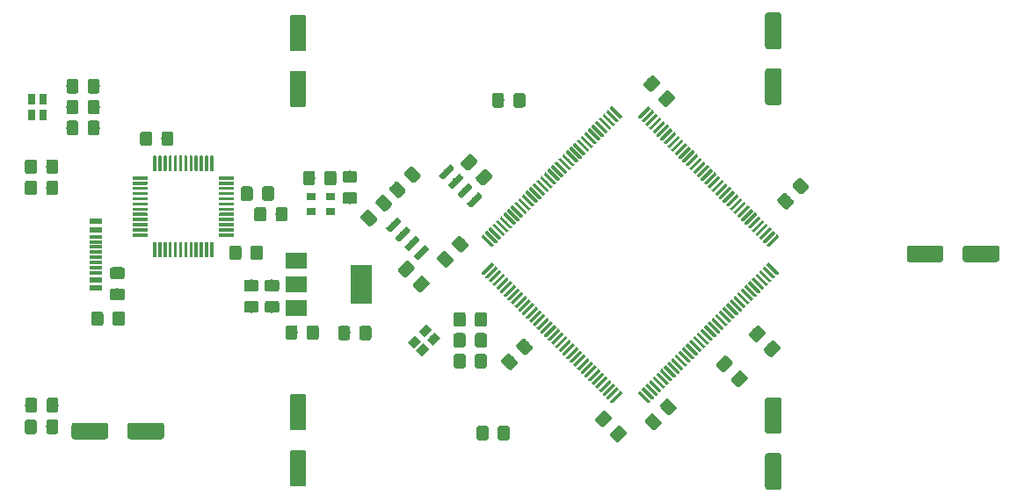
<source format=gtp>
G04 #@! TF.GenerationSoftware,KiCad,Pcbnew,5.0.2+dfsg1-1*
G04 #@! TF.CreationDate,2020-03-15T18:18:09-04:00*
G04 #@! TF.ProjectId,hx4k_pmod,6878346b-5f70-46d6-9f64-2e6b69636164,rev?*
G04 #@! TF.SameCoordinates,Original*
G04 #@! TF.FileFunction,Paste,Top*
G04 #@! TF.FilePolarity,Positive*
%FSLAX46Y46*%
G04 Gerber Fmt 4.6, Leading zero omitted, Abs format (unit mm)*
G04 Created by KiCad (PCBNEW 5.0.2+dfsg1-1) date Sun 15 Mar 2020 06:18:09 PM EDT*
%MOMM*%
%LPD*%
G01*
G04 APERTURE LIST*
%ADD10R,0.800000X1.000000*%
%ADD11C,0.800000*%
%ADD12C,0.100000*%
%ADD13R,0.900000X0.800000*%
%ADD14C,1.150000*%
%ADD15C,1.600000*%
%ADD16R,1.150000X0.300000*%
%ADD17R,1.150000X0.600000*%
%ADD18C,0.300000*%
%ADD19C,0.600000*%
%ADD20R,2.000000X1.500000*%
%ADD21R,2.000000X3.800000*%
G04 APERTURE END LIST*
D10*
G04 #@! TO.C,U4*
X25450000Y-42500000D03*
X25450000Y-44000000D03*
X24350000Y-44000000D03*
X24350000Y-42500000D03*
G04 #@! TD*
D11*
G04 #@! TO.C,D1*
X63069239Y-65608579D03*
D12*
G36*
X63139950Y-64972183D02*
X63705635Y-65537868D01*
X62998528Y-66244975D01*
X62432843Y-65679290D01*
X63139950Y-64972183D01*
X63139950Y-64972183D01*
G37*
D11*
X62008579Y-66669239D03*
D12*
G36*
X62079290Y-66032843D02*
X62644975Y-66598528D01*
X61937868Y-67305635D01*
X61372183Y-66739950D01*
X62079290Y-66032843D01*
X62079290Y-66032843D01*
G37*
D11*
X61230761Y-65891421D03*
D12*
G36*
X61301472Y-65255025D02*
X61867157Y-65820710D01*
X61160050Y-66527817D01*
X60594365Y-65962132D01*
X61301472Y-65255025D01*
X61301472Y-65255025D01*
G37*
D11*
X62291421Y-64830761D03*
D12*
G36*
X62362132Y-64194365D02*
X62927817Y-64760050D01*
X62220710Y-65467157D01*
X61655025Y-64901472D01*
X62362132Y-64194365D01*
X62362132Y-64194365D01*
G37*
G04 #@! TD*
D13*
G04 #@! TO.C,X1*
X51275000Y-53325000D03*
X53125000Y-53325000D03*
X51275000Y-51875000D03*
X53125000Y-51875000D03*
G04 #@! TD*
D12*
G04 #@! TO.C,D4*
G36*
X24649505Y-71301204D02*
X24673773Y-71304804D01*
X24697572Y-71310765D01*
X24720671Y-71319030D01*
X24742850Y-71329520D01*
X24763893Y-71342132D01*
X24783599Y-71356747D01*
X24801777Y-71373223D01*
X24818253Y-71391401D01*
X24832868Y-71411107D01*
X24845480Y-71432150D01*
X24855970Y-71454329D01*
X24864235Y-71477428D01*
X24870196Y-71501227D01*
X24873796Y-71525495D01*
X24875000Y-71549999D01*
X24875000Y-72450001D01*
X24873796Y-72474505D01*
X24870196Y-72498773D01*
X24864235Y-72522572D01*
X24855970Y-72545671D01*
X24845480Y-72567850D01*
X24832868Y-72588893D01*
X24818253Y-72608599D01*
X24801777Y-72626777D01*
X24783599Y-72643253D01*
X24763893Y-72657868D01*
X24742850Y-72670480D01*
X24720671Y-72680970D01*
X24697572Y-72689235D01*
X24673773Y-72695196D01*
X24649505Y-72698796D01*
X24625001Y-72700000D01*
X23974999Y-72700000D01*
X23950495Y-72698796D01*
X23926227Y-72695196D01*
X23902428Y-72689235D01*
X23879329Y-72680970D01*
X23857150Y-72670480D01*
X23836107Y-72657868D01*
X23816401Y-72643253D01*
X23798223Y-72626777D01*
X23781747Y-72608599D01*
X23767132Y-72588893D01*
X23754520Y-72567850D01*
X23744030Y-72545671D01*
X23735765Y-72522572D01*
X23729804Y-72498773D01*
X23726204Y-72474505D01*
X23725000Y-72450001D01*
X23725000Y-71549999D01*
X23726204Y-71525495D01*
X23729804Y-71501227D01*
X23735765Y-71477428D01*
X23744030Y-71454329D01*
X23754520Y-71432150D01*
X23767132Y-71411107D01*
X23781747Y-71391401D01*
X23798223Y-71373223D01*
X23816401Y-71356747D01*
X23836107Y-71342132D01*
X23857150Y-71329520D01*
X23879329Y-71319030D01*
X23902428Y-71310765D01*
X23926227Y-71304804D01*
X23950495Y-71301204D01*
X23974999Y-71300000D01*
X24625001Y-71300000D01*
X24649505Y-71301204D01*
X24649505Y-71301204D01*
G37*
D14*
X24300000Y-72000000D03*
D12*
G36*
X26699505Y-71301204D02*
X26723773Y-71304804D01*
X26747572Y-71310765D01*
X26770671Y-71319030D01*
X26792850Y-71329520D01*
X26813893Y-71342132D01*
X26833599Y-71356747D01*
X26851777Y-71373223D01*
X26868253Y-71391401D01*
X26882868Y-71411107D01*
X26895480Y-71432150D01*
X26905970Y-71454329D01*
X26914235Y-71477428D01*
X26920196Y-71501227D01*
X26923796Y-71525495D01*
X26925000Y-71549999D01*
X26925000Y-72450001D01*
X26923796Y-72474505D01*
X26920196Y-72498773D01*
X26914235Y-72522572D01*
X26905970Y-72545671D01*
X26895480Y-72567850D01*
X26882868Y-72588893D01*
X26868253Y-72608599D01*
X26851777Y-72626777D01*
X26833599Y-72643253D01*
X26813893Y-72657868D01*
X26792850Y-72670480D01*
X26770671Y-72680970D01*
X26747572Y-72689235D01*
X26723773Y-72695196D01*
X26699505Y-72698796D01*
X26675001Y-72700000D01*
X26024999Y-72700000D01*
X26000495Y-72698796D01*
X25976227Y-72695196D01*
X25952428Y-72689235D01*
X25929329Y-72680970D01*
X25907150Y-72670480D01*
X25886107Y-72657868D01*
X25866401Y-72643253D01*
X25848223Y-72626777D01*
X25831747Y-72608599D01*
X25817132Y-72588893D01*
X25804520Y-72567850D01*
X25794030Y-72545671D01*
X25785765Y-72522572D01*
X25779804Y-72498773D01*
X25776204Y-72474505D01*
X25775000Y-72450001D01*
X25775000Y-71549999D01*
X25776204Y-71525495D01*
X25779804Y-71501227D01*
X25785765Y-71477428D01*
X25794030Y-71454329D01*
X25804520Y-71432150D01*
X25817132Y-71411107D01*
X25831747Y-71391401D01*
X25848223Y-71373223D01*
X25866401Y-71356747D01*
X25886107Y-71342132D01*
X25907150Y-71329520D01*
X25929329Y-71319030D01*
X25952428Y-71310765D01*
X25976227Y-71304804D01*
X26000495Y-71301204D01*
X26024999Y-71300000D01*
X26675001Y-71300000D01*
X26699505Y-71301204D01*
X26699505Y-71301204D01*
G37*
D14*
X26350000Y-72000000D03*
G04 #@! TD*
D12*
G04 #@! TO.C,R19*
G36*
X24624505Y-73401204D02*
X24648773Y-73404804D01*
X24672572Y-73410765D01*
X24695671Y-73419030D01*
X24717850Y-73429520D01*
X24738893Y-73442132D01*
X24758599Y-73456747D01*
X24776777Y-73473223D01*
X24793253Y-73491401D01*
X24807868Y-73511107D01*
X24820480Y-73532150D01*
X24830970Y-73554329D01*
X24839235Y-73577428D01*
X24845196Y-73601227D01*
X24848796Y-73625495D01*
X24850000Y-73649999D01*
X24850000Y-74550001D01*
X24848796Y-74574505D01*
X24845196Y-74598773D01*
X24839235Y-74622572D01*
X24830970Y-74645671D01*
X24820480Y-74667850D01*
X24807868Y-74688893D01*
X24793253Y-74708599D01*
X24776777Y-74726777D01*
X24758599Y-74743253D01*
X24738893Y-74757868D01*
X24717850Y-74770480D01*
X24695671Y-74780970D01*
X24672572Y-74789235D01*
X24648773Y-74795196D01*
X24624505Y-74798796D01*
X24600001Y-74800000D01*
X23949999Y-74800000D01*
X23925495Y-74798796D01*
X23901227Y-74795196D01*
X23877428Y-74789235D01*
X23854329Y-74780970D01*
X23832150Y-74770480D01*
X23811107Y-74757868D01*
X23791401Y-74743253D01*
X23773223Y-74726777D01*
X23756747Y-74708599D01*
X23742132Y-74688893D01*
X23729520Y-74667850D01*
X23719030Y-74645671D01*
X23710765Y-74622572D01*
X23704804Y-74598773D01*
X23701204Y-74574505D01*
X23700000Y-74550001D01*
X23700000Y-73649999D01*
X23701204Y-73625495D01*
X23704804Y-73601227D01*
X23710765Y-73577428D01*
X23719030Y-73554329D01*
X23729520Y-73532150D01*
X23742132Y-73511107D01*
X23756747Y-73491401D01*
X23773223Y-73473223D01*
X23791401Y-73456747D01*
X23811107Y-73442132D01*
X23832150Y-73429520D01*
X23854329Y-73419030D01*
X23877428Y-73410765D01*
X23901227Y-73404804D01*
X23925495Y-73401204D01*
X23949999Y-73400000D01*
X24600001Y-73400000D01*
X24624505Y-73401204D01*
X24624505Y-73401204D01*
G37*
D14*
X24275000Y-74100000D03*
D12*
G36*
X26674505Y-73401204D02*
X26698773Y-73404804D01*
X26722572Y-73410765D01*
X26745671Y-73419030D01*
X26767850Y-73429520D01*
X26788893Y-73442132D01*
X26808599Y-73456747D01*
X26826777Y-73473223D01*
X26843253Y-73491401D01*
X26857868Y-73511107D01*
X26870480Y-73532150D01*
X26880970Y-73554329D01*
X26889235Y-73577428D01*
X26895196Y-73601227D01*
X26898796Y-73625495D01*
X26900000Y-73649999D01*
X26900000Y-74550001D01*
X26898796Y-74574505D01*
X26895196Y-74598773D01*
X26889235Y-74622572D01*
X26880970Y-74645671D01*
X26870480Y-74667850D01*
X26857868Y-74688893D01*
X26843253Y-74708599D01*
X26826777Y-74726777D01*
X26808599Y-74743253D01*
X26788893Y-74757868D01*
X26767850Y-74770480D01*
X26745671Y-74780970D01*
X26722572Y-74789235D01*
X26698773Y-74795196D01*
X26674505Y-74798796D01*
X26650001Y-74800000D01*
X25999999Y-74800000D01*
X25975495Y-74798796D01*
X25951227Y-74795196D01*
X25927428Y-74789235D01*
X25904329Y-74780970D01*
X25882150Y-74770480D01*
X25861107Y-74757868D01*
X25841401Y-74743253D01*
X25823223Y-74726777D01*
X25806747Y-74708599D01*
X25792132Y-74688893D01*
X25779520Y-74667850D01*
X25769030Y-74645671D01*
X25760765Y-74622572D01*
X25754804Y-74598773D01*
X25751204Y-74574505D01*
X25750000Y-74550001D01*
X25750000Y-73649999D01*
X25751204Y-73625495D01*
X25754804Y-73601227D01*
X25760765Y-73577428D01*
X25769030Y-73554329D01*
X25779520Y-73532150D01*
X25792132Y-73511107D01*
X25806747Y-73491401D01*
X25823223Y-73473223D01*
X25841401Y-73456747D01*
X25861107Y-73442132D01*
X25882150Y-73429520D01*
X25904329Y-73419030D01*
X25927428Y-73410765D01*
X25951227Y-73404804D01*
X25975495Y-73401204D01*
X25999999Y-73400000D01*
X26650001Y-73400000D01*
X26674505Y-73401204D01*
X26674505Y-73401204D01*
G37*
D14*
X26325000Y-74100000D03*
G04 #@! TD*
D12*
G04 #@! TO.C,C55*
G36*
X96374504Y-39551204D02*
X96398773Y-39554804D01*
X96422571Y-39560765D01*
X96445671Y-39569030D01*
X96467849Y-39579520D01*
X96488893Y-39592133D01*
X96508598Y-39606747D01*
X96526777Y-39623223D01*
X96543253Y-39641402D01*
X96557867Y-39661107D01*
X96570480Y-39682151D01*
X96580970Y-39704329D01*
X96589235Y-39727429D01*
X96595196Y-39751227D01*
X96598796Y-39775496D01*
X96600000Y-39800000D01*
X96600000Y-42800000D01*
X96598796Y-42824504D01*
X96595196Y-42848773D01*
X96589235Y-42872571D01*
X96580970Y-42895671D01*
X96570480Y-42917849D01*
X96557867Y-42938893D01*
X96543253Y-42958598D01*
X96526777Y-42976777D01*
X96508598Y-42993253D01*
X96488893Y-43007867D01*
X96467849Y-43020480D01*
X96445671Y-43030970D01*
X96422571Y-43039235D01*
X96398773Y-43045196D01*
X96374504Y-43048796D01*
X96350000Y-43050000D01*
X95250000Y-43050000D01*
X95225496Y-43048796D01*
X95201227Y-43045196D01*
X95177429Y-43039235D01*
X95154329Y-43030970D01*
X95132151Y-43020480D01*
X95111107Y-43007867D01*
X95091402Y-42993253D01*
X95073223Y-42976777D01*
X95056747Y-42958598D01*
X95042133Y-42938893D01*
X95029520Y-42917849D01*
X95019030Y-42895671D01*
X95010765Y-42872571D01*
X95004804Y-42848773D01*
X95001204Y-42824504D01*
X95000000Y-42800000D01*
X95000000Y-39800000D01*
X95001204Y-39775496D01*
X95004804Y-39751227D01*
X95010765Y-39727429D01*
X95019030Y-39704329D01*
X95029520Y-39682151D01*
X95042133Y-39661107D01*
X95056747Y-39641402D01*
X95073223Y-39623223D01*
X95091402Y-39606747D01*
X95111107Y-39592133D01*
X95132151Y-39579520D01*
X95154329Y-39569030D01*
X95177429Y-39560765D01*
X95201227Y-39554804D01*
X95225496Y-39551204D01*
X95250000Y-39550000D01*
X96350000Y-39550000D01*
X96374504Y-39551204D01*
X96374504Y-39551204D01*
G37*
D15*
X95800000Y-41300000D03*
D12*
G36*
X96374504Y-34151204D02*
X96398773Y-34154804D01*
X96422571Y-34160765D01*
X96445671Y-34169030D01*
X96467849Y-34179520D01*
X96488893Y-34192133D01*
X96508598Y-34206747D01*
X96526777Y-34223223D01*
X96543253Y-34241402D01*
X96557867Y-34261107D01*
X96570480Y-34282151D01*
X96580970Y-34304329D01*
X96589235Y-34327429D01*
X96595196Y-34351227D01*
X96598796Y-34375496D01*
X96600000Y-34400000D01*
X96600000Y-37400000D01*
X96598796Y-37424504D01*
X96595196Y-37448773D01*
X96589235Y-37472571D01*
X96580970Y-37495671D01*
X96570480Y-37517849D01*
X96557867Y-37538893D01*
X96543253Y-37558598D01*
X96526777Y-37576777D01*
X96508598Y-37593253D01*
X96488893Y-37607867D01*
X96467849Y-37620480D01*
X96445671Y-37630970D01*
X96422571Y-37639235D01*
X96398773Y-37645196D01*
X96374504Y-37648796D01*
X96350000Y-37650000D01*
X95250000Y-37650000D01*
X95225496Y-37648796D01*
X95201227Y-37645196D01*
X95177429Y-37639235D01*
X95154329Y-37630970D01*
X95132151Y-37620480D01*
X95111107Y-37607867D01*
X95091402Y-37593253D01*
X95073223Y-37576777D01*
X95056747Y-37558598D01*
X95042133Y-37538893D01*
X95029520Y-37517849D01*
X95019030Y-37495671D01*
X95010765Y-37472571D01*
X95004804Y-37448773D01*
X95001204Y-37424504D01*
X95000000Y-37400000D01*
X95000000Y-34400000D01*
X95001204Y-34375496D01*
X95004804Y-34351227D01*
X95010765Y-34327429D01*
X95019030Y-34304329D01*
X95029520Y-34282151D01*
X95042133Y-34261107D01*
X95056747Y-34241402D01*
X95073223Y-34223223D01*
X95091402Y-34206747D01*
X95111107Y-34192133D01*
X95132151Y-34179520D01*
X95154329Y-34169030D01*
X95177429Y-34160765D01*
X95201227Y-34154804D01*
X95225496Y-34151204D01*
X95250000Y-34150000D01*
X96350000Y-34150000D01*
X96374504Y-34151204D01*
X96374504Y-34151204D01*
G37*
D15*
X95800000Y-35900000D03*
G04 #@! TD*
D12*
G04 #@! TO.C,C56*
G36*
X96374504Y-76651204D02*
X96398773Y-76654804D01*
X96422571Y-76660765D01*
X96445671Y-76669030D01*
X96467849Y-76679520D01*
X96488893Y-76692133D01*
X96508598Y-76706747D01*
X96526777Y-76723223D01*
X96543253Y-76741402D01*
X96557867Y-76761107D01*
X96570480Y-76782151D01*
X96580970Y-76804329D01*
X96589235Y-76827429D01*
X96595196Y-76851227D01*
X96598796Y-76875496D01*
X96600000Y-76900000D01*
X96600000Y-79900000D01*
X96598796Y-79924504D01*
X96595196Y-79948773D01*
X96589235Y-79972571D01*
X96580970Y-79995671D01*
X96570480Y-80017849D01*
X96557867Y-80038893D01*
X96543253Y-80058598D01*
X96526777Y-80076777D01*
X96508598Y-80093253D01*
X96488893Y-80107867D01*
X96467849Y-80120480D01*
X96445671Y-80130970D01*
X96422571Y-80139235D01*
X96398773Y-80145196D01*
X96374504Y-80148796D01*
X96350000Y-80150000D01*
X95250000Y-80150000D01*
X95225496Y-80148796D01*
X95201227Y-80145196D01*
X95177429Y-80139235D01*
X95154329Y-80130970D01*
X95132151Y-80120480D01*
X95111107Y-80107867D01*
X95091402Y-80093253D01*
X95073223Y-80076777D01*
X95056747Y-80058598D01*
X95042133Y-80038893D01*
X95029520Y-80017849D01*
X95019030Y-79995671D01*
X95010765Y-79972571D01*
X95004804Y-79948773D01*
X95001204Y-79924504D01*
X95000000Y-79900000D01*
X95000000Y-76900000D01*
X95001204Y-76875496D01*
X95004804Y-76851227D01*
X95010765Y-76827429D01*
X95019030Y-76804329D01*
X95029520Y-76782151D01*
X95042133Y-76761107D01*
X95056747Y-76741402D01*
X95073223Y-76723223D01*
X95091402Y-76706747D01*
X95111107Y-76692133D01*
X95132151Y-76679520D01*
X95154329Y-76669030D01*
X95177429Y-76660765D01*
X95201227Y-76654804D01*
X95225496Y-76651204D01*
X95250000Y-76650000D01*
X96350000Y-76650000D01*
X96374504Y-76651204D01*
X96374504Y-76651204D01*
G37*
D15*
X95800000Y-78400000D03*
D12*
G36*
X96374504Y-71251204D02*
X96398773Y-71254804D01*
X96422571Y-71260765D01*
X96445671Y-71269030D01*
X96467849Y-71279520D01*
X96488893Y-71292133D01*
X96508598Y-71306747D01*
X96526777Y-71323223D01*
X96543253Y-71341402D01*
X96557867Y-71361107D01*
X96570480Y-71382151D01*
X96580970Y-71404329D01*
X96589235Y-71427429D01*
X96595196Y-71451227D01*
X96598796Y-71475496D01*
X96600000Y-71500000D01*
X96600000Y-74500000D01*
X96598796Y-74524504D01*
X96595196Y-74548773D01*
X96589235Y-74572571D01*
X96580970Y-74595671D01*
X96570480Y-74617849D01*
X96557867Y-74638893D01*
X96543253Y-74658598D01*
X96526777Y-74676777D01*
X96508598Y-74693253D01*
X96488893Y-74707867D01*
X96467849Y-74720480D01*
X96445671Y-74730970D01*
X96422571Y-74739235D01*
X96398773Y-74745196D01*
X96374504Y-74748796D01*
X96350000Y-74750000D01*
X95250000Y-74750000D01*
X95225496Y-74748796D01*
X95201227Y-74745196D01*
X95177429Y-74739235D01*
X95154329Y-74730970D01*
X95132151Y-74720480D01*
X95111107Y-74707867D01*
X95091402Y-74693253D01*
X95073223Y-74676777D01*
X95056747Y-74658598D01*
X95042133Y-74638893D01*
X95029520Y-74617849D01*
X95019030Y-74595671D01*
X95010765Y-74572571D01*
X95004804Y-74548773D01*
X95001204Y-74524504D01*
X95000000Y-74500000D01*
X95000000Y-71500000D01*
X95001204Y-71475496D01*
X95004804Y-71451227D01*
X95010765Y-71427429D01*
X95019030Y-71404329D01*
X95029520Y-71382151D01*
X95042133Y-71361107D01*
X95056747Y-71341402D01*
X95073223Y-71323223D01*
X95091402Y-71306747D01*
X95111107Y-71292133D01*
X95132151Y-71279520D01*
X95154329Y-71269030D01*
X95177429Y-71260765D01*
X95201227Y-71254804D01*
X95225496Y-71251204D01*
X95250000Y-71250000D01*
X96350000Y-71250000D01*
X96374504Y-71251204D01*
X96374504Y-71251204D01*
G37*
D15*
X95800000Y-73000000D03*
G04 #@! TD*
D12*
G04 #@! TO.C,C52*
G36*
X50574504Y-34351204D02*
X50598773Y-34354804D01*
X50622571Y-34360765D01*
X50645671Y-34369030D01*
X50667849Y-34379520D01*
X50688893Y-34392133D01*
X50708598Y-34406747D01*
X50726777Y-34423223D01*
X50743253Y-34441402D01*
X50757867Y-34461107D01*
X50770480Y-34482151D01*
X50780970Y-34504329D01*
X50789235Y-34527429D01*
X50795196Y-34551227D01*
X50798796Y-34575496D01*
X50800000Y-34600000D01*
X50800000Y-37600000D01*
X50798796Y-37624504D01*
X50795196Y-37648773D01*
X50789235Y-37672571D01*
X50780970Y-37695671D01*
X50770480Y-37717849D01*
X50757867Y-37738893D01*
X50743253Y-37758598D01*
X50726777Y-37776777D01*
X50708598Y-37793253D01*
X50688893Y-37807867D01*
X50667849Y-37820480D01*
X50645671Y-37830970D01*
X50622571Y-37839235D01*
X50598773Y-37845196D01*
X50574504Y-37848796D01*
X50550000Y-37850000D01*
X49450000Y-37850000D01*
X49425496Y-37848796D01*
X49401227Y-37845196D01*
X49377429Y-37839235D01*
X49354329Y-37830970D01*
X49332151Y-37820480D01*
X49311107Y-37807867D01*
X49291402Y-37793253D01*
X49273223Y-37776777D01*
X49256747Y-37758598D01*
X49242133Y-37738893D01*
X49229520Y-37717849D01*
X49219030Y-37695671D01*
X49210765Y-37672571D01*
X49204804Y-37648773D01*
X49201204Y-37624504D01*
X49200000Y-37600000D01*
X49200000Y-34600000D01*
X49201204Y-34575496D01*
X49204804Y-34551227D01*
X49210765Y-34527429D01*
X49219030Y-34504329D01*
X49229520Y-34482151D01*
X49242133Y-34461107D01*
X49256747Y-34441402D01*
X49273223Y-34423223D01*
X49291402Y-34406747D01*
X49311107Y-34392133D01*
X49332151Y-34379520D01*
X49354329Y-34369030D01*
X49377429Y-34360765D01*
X49401227Y-34354804D01*
X49425496Y-34351204D01*
X49450000Y-34350000D01*
X50550000Y-34350000D01*
X50574504Y-34351204D01*
X50574504Y-34351204D01*
G37*
D15*
X50000000Y-36100000D03*
D12*
G36*
X50574504Y-39751204D02*
X50598773Y-39754804D01*
X50622571Y-39760765D01*
X50645671Y-39769030D01*
X50667849Y-39779520D01*
X50688893Y-39792133D01*
X50708598Y-39806747D01*
X50726777Y-39823223D01*
X50743253Y-39841402D01*
X50757867Y-39861107D01*
X50770480Y-39882151D01*
X50780970Y-39904329D01*
X50789235Y-39927429D01*
X50795196Y-39951227D01*
X50798796Y-39975496D01*
X50800000Y-40000000D01*
X50800000Y-43000000D01*
X50798796Y-43024504D01*
X50795196Y-43048773D01*
X50789235Y-43072571D01*
X50780970Y-43095671D01*
X50770480Y-43117849D01*
X50757867Y-43138893D01*
X50743253Y-43158598D01*
X50726777Y-43176777D01*
X50708598Y-43193253D01*
X50688893Y-43207867D01*
X50667849Y-43220480D01*
X50645671Y-43230970D01*
X50622571Y-43239235D01*
X50598773Y-43245196D01*
X50574504Y-43248796D01*
X50550000Y-43250000D01*
X49450000Y-43250000D01*
X49425496Y-43248796D01*
X49401227Y-43245196D01*
X49377429Y-43239235D01*
X49354329Y-43230970D01*
X49332151Y-43220480D01*
X49311107Y-43207867D01*
X49291402Y-43193253D01*
X49273223Y-43176777D01*
X49256747Y-43158598D01*
X49242133Y-43138893D01*
X49229520Y-43117849D01*
X49219030Y-43095671D01*
X49210765Y-43072571D01*
X49204804Y-43048773D01*
X49201204Y-43024504D01*
X49200000Y-43000000D01*
X49200000Y-40000000D01*
X49201204Y-39975496D01*
X49204804Y-39951227D01*
X49210765Y-39927429D01*
X49219030Y-39904329D01*
X49229520Y-39882151D01*
X49242133Y-39861107D01*
X49256747Y-39841402D01*
X49273223Y-39823223D01*
X49291402Y-39806747D01*
X49311107Y-39792133D01*
X49332151Y-39779520D01*
X49354329Y-39769030D01*
X49377429Y-39760765D01*
X49401227Y-39754804D01*
X49425496Y-39751204D01*
X49450000Y-39750000D01*
X50550000Y-39750000D01*
X50574504Y-39751204D01*
X50574504Y-39751204D01*
G37*
D15*
X50000000Y-41500000D03*
G04 #@! TD*
D12*
G04 #@! TO.C,C53*
G36*
X50574504Y-70951204D02*
X50598773Y-70954804D01*
X50622571Y-70960765D01*
X50645671Y-70969030D01*
X50667849Y-70979520D01*
X50688893Y-70992133D01*
X50708598Y-71006747D01*
X50726777Y-71023223D01*
X50743253Y-71041402D01*
X50757867Y-71061107D01*
X50770480Y-71082151D01*
X50780970Y-71104329D01*
X50789235Y-71127429D01*
X50795196Y-71151227D01*
X50798796Y-71175496D01*
X50800000Y-71200000D01*
X50800000Y-74200000D01*
X50798796Y-74224504D01*
X50795196Y-74248773D01*
X50789235Y-74272571D01*
X50780970Y-74295671D01*
X50770480Y-74317849D01*
X50757867Y-74338893D01*
X50743253Y-74358598D01*
X50726777Y-74376777D01*
X50708598Y-74393253D01*
X50688893Y-74407867D01*
X50667849Y-74420480D01*
X50645671Y-74430970D01*
X50622571Y-74439235D01*
X50598773Y-74445196D01*
X50574504Y-74448796D01*
X50550000Y-74450000D01*
X49450000Y-74450000D01*
X49425496Y-74448796D01*
X49401227Y-74445196D01*
X49377429Y-74439235D01*
X49354329Y-74430970D01*
X49332151Y-74420480D01*
X49311107Y-74407867D01*
X49291402Y-74393253D01*
X49273223Y-74376777D01*
X49256747Y-74358598D01*
X49242133Y-74338893D01*
X49229520Y-74317849D01*
X49219030Y-74295671D01*
X49210765Y-74272571D01*
X49204804Y-74248773D01*
X49201204Y-74224504D01*
X49200000Y-74200000D01*
X49200000Y-71200000D01*
X49201204Y-71175496D01*
X49204804Y-71151227D01*
X49210765Y-71127429D01*
X49219030Y-71104329D01*
X49229520Y-71082151D01*
X49242133Y-71061107D01*
X49256747Y-71041402D01*
X49273223Y-71023223D01*
X49291402Y-71006747D01*
X49311107Y-70992133D01*
X49332151Y-70979520D01*
X49354329Y-70969030D01*
X49377429Y-70960765D01*
X49401227Y-70954804D01*
X49425496Y-70951204D01*
X49450000Y-70950000D01*
X50550000Y-70950000D01*
X50574504Y-70951204D01*
X50574504Y-70951204D01*
G37*
D15*
X50000000Y-72700000D03*
D12*
G36*
X50574504Y-76351204D02*
X50598773Y-76354804D01*
X50622571Y-76360765D01*
X50645671Y-76369030D01*
X50667849Y-76379520D01*
X50688893Y-76392133D01*
X50708598Y-76406747D01*
X50726777Y-76423223D01*
X50743253Y-76441402D01*
X50757867Y-76461107D01*
X50770480Y-76482151D01*
X50780970Y-76504329D01*
X50789235Y-76527429D01*
X50795196Y-76551227D01*
X50798796Y-76575496D01*
X50800000Y-76600000D01*
X50800000Y-79600000D01*
X50798796Y-79624504D01*
X50795196Y-79648773D01*
X50789235Y-79672571D01*
X50780970Y-79695671D01*
X50770480Y-79717849D01*
X50757867Y-79738893D01*
X50743253Y-79758598D01*
X50726777Y-79776777D01*
X50708598Y-79793253D01*
X50688893Y-79807867D01*
X50667849Y-79820480D01*
X50645671Y-79830970D01*
X50622571Y-79839235D01*
X50598773Y-79845196D01*
X50574504Y-79848796D01*
X50550000Y-79850000D01*
X49450000Y-79850000D01*
X49425496Y-79848796D01*
X49401227Y-79845196D01*
X49377429Y-79839235D01*
X49354329Y-79830970D01*
X49332151Y-79820480D01*
X49311107Y-79807867D01*
X49291402Y-79793253D01*
X49273223Y-79776777D01*
X49256747Y-79758598D01*
X49242133Y-79738893D01*
X49229520Y-79717849D01*
X49219030Y-79695671D01*
X49210765Y-79672571D01*
X49204804Y-79648773D01*
X49201204Y-79624504D01*
X49200000Y-79600000D01*
X49200000Y-76600000D01*
X49201204Y-76575496D01*
X49204804Y-76551227D01*
X49210765Y-76527429D01*
X49219030Y-76504329D01*
X49229520Y-76482151D01*
X49242133Y-76461107D01*
X49256747Y-76441402D01*
X49273223Y-76423223D01*
X49291402Y-76406747D01*
X49311107Y-76392133D01*
X49332151Y-76379520D01*
X49354329Y-76369030D01*
X49377429Y-76360765D01*
X49401227Y-76354804D01*
X49425496Y-76351204D01*
X49450000Y-76350000D01*
X50550000Y-76350000D01*
X50574504Y-76351204D01*
X50574504Y-76351204D01*
G37*
D15*
X50000000Y-78100000D03*
G04 #@! TD*
D12*
G04 #@! TO.C,C54*
G36*
X117324504Y-56601204D02*
X117348773Y-56604804D01*
X117372571Y-56610765D01*
X117395671Y-56619030D01*
X117417849Y-56629520D01*
X117438893Y-56642133D01*
X117458598Y-56656747D01*
X117476777Y-56673223D01*
X117493253Y-56691402D01*
X117507867Y-56711107D01*
X117520480Y-56732151D01*
X117530970Y-56754329D01*
X117539235Y-56777429D01*
X117545196Y-56801227D01*
X117548796Y-56825496D01*
X117550000Y-56850000D01*
X117550000Y-57950000D01*
X117548796Y-57974504D01*
X117545196Y-57998773D01*
X117539235Y-58022571D01*
X117530970Y-58045671D01*
X117520480Y-58067849D01*
X117507867Y-58088893D01*
X117493253Y-58108598D01*
X117476777Y-58126777D01*
X117458598Y-58143253D01*
X117438893Y-58157867D01*
X117417849Y-58170480D01*
X117395671Y-58180970D01*
X117372571Y-58189235D01*
X117348773Y-58195196D01*
X117324504Y-58198796D01*
X117300000Y-58200000D01*
X114300000Y-58200000D01*
X114275496Y-58198796D01*
X114251227Y-58195196D01*
X114227429Y-58189235D01*
X114204329Y-58180970D01*
X114182151Y-58170480D01*
X114161107Y-58157867D01*
X114141402Y-58143253D01*
X114123223Y-58126777D01*
X114106747Y-58108598D01*
X114092133Y-58088893D01*
X114079520Y-58067849D01*
X114069030Y-58045671D01*
X114060765Y-58022571D01*
X114054804Y-57998773D01*
X114051204Y-57974504D01*
X114050000Y-57950000D01*
X114050000Y-56850000D01*
X114051204Y-56825496D01*
X114054804Y-56801227D01*
X114060765Y-56777429D01*
X114069030Y-56754329D01*
X114079520Y-56732151D01*
X114092133Y-56711107D01*
X114106747Y-56691402D01*
X114123223Y-56673223D01*
X114141402Y-56656747D01*
X114161107Y-56642133D01*
X114182151Y-56629520D01*
X114204329Y-56619030D01*
X114227429Y-56610765D01*
X114251227Y-56604804D01*
X114275496Y-56601204D01*
X114300000Y-56600000D01*
X117300000Y-56600000D01*
X117324504Y-56601204D01*
X117324504Y-56601204D01*
G37*
D15*
X115800000Y-57400000D03*
D12*
G36*
X111924504Y-56601204D02*
X111948773Y-56604804D01*
X111972571Y-56610765D01*
X111995671Y-56619030D01*
X112017849Y-56629520D01*
X112038893Y-56642133D01*
X112058598Y-56656747D01*
X112076777Y-56673223D01*
X112093253Y-56691402D01*
X112107867Y-56711107D01*
X112120480Y-56732151D01*
X112130970Y-56754329D01*
X112139235Y-56777429D01*
X112145196Y-56801227D01*
X112148796Y-56825496D01*
X112150000Y-56850000D01*
X112150000Y-57950000D01*
X112148796Y-57974504D01*
X112145196Y-57998773D01*
X112139235Y-58022571D01*
X112130970Y-58045671D01*
X112120480Y-58067849D01*
X112107867Y-58088893D01*
X112093253Y-58108598D01*
X112076777Y-58126777D01*
X112058598Y-58143253D01*
X112038893Y-58157867D01*
X112017849Y-58170480D01*
X111995671Y-58180970D01*
X111972571Y-58189235D01*
X111948773Y-58195196D01*
X111924504Y-58198796D01*
X111900000Y-58200000D01*
X108900000Y-58200000D01*
X108875496Y-58198796D01*
X108851227Y-58195196D01*
X108827429Y-58189235D01*
X108804329Y-58180970D01*
X108782151Y-58170480D01*
X108761107Y-58157867D01*
X108741402Y-58143253D01*
X108723223Y-58126777D01*
X108706747Y-58108598D01*
X108692133Y-58088893D01*
X108679520Y-58067849D01*
X108669030Y-58045671D01*
X108660765Y-58022571D01*
X108654804Y-57998773D01*
X108651204Y-57974504D01*
X108650000Y-57950000D01*
X108650000Y-56850000D01*
X108651204Y-56825496D01*
X108654804Y-56801227D01*
X108660765Y-56777429D01*
X108669030Y-56754329D01*
X108679520Y-56732151D01*
X108692133Y-56711107D01*
X108706747Y-56691402D01*
X108723223Y-56673223D01*
X108741402Y-56656747D01*
X108761107Y-56642133D01*
X108782151Y-56629520D01*
X108804329Y-56619030D01*
X108827429Y-56610765D01*
X108851227Y-56604804D01*
X108875496Y-56601204D01*
X108900000Y-56600000D01*
X111900000Y-56600000D01*
X111924504Y-56601204D01*
X111924504Y-56601204D01*
G37*
D15*
X110400000Y-57400000D03*
G04 #@! TD*
D12*
G04 #@! TO.C,C29*
G36*
X36874504Y-73701204D02*
X36898773Y-73704804D01*
X36922571Y-73710765D01*
X36945671Y-73719030D01*
X36967849Y-73729520D01*
X36988893Y-73742133D01*
X37008598Y-73756747D01*
X37026777Y-73773223D01*
X37043253Y-73791402D01*
X37057867Y-73811107D01*
X37070480Y-73832151D01*
X37080970Y-73854329D01*
X37089235Y-73877429D01*
X37095196Y-73901227D01*
X37098796Y-73925496D01*
X37100000Y-73950000D01*
X37100000Y-75050000D01*
X37098796Y-75074504D01*
X37095196Y-75098773D01*
X37089235Y-75122571D01*
X37080970Y-75145671D01*
X37070480Y-75167849D01*
X37057867Y-75188893D01*
X37043253Y-75208598D01*
X37026777Y-75226777D01*
X37008598Y-75243253D01*
X36988893Y-75257867D01*
X36967849Y-75270480D01*
X36945671Y-75280970D01*
X36922571Y-75289235D01*
X36898773Y-75295196D01*
X36874504Y-75298796D01*
X36850000Y-75300000D01*
X33850000Y-75300000D01*
X33825496Y-75298796D01*
X33801227Y-75295196D01*
X33777429Y-75289235D01*
X33754329Y-75280970D01*
X33732151Y-75270480D01*
X33711107Y-75257867D01*
X33691402Y-75243253D01*
X33673223Y-75226777D01*
X33656747Y-75208598D01*
X33642133Y-75188893D01*
X33629520Y-75167849D01*
X33619030Y-75145671D01*
X33610765Y-75122571D01*
X33604804Y-75098773D01*
X33601204Y-75074504D01*
X33600000Y-75050000D01*
X33600000Y-73950000D01*
X33601204Y-73925496D01*
X33604804Y-73901227D01*
X33610765Y-73877429D01*
X33619030Y-73854329D01*
X33629520Y-73832151D01*
X33642133Y-73811107D01*
X33656747Y-73791402D01*
X33673223Y-73773223D01*
X33691402Y-73756747D01*
X33711107Y-73742133D01*
X33732151Y-73729520D01*
X33754329Y-73719030D01*
X33777429Y-73710765D01*
X33801227Y-73704804D01*
X33825496Y-73701204D01*
X33850000Y-73700000D01*
X36850000Y-73700000D01*
X36874504Y-73701204D01*
X36874504Y-73701204D01*
G37*
D15*
X35350000Y-74500000D03*
D12*
G36*
X31474504Y-73701204D02*
X31498773Y-73704804D01*
X31522571Y-73710765D01*
X31545671Y-73719030D01*
X31567849Y-73729520D01*
X31588893Y-73742133D01*
X31608598Y-73756747D01*
X31626777Y-73773223D01*
X31643253Y-73791402D01*
X31657867Y-73811107D01*
X31670480Y-73832151D01*
X31680970Y-73854329D01*
X31689235Y-73877429D01*
X31695196Y-73901227D01*
X31698796Y-73925496D01*
X31700000Y-73950000D01*
X31700000Y-75050000D01*
X31698796Y-75074504D01*
X31695196Y-75098773D01*
X31689235Y-75122571D01*
X31680970Y-75145671D01*
X31670480Y-75167849D01*
X31657867Y-75188893D01*
X31643253Y-75208598D01*
X31626777Y-75226777D01*
X31608598Y-75243253D01*
X31588893Y-75257867D01*
X31567849Y-75270480D01*
X31545671Y-75280970D01*
X31522571Y-75289235D01*
X31498773Y-75295196D01*
X31474504Y-75298796D01*
X31450000Y-75300000D01*
X28450000Y-75300000D01*
X28425496Y-75298796D01*
X28401227Y-75295196D01*
X28377429Y-75289235D01*
X28354329Y-75280970D01*
X28332151Y-75270480D01*
X28311107Y-75257867D01*
X28291402Y-75243253D01*
X28273223Y-75226777D01*
X28256747Y-75208598D01*
X28242133Y-75188893D01*
X28229520Y-75167849D01*
X28219030Y-75145671D01*
X28210765Y-75122571D01*
X28204804Y-75098773D01*
X28201204Y-75074504D01*
X28200000Y-75050000D01*
X28200000Y-73950000D01*
X28201204Y-73925496D01*
X28204804Y-73901227D01*
X28210765Y-73877429D01*
X28219030Y-73854329D01*
X28229520Y-73832151D01*
X28242133Y-73811107D01*
X28256747Y-73791402D01*
X28273223Y-73773223D01*
X28291402Y-73756747D01*
X28311107Y-73742133D01*
X28332151Y-73729520D01*
X28354329Y-73719030D01*
X28377429Y-73710765D01*
X28401227Y-73704804D01*
X28425496Y-73701204D01*
X28450000Y-73700000D01*
X31450000Y-73700000D01*
X31474504Y-73701204D01*
X31474504Y-73701204D01*
G37*
D15*
X29950000Y-74500000D03*
G04 #@! TD*
D12*
G04 #@! TO.C,D3*
G36*
X26674505Y-50351204D02*
X26698773Y-50354804D01*
X26722572Y-50360765D01*
X26745671Y-50369030D01*
X26767850Y-50379520D01*
X26788893Y-50392132D01*
X26808599Y-50406747D01*
X26826777Y-50423223D01*
X26843253Y-50441401D01*
X26857868Y-50461107D01*
X26870480Y-50482150D01*
X26880970Y-50504329D01*
X26889235Y-50527428D01*
X26895196Y-50551227D01*
X26898796Y-50575495D01*
X26900000Y-50599999D01*
X26900000Y-51500001D01*
X26898796Y-51524505D01*
X26895196Y-51548773D01*
X26889235Y-51572572D01*
X26880970Y-51595671D01*
X26870480Y-51617850D01*
X26857868Y-51638893D01*
X26843253Y-51658599D01*
X26826777Y-51676777D01*
X26808599Y-51693253D01*
X26788893Y-51707868D01*
X26767850Y-51720480D01*
X26745671Y-51730970D01*
X26722572Y-51739235D01*
X26698773Y-51745196D01*
X26674505Y-51748796D01*
X26650001Y-51750000D01*
X25999999Y-51750000D01*
X25975495Y-51748796D01*
X25951227Y-51745196D01*
X25927428Y-51739235D01*
X25904329Y-51730970D01*
X25882150Y-51720480D01*
X25861107Y-51707868D01*
X25841401Y-51693253D01*
X25823223Y-51676777D01*
X25806747Y-51658599D01*
X25792132Y-51638893D01*
X25779520Y-51617850D01*
X25769030Y-51595671D01*
X25760765Y-51572572D01*
X25754804Y-51548773D01*
X25751204Y-51524505D01*
X25750000Y-51500001D01*
X25750000Y-50599999D01*
X25751204Y-50575495D01*
X25754804Y-50551227D01*
X25760765Y-50527428D01*
X25769030Y-50504329D01*
X25779520Y-50482150D01*
X25792132Y-50461107D01*
X25806747Y-50441401D01*
X25823223Y-50423223D01*
X25841401Y-50406747D01*
X25861107Y-50392132D01*
X25882150Y-50379520D01*
X25904329Y-50369030D01*
X25927428Y-50360765D01*
X25951227Y-50354804D01*
X25975495Y-50351204D01*
X25999999Y-50350000D01*
X26650001Y-50350000D01*
X26674505Y-50351204D01*
X26674505Y-50351204D01*
G37*
D14*
X26325000Y-51050000D03*
D12*
G36*
X24624505Y-50351204D02*
X24648773Y-50354804D01*
X24672572Y-50360765D01*
X24695671Y-50369030D01*
X24717850Y-50379520D01*
X24738893Y-50392132D01*
X24758599Y-50406747D01*
X24776777Y-50423223D01*
X24793253Y-50441401D01*
X24807868Y-50461107D01*
X24820480Y-50482150D01*
X24830970Y-50504329D01*
X24839235Y-50527428D01*
X24845196Y-50551227D01*
X24848796Y-50575495D01*
X24850000Y-50599999D01*
X24850000Y-51500001D01*
X24848796Y-51524505D01*
X24845196Y-51548773D01*
X24839235Y-51572572D01*
X24830970Y-51595671D01*
X24820480Y-51617850D01*
X24807868Y-51638893D01*
X24793253Y-51658599D01*
X24776777Y-51676777D01*
X24758599Y-51693253D01*
X24738893Y-51707868D01*
X24717850Y-51720480D01*
X24695671Y-51730970D01*
X24672572Y-51739235D01*
X24648773Y-51745196D01*
X24624505Y-51748796D01*
X24600001Y-51750000D01*
X23949999Y-51750000D01*
X23925495Y-51748796D01*
X23901227Y-51745196D01*
X23877428Y-51739235D01*
X23854329Y-51730970D01*
X23832150Y-51720480D01*
X23811107Y-51707868D01*
X23791401Y-51693253D01*
X23773223Y-51676777D01*
X23756747Y-51658599D01*
X23742132Y-51638893D01*
X23729520Y-51617850D01*
X23719030Y-51595671D01*
X23710765Y-51572572D01*
X23704804Y-51548773D01*
X23701204Y-51524505D01*
X23700000Y-51500001D01*
X23700000Y-50599999D01*
X23701204Y-50575495D01*
X23704804Y-50551227D01*
X23710765Y-50527428D01*
X23719030Y-50504329D01*
X23729520Y-50482150D01*
X23742132Y-50461107D01*
X23756747Y-50441401D01*
X23773223Y-50423223D01*
X23791401Y-50406747D01*
X23811107Y-50392132D01*
X23832150Y-50379520D01*
X23854329Y-50369030D01*
X23877428Y-50360765D01*
X23901227Y-50354804D01*
X23925495Y-50351204D01*
X23949999Y-50350000D01*
X24600001Y-50350000D01*
X24624505Y-50351204D01*
X24624505Y-50351204D01*
G37*
D14*
X24275000Y-51050000D03*
G04 #@! TD*
D12*
G04 #@! TO.C,R18*
G36*
X26674505Y-48301204D02*
X26698773Y-48304804D01*
X26722572Y-48310765D01*
X26745671Y-48319030D01*
X26767850Y-48329520D01*
X26788893Y-48342132D01*
X26808599Y-48356747D01*
X26826777Y-48373223D01*
X26843253Y-48391401D01*
X26857868Y-48411107D01*
X26870480Y-48432150D01*
X26880970Y-48454329D01*
X26889235Y-48477428D01*
X26895196Y-48501227D01*
X26898796Y-48525495D01*
X26900000Y-48549999D01*
X26900000Y-49450001D01*
X26898796Y-49474505D01*
X26895196Y-49498773D01*
X26889235Y-49522572D01*
X26880970Y-49545671D01*
X26870480Y-49567850D01*
X26857868Y-49588893D01*
X26843253Y-49608599D01*
X26826777Y-49626777D01*
X26808599Y-49643253D01*
X26788893Y-49657868D01*
X26767850Y-49670480D01*
X26745671Y-49680970D01*
X26722572Y-49689235D01*
X26698773Y-49695196D01*
X26674505Y-49698796D01*
X26650001Y-49700000D01*
X25999999Y-49700000D01*
X25975495Y-49698796D01*
X25951227Y-49695196D01*
X25927428Y-49689235D01*
X25904329Y-49680970D01*
X25882150Y-49670480D01*
X25861107Y-49657868D01*
X25841401Y-49643253D01*
X25823223Y-49626777D01*
X25806747Y-49608599D01*
X25792132Y-49588893D01*
X25779520Y-49567850D01*
X25769030Y-49545671D01*
X25760765Y-49522572D01*
X25754804Y-49498773D01*
X25751204Y-49474505D01*
X25750000Y-49450001D01*
X25750000Y-48549999D01*
X25751204Y-48525495D01*
X25754804Y-48501227D01*
X25760765Y-48477428D01*
X25769030Y-48454329D01*
X25779520Y-48432150D01*
X25792132Y-48411107D01*
X25806747Y-48391401D01*
X25823223Y-48373223D01*
X25841401Y-48356747D01*
X25861107Y-48342132D01*
X25882150Y-48329520D01*
X25904329Y-48319030D01*
X25927428Y-48310765D01*
X25951227Y-48304804D01*
X25975495Y-48301204D01*
X25999999Y-48300000D01*
X26650001Y-48300000D01*
X26674505Y-48301204D01*
X26674505Y-48301204D01*
G37*
D14*
X26325000Y-49000000D03*
D12*
G36*
X24624505Y-48301204D02*
X24648773Y-48304804D01*
X24672572Y-48310765D01*
X24695671Y-48319030D01*
X24717850Y-48329520D01*
X24738893Y-48342132D01*
X24758599Y-48356747D01*
X24776777Y-48373223D01*
X24793253Y-48391401D01*
X24807868Y-48411107D01*
X24820480Y-48432150D01*
X24830970Y-48454329D01*
X24839235Y-48477428D01*
X24845196Y-48501227D01*
X24848796Y-48525495D01*
X24850000Y-48549999D01*
X24850000Y-49450001D01*
X24848796Y-49474505D01*
X24845196Y-49498773D01*
X24839235Y-49522572D01*
X24830970Y-49545671D01*
X24820480Y-49567850D01*
X24807868Y-49588893D01*
X24793253Y-49608599D01*
X24776777Y-49626777D01*
X24758599Y-49643253D01*
X24738893Y-49657868D01*
X24717850Y-49670480D01*
X24695671Y-49680970D01*
X24672572Y-49689235D01*
X24648773Y-49695196D01*
X24624505Y-49698796D01*
X24600001Y-49700000D01*
X23949999Y-49700000D01*
X23925495Y-49698796D01*
X23901227Y-49695196D01*
X23877428Y-49689235D01*
X23854329Y-49680970D01*
X23832150Y-49670480D01*
X23811107Y-49657868D01*
X23791401Y-49643253D01*
X23773223Y-49626777D01*
X23756747Y-49608599D01*
X23742132Y-49588893D01*
X23729520Y-49567850D01*
X23719030Y-49545671D01*
X23710765Y-49522572D01*
X23704804Y-49498773D01*
X23701204Y-49474505D01*
X23700000Y-49450001D01*
X23700000Y-48549999D01*
X23701204Y-48525495D01*
X23704804Y-48501227D01*
X23710765Y-48477428D01*
X23719030Y-48454329D01*
X23729520Y-48432150D01*
X23742132Y-48411107D01*
X23756747Y-48391401D01*
X23773223Y-48373223D01*
X23791401Y-48356747D01*
X23811107Y-48342132D01*
X23832150Y-48329520D01*
X23854329Y-48319030D01*
X23877428Y-48310765D01*
X23901227Y-48304804D01*
X23925495Y-48301204D01*
X23949999Y-48300000D01*
X24600001Y-48300000D01*
X24624505Y-48301204D01*
X24624505Y-48301204D01*
G37*
D14*
X24275000Y-49000000D03*
G04 #@! TD*
D16*
G04 #@! TO.C,J4*
X30500000Y-55750000D03*
D17*
X30500000Y-55100000D03*
X30500000Y-54300000D03*
D16*
X30500000Y-56250000D03*
X30500000Y-56750000D03*
X30500000Y-57250000D03*
X30500000Y-57750000D03*
X30500000Y-58250000D03*
X30500000Y-58750000D03*
X30500000Y-59250000D03*
D17*
X30500000Y-59900000D03*
X30500000Y-60700000D03*
G04 #@! TD*
D12*
G04 #@! TO.C,C4*
G36*
X71760900Y-65578412D02*
X71785168Y-65582012D01*
X71808967Y-65587973D01*
X71832066Y-65596238D01*
X71854245Y-65606728D01*
X71875288Y-65619340D01*
X71894994Y-65633955D01*
X71913172Y-65650431D01*
X72549569Y-66286828D01*
X72566045Y-66305006D01*
X72580660Y-66324712D01*
X72593272Y-66345755D01*
X72603762Y-66367934D01*
X72612027Y-66391033D01*
X72617988Y-66414832D01*
X72621588Y-66439100D01*
X72622792Y-66463604D01*
X72621588Y-66488108D01*
X72617988Y-66512376D01*
X72612027Y-66536175D01*
X72603762Y-66559274D01*
X72593272Y-66581453D01*
X72580660Y-66602496D01*
X72566045Y-66622202D01*
X72549569Y-66640380D01*
X72089948Y-67100001D01*
X72071770Y-67116477D01*
X72052064Y-67131092D01*
X72031021Y-67143704D01*
X72008842Y-67154194D01*
X71985743Y-67162459D01*
X71961944Y-67168420D01*
X71937676Y-67172020D01*
X71913172Y-67173224D01*
X71888668Y-67172020D01*
X71864400Y-67168420D01*
X71840601Y-67162459D01*
X71817502Y-67154194D01*
X71795323Y-67143704D01*
X71774280Y-67131092D01*
X71754574Y-67116477D01*
X71736396Y-67100001D01*
X71099999Y-66463604D01*
X71083523Y-66445426D01*
X71068908Y-66425720D01*
X71056296Y-66404677D01*
X71045806Y-66382498D01*
X71037541Y-66359399D01*
X71031580Y-66335600D01*
X71027980Y-66311332D01*
X71026776Y-66286828D01*
X71027980Y-66262324D01*
X71031580Y-66238056D01*
X71037541Y-66214257D01*
X71045806Y-66191158D01*
X71056296Y-66168979D01*
X71068908Y-66147936D01*
X71083523Y-66128230D01*
X71099999Y-66110052D01*
X71559620Y-65650431D01*
X71577798Y-65633955D01*
X71597504Y-65619340D01*
X71618547Y-65606728D01*
X71640726Y-65596238D01*
X71663825Y-65587973D01*
X71687624Y-65582012D01*
X71711892Y-65578412D01*
X71736396Y-65577208D01*
X71760900Y-65578412D01*
X71760900Y-65578412D01*
G37*
D14*
X71824784Y-66375216D03*
D12*
G36*
X70311332Y-67027980D02*
X70335600Y-67031580D01*
X70359399Y-67037541D01*
X70382498Y-67045806D01*
X70404677Y-67056296D01*
X70425720Y-67068908D01*
X70445426Y-67083523D01*
X70463604Y-67099999D01*
X71100001Y-67736396D01*
X71116477Y-67754574D01*
X71131092Y-67774280D01*
X71143704Y-67795323D01*
X71154194Y-67817502D01*
X71162459Y-67840601D01*
X71168420Y-67864400D01*
X71172020Y-67888668D01*
X71173224Y-67913172D01*
X71172020Y-67937676D01*
X71168420Y-67961944D01*
X71162459Y-67985743D01*
X71154194Y-68008842D01*
X71143704Y-68031021D01*
X71131092Y-68052064D01*
X71116477Y-68071770D01*
X71100001Y-68089948D01*
X70640380Y-68549569D01*
X70622202Y-68566045D01*
X70602496Y-68580660D01*
X70581453Y-68593272D01*
X70559274Y-68603762D01*
X70536175Y-68612027D01*
X70512376Y-68617988D01*
X70488108Y-68621588D01*
X70463604Y-68622792D01*
X70439100Y-68621588D01*
X70414832Y-68617988D01*
X70391033Y-68612027D01*
X70367934Y-68603762D01*
X70345755Y-68593272D01*
X70324712Y-68580660D01*
X70305006Y-68566045D01*
X70286828Y-68549569D01*
X69650431Y-67913172D01*
X69633955Y-67894994D01*
X69619340Y-67875288D01*
X69606728Y-67854245D01*
X69596238Y-67832066D01*
X69587973Y-67808967D01*
X69582012Y-67785168D01*
X69578412Y-67760900D01*
X69577208Y-67736396D01*
X69578412Y-67711892D01*
X69582012Y-67687624D01*
X69587973Y-67663825D01*
X69596238Y-67640726D01*
X69606728Y-67618547D01*
X69619340Y-67597504D01*
X69633955Y-67577798D01*
X69650431Y-67559620D01*
X70110052Y-67099999D01*
X70128230Y-67083523D01*
X70147936Y-67068908D01*
X70168979Y-67056296D01*
X70191158Y-67045806D01*
X70214257Y-67037541D01*
X70238056Y-67031580D01*
X70262324Y-67027980D01*
X70286828Y-67026776D01*
X70311332Y-67027980D01*
X70311332Y-67027980D01*
G37*
D14*
X70375216Y-67824784D03*
G04 #@! TD*
D12*
G04 #@! TO.C,C6*
G36*
X64111332Y-57127980D02*
X64135600Y-57131580D01*
X64159399Y-57137541D01*
X64182498Y-57145806D01*
X64204677Y-57156296D01*
X64225720Y-57168908D01*
X64245426Y-57183523D01*
X64263604Y-57199999D01*
X64900001Y-57836396D01*
X64916477Y-57854574D01*
X64931092Y-57874280D01*
X64943704Y-57895323D01*
X64954194Y-57917502D01*
X64962459Y-57940601D01*
X64968420Y-57964400D01*
X64972020Y-57988668D01*
X64973224Y-58013172D01*
X64972020Y-58037676D01*
X64968420Y-58061944D01*
X64962459Y-58085743D01*
X64954194Y-58108842D01*
X64943704Y-58131021D01*
X64931092Y-58152064D01*
X64916477Y-58171770D01*
X64900001Y-58189948D01*
X64440380Y-58649569D01*
X64422202Y-58666045D01*
X64402496Y-58680660D01*
X64381453Y-58693272D01*
X64359274Y-58703762D01*
X64336175Y-58712027D01*
X64312376Y-58717988D01*
X64288108Y-58721588D01*
X64263604Y-58722792D01*
X64239100Y-58721588D01*
X64214832Y-58717988D01*
X64191033Y-58712027D01*
X64167934Y-58703762D01*
X64145755Y-58693272D01*
X64124712Y-58680660D01*
X64105006Y-58666045D01*
X64086828Y-58649569D01*
X63450431Y-58013172D01*
X63433955Y-57994994D01*
X63419340Y-57975288D01*
X63406728Y-57954245D01*
X63396238Y-57932066D01*
X63387973Y-57908967D01*
X63382012Y-57885168D01*
X63378412Y-57860900D01*
X63377208Y-57836396D01*
X63378412Y-57811892D01*
X63382012Y-57787624D01*
X63387973Y-57763825D01*
X63396238Y-57740726D01*
X63406728Y-57718547D01*
X63419340Y-57697504D01*
X63433955Y-57677798D01*
X63450431Y-57659620D01*
X63910052Y-57199999D01*
X63928230Y-57183523D01*
X63947936Y-57168908D01*
X63968979Y-57156296D01*
X63991158Y-57145806D01*
X64014257Y-57137541D01*
X64038056Y-57131580D01*
X64062324Y-57127980D01*
X64086828Y-57126776D01*
X64111332Y-57127980D01*
X64111332Y-57127980D01*
G37*
D14*
X64175216Y-57924784D03*
D12*
G36*
X65560900Y-55678412D02*
X65585168Y-55682012D01*
X65608967Y-55687973D01*
X65632066Y-55696238D01*
X65654245Y-55706728D01*
X65675288Y-55719340D01*
X65694994Y-55733955D01*
X65713172Y-55750431D01*
X66349569Y-56386828D01*
X66366045Y-56405006D01*
X66380660Y-56424712D01*
X66393272Y-56445755D01*
X66403762Y-56467934D01*
X66412027Y-56491033D01*
X66417988Y-56514832D01*
X66421588Y-56539100D01*
X66422792Y-56563604D01*
X66421588Y-56588108D01*
X66417988Y-56612376D01*
X66412027Y-56636175D01*
X66403762Y-56659274D01*
X66393272Y-56681453D01*
X66380660Y-56702496D01*
X66366045Y-56722202D01*
X66349569Y-56740380D01*
X65889948Y-57200001D01*
X65871770Y-57216477D01*
X65852064Y-57231092D01*
X65831021Y-57243704D01*
X65808842Y-57254194D01*
X65785743Y-57262459D01*
X65761944Y-57268420D01*
X65737676Y-57272020D01*
X65713172Y-57273224D01*
X65688668Y-57272020D01*
X65664400Y-57268420D01*
X65640601Y-57262459D01*
X65617502Y-57254194D01*
X65595323Y-57243704D01*
X65574280Y-57231092D01*
X65554574Y-57216477D01*
X65536396Y-57200001D01*
X64899999Y-56563604D01*
X64883523Y-56545426D01*
X64868908Y-56525720D01*
X64856296Y-56504677D01*
X64845806Y-56482498D01*
X64837541Y-56459399D01*
X64831580Y-56435600D01*
X64827980Y-56411332D01*
X64826776Y-56386828D01*
X64827980Y-56362324D01*
X64831580Y-56338056D01*
X64837541Y-56314257D01*
X64845806Y-56291158D01*
X64856296Y-56268979D01*
X64868908Y-56247936D01*
X64883523Y-56228230D01*
X64899999Y-56210052D01*
X65359620Y-55750431D01*
X65377798Y-55733955D01*
X65397504Y-55719340D01*
X65418547Y-55706728D01*
X65440726Y-55696238D01*
X65463825Y-55687973D01*
X65487624Y-55682012D01*
X65511892Y-55678412D01*
X65536396Y-55677208D01*
X65560900Y-55678412D01*
X65560900Y-55678412D01*
G37*
D14*
X65624784Y-56475216D03*
G04 #@! TD*
D12*
G04 #@! TO.C,C7*
G36*
X69624505Y-41901204D02*
X69648773Y-41904804D01*
X69672572Y-41910765D01*
X69695671Y-41919030D01*
X69717850Y-41929520D01*
X69738893Y-41942132D01*
X69758599Y-41956747D01*
X69776777Y-41973223D01*
X69793253Y-41991401D01*
X69807868Y-42011107D01*
X69820480Y-42032150D01*
X69830970Y-42054329D01*
X69839235Y-42077428D01*
X69845196Y-42101227D01*
X69848796Y-42125495D01*
X69850000Y-42149999D01*
X69850000Y-43050001D01*
X69848796Y-43074505D01*
X69845196Y-43098773D01*
X69839235Y-43122572D01*
X69830970Y-43145671D01*
X69820480Y-43167850D01*
X69807868Y-43188893D01*
X69793253Y-43208599D01*
X69776777Y-43226777D01*
X69758599Y-43243253D01*
X69738893Y-43257868D01*
X69717850Y-43270480D01*
X69695671Y-43280970D01*
X69672572Y-43289235D01*
X69648773Y-43295196D01*
X69624505Y-43298796D01*
X69600001Y-43300000D01*
X68949999Y-43300000D01*
X68925495Y-43298796D01*
X68901227Y-43295196D01*
X68877428Y-43289235D01*
X68854329Y-43280970D01*
X68832150Y-43270480D01*
X68811107Y-43257868D01*
X68791401Y-43243253D01*
X68773223Y-43226777D01*
X68756747Y-43208599D01*
X68742132Y-43188893D01*
X68729520Y-43167850D01*
X68719030Y-43145671D01*
X68710765Y-43122572D01*
X68704804Y-43098773D01*
X68701204Y-43074505D01*
X68700000Y-43050001D01*
X68700000Y-42149999D01*
X68701204Y-42125495D01*
X68704804Y-42101227D01*
X68710765Y-42077428D01*
X68719030Y-42054329D01*
X68729520Y-42032150D01*
X68742132Y-42011107D01*
X68756747Y-41991401D01*
X68773223Y-41973223D01*
X68791401Y-41956747D01*
X68811107Y-41942132D01*
X68832150Y-41929520D01*
X68854329Y-41919030D01*
X68877428Y-41910765D01*
X68901227Y-41904804D01*
X68925495Y-41901204D01*
X68949999Y-41900000D01*
X69600001Y-41900000D01*
X69624505Y-41901204D01*
X69624505Y-41901204D01*
G37*
D14*
X69275000Y-42600000D03*
D12*
G36*
X71674505Y-41901204D02*
X71698773Y-41904804D01*
X71722572Y-41910765D01*
X71745671Y-41919030D01*
X71767850Y-41929520D01*
X71788893Y-41942132D01*
X71808599Y-41956747D01*
X71826777Y-41973223D01*
X71843253Y-41991401D01*
X71857868Y-42011107D01*
X71870480Y-42032150D01*
X71880970Y-42054329D01*
X71889235Y-42077428D01*
X71895196Y-42101227D01*
X71898796Y-42125495D01*
X71900000Y-42149999D01*
X71900000Y-43050001D01*
X71898796Y-43074505D01*
X71895196Y-43098773D01*
X71889235Y-43122572D01*
X71880970Y-43145671D01*
X71870480Y-43167850D01*
X71857868Y-43188893D01*
X71843253Y-43208599D01*
X71826777Y-43226777D01*
X71808599Y-43243253D01*
X71788893Y-43257868D01*
X71767850Y-43270480D01*
X71745671Y-43280970D01*
X71722572Y-43289235D01*
X71698773Y-43295196D01*
X71674505Y-43298796D01*
X71650001Y-43300000D01*
X70999999Y-43300000D01*
X70975495Y-43298796D01*
X70951227Y-43295196D01*
X70927428Y-43289235D01*
X70904329Y-43280970D01*
X70882150Y-43270480D01*
X70861107Y-43257868D01*
X70841401Y-43243253D01*
X70823223Y-43226777D01*
X70806747Y-43208599D01*
X70792132Y-43188893D01*
X70779520Y-43167850D01*
X70769030Y-43145671D01*
X70760765Y-43122572D01*
X70754804Y-43098773D01*
X70751204Y-43074505D01*
X70750000Y-43050001D01*
X70750000Y-42149999D01*
X70751204Y-42125495D01*
X70754804Y-42101227D01*
X70760765Y-42077428D01*
X70769030Y-42054329D01*
X70779520Y-42032150D01*
X70792132Y-42011107D01*
X70806747Y-41991401D01*
X70823223Y-41973223D01*
X70841401Y-41956747D01*
X70861107Y-41942132D01*
X70882150Y-41929520D01*
X70904329Y-41919030D01*
X70927428Y-41910765D01*
X70951227Y-41904804D01*
X70975495Y-41901204D01*
X70999999Y-41900000D01*
X71650001Y-41900000D01*
X71674505Y-41901204D01*
X71674505Y-41901204D01*
G37*
D14*
X71325000Y-42600000D03*
G04 #@! TD*
D12*
G04 #@! TO.C,C8*
G36*
X84188108Y-40178412D02*
X84212376Y-40182012D01*
X84236175Y-40187973D01*
X84259274Y-40196238D01*
X84281453Y-40206728D01*
X84302496Y-40219340D01*
X84322202Y-40233955D01*
X84340380Y-40250431D01*
X84800001Y-40710052D01*
X84816477Y-40728230D01*
X84831092Y-40747936D01*
X84843704Y-40768979D01*
X84854194Y-40791158D01*
X84862459Y-40814257D01*
X84868420Y-40838056D01*
X84872020Y-40862324D01*
X84873224Y-40886828D01*
X84872020Y-40911332D01*
X84868420Y-40935600D01*
X84862459Y-40959399D01*
X84854194Y-40982498D01*
X84843704Y-41004677D01*
X84831092Y-41025720D01*
X84816477Y-41045426D01*
X84800001Y-41063604D01*
X84163604Y-41700001D01*
X84145426Y-41716477D01*
X84125720Y-41731092D01*
X84104677Y-41743704D01*
X84082498Y-41754194D01*
X84059399Y-41762459D01*
X84035600Y-41768420D01*
X84011332Y-41772020D01*
X83986828Y-41773224D01*
X83962324Y-41772020D01*
X83938056Y-41768420D01*
X83914257Y-41762459D01*
X83891158Y-41754194D01*
X83868979Y-41743704D01*
X83847936Y-41731092D01*
X83828230Y-41716477D01*
X83810052Y-41700001D01*
X83350431Y-41240380D01*
X83333955Y-41222202D01*
X83319340Y-41202496D01*
X83306728Y-41181453D01*
X83296238Y-41159274D01*
X83287973Y-41136175D01*
X83282012Y-41112376D01*
X83278412Y-41088108D01*
X83277208Y-41063604D01*
X83278412Y-41039100D01*
X83282012Y-41014832D01*
X83287973Y-40991033D01*
X83296238Y-40967934D01*
X83306728Y-40945755D01*
X83319340Y-40924712D01*
X83333955Y-40905006D01*
X83350431Y-40886828D01*
X83986828Y-40250431D01*
X84005006Y-40233955D01*
X84024712Y-40219340D01*
X84045755Y-40206728D01*
X84067934Y-40196238D01*
X84091033Y-40187973D01*
X84114832Y-40182012D01*
X84139100Y-40178412D01*
X84163604Y-40177208D01*
X84188108Y-40178412D01*
X84188108Y-40178412D01*
G37*
D14*
X84075216Y-40975216D03*
D12*
G36*
X85637676Y-41627980D02*
X85661944Y-41631580D01*
X85685743Y-41637541D01*
X85708842Y-41645806D01*
X85731021Y-41656296D01*
X85752064Y-41668908D01*
X85771770Y-41683523D01*
X85789948Y-41699999D01*
X86249569Y-42159620D01*
X86266045Y-42177798D01*
X86280660Y-42197504D01*
X86293272Y-42218547D01*
X86303762Y-42240726D01*
X86312027Y-42263825D01*
X86317988Y-42287624D01*
X86321588Y-42311892D01*
X86322792Y-42336396D01*
X86321588Y-42360900D01*
X86317988Y-42385168D01*
X86312027Y-42408967D01*
X86303762Y-42432066D01*
X86293272Y-42454245D01*
X86280660Y-42475288D01*
X86266045Y-42494994D01*
X86249569Y-42513172D01*
X85613172Y-43149569D01*
X85594994Y-43166045D01*
X85575288Y-43180660D01*
X85554245Y-43193272D01*
X85532066Y-43203762D01*
X85508967Y-43212027D01*
X85485168Y-43217988D01*
X85460900Y-43221588D01*
X85436396Y-43222792D01*
X85411892Y-43221588D01*
X85387624Y-43217988D01*
X85363825Y-43212027D01*
X85340726Y-43203762D01*
X85318547Y-43193272D01*
X85297504Y-43180660D01*
X85277798Y-43166045D01*
X85259620Y-43149569D01*
X84799999Y-42689948D01*
X84783523Y-42671770D01*
X84768908Y-42652064D01*
X84756296Y-42631021D01*
X84745806Y-42608842D01*
X84737541Y-42585743D01*
X84731580Y-42561944D01*
X84727980Y-42537676D01*
X84726776Y-42513172D01*
X84727980Y-42488668D01*
X84731580Y-42464400D01*
X84737541Y-42440601D01*
X84745806Y-42417502D01*
X84756296Y-42395323D01*
X84768908Y-42374280D01*
X84783523Y-42354574D01*
X84799999Y-42336396D01*
X85436396Y-41699999D01*
X85454574Y-41683523D01*
X85474280Y-41668908D01*
X85495323Y-41656296D01*
X85517502Y-41645806D01*
X85540601Y-41637541D01*
X85564400Y-41631580D01*
X85588668Y-41627980D01*
X85613172Y-41626776D01*
X85637676Y-41627980D01*
X85637676Y-41627980D01*
G37*
D14*
X85524784Y-42424784D03*
G04 #@! TD*
D12*
G04 #@! TO.C,C9*
G36*
X98360900Y-50078412D02*
X98385168Y-50082012D01*
X98408967Y-50087973D01*
X98432066Y-50096238D01*
X98454245Y-50106728D01*
X98475288Y-50119340D01*
X98494994Y-50133955D01*
X98513172Y-50150431D01*
X99149569Y-50786828D01*
X99166045Y-50805006D01*
X99180660Y-50824712D01*
X99193272Y-50845755D01*
X99203762Y-50867934D01*
X99212027Y-50891033D01*
X99217988Y-50914832D01*
X99221588Y-50939100D01*
X99222792Y-50963604D01*
X99221588Y-50988108D01*
X99217988Y-51012376D01*
X99212027Y-51036175D01*
X99203762Y-51059274D01*
X99193272Y-51081453D01*
X99180660Y-51102496D01*
X99166045Y-51122202D01*
X99149569Y-51140380D01*
X98689948Y-51600001D01*
X98671770Y-51616477D01*
X98652064Y-51631092D01*
X98631021Y-51643704D01*
X98608842Y-51654194D01*
X98585743Y-51662459D01*
X98561944Y-51668420D01*
X98537676Y-51672020D01*
X98513172Y-51673224D01*
X98488668Y-51672020D01*
X98464400Y-51668420D01*
X98440601Y-51662459D01*
X98417502Y-51654194D01*
X98395323Y-51643704D01*
X98374280Y-51631092D01*
X98354574Y-51616477D01*
X98336396Y-51600001D01*
X97699999Y-50963604D01*
X97683523Y-50945426D01*
X97668908Y-50925720D01*
X97656296Y-50904677D01*
X97645806Y-50882498D01*
X97637541Y-50859399D01*
X97631580Y-50835600D01*
X97627980Y-50811332D01*
X97626776Y-50786828D01*
X97627980Y-50762324D01*
X97631580Y-50738056D01*
X97637541Y-50714257D01*
X97645806Y-50691158D01*
X97656296Y-50668979D01*
X97668908Y-50647936D01*
X97683523Y-50628230D01*
X97699999Y-50610052D01*
X98159620Y-50150431D01*
X98177798Y-50133955D01*
X98197504Y-50119340D01*
X98218547Y-50106728D01*
X98240726Y-50096238D01*
X98263825Y-50087973D01*
X98287624Y-50082012D01*
X98311892Y-50078412D01*
X98336396Y-50077208D01*
X98360900Y-50078412D01*
X98360900Y-50078412D01*
G37*
D14*
X98424784Y-50875216D03*
D12*
G36*
X96911332Y-51527980D02*
X96935600Y-51531580D01*
X96959399Y-51537541D01*
X96982498Y-51545806D01*
X97004677Y-51556296D01*
X97025720Y-51568908D01*
X97045426Y-51583523D01*
X97063604Y-51599999D01*
X97700001Y-52236396D01*
X97716477Y-52254574D01*
X97731092Y-52274280D01*
X97743704Y-52295323D01*
X97754194Y-52317502D01*
X97762459Y-52340601D01*
X97768420Y-52364400D01*
X97772020Y-52388668D01*
X97773224Y-52413172D01*
X97772020Y-52437676D01*
X97768420Y-52461944D01*
X97762459Y-52485743D01*
X97754194Y-52508842D01*
X97743704Y-52531021D01*
X97731092Y-52552064D01*
X97716477Y-52571770D01*
X97700001Y-52589948D01*
X97240380Y-53049569D01*
X97222202Y-53066045D01*
X97202496Y-53080660D01*
X97181453Y-53093272D01*
X97159274Y-53103762D01*
X97136175Y-53112027D01*
X97112376Y-53117988D01*
X97088108Y-53121588D01*
X97063604Y-53122792D01*
X97039100Y-53121588D01*
X97014832Y-53117988D01*
X96991033Y-53112027D01*
X96967934Y-53103762D01*
X96945755Y-53093272D01*
X96924712Y-53080660D01*
X96905006Y-53066045D01*
X96886828Y-53049569D01*
X96250431Y-52413172D01*
X96233955Y-52394994D01*
X96219340Y-52375288D01*
X96206728Y-52354245D01*
X96196238Y-52332066D01*
X96187973Y-52308967D01*
X96182012Y-52285168D01*
X96178412Y-52260900D01*
X96177208Y-52236396D01*
X96178412Y-52211892D01*
X96182012Y-52187624D01*
X96187973Y-52163825D01*
X96196238Y-52140726D01*
X96206728Y-52118547D01*
X96219340Y-52097504D01*
X96233955Y-52077798D01*
X96250431Y-52059620D01*
X96710052Y-51599999D01*
X96728230Y-51583523D01*
X96747936Y-51568908D01*
X96768979Y-51556296D01*
X96791158Y-51545806D01*
X96814257Y-51537541D01*
X96838056Y-51531580D01*
X96862324Y-51527980D01*
X96886828Y-51526776D01*
X96911332Y-51527980D01*
X96911332Y-51527980D01*
G37*
D14*
X96975216Y-52324784D03*
G04 #@! TD*
D12*
G04 #@! TO.C,C20*
G36*
X45424505Y-50901204D02*
X45448773Y-50904804D01*
X45472572Y-50910765D01*
X45495671Y-50919030D01*
X45517850Y-50929520D01*
X45538893Y-50942132D01*
X45558599Y-50956747D01*
X45576777Y-50973223D01*
X45593253Y-50991401D01*
X45607868Y-51011107D01*
X45620480Y-51032150D01*
X45630970Y-51054329D01*
X45639235Y-51077428D01*
X45645196Y-51101227D01*
X45648796Y-51125495D01*
X45650000Y-51149999D01*
X45650000Y-52050001D01*
X45648796Y-52074505D01*
X45645196Y-52098773D01*
X45639235Y-52122572D01*
X45630970Y-52145671D01*
X45620480Y-52167850D01*
X45607868Y-52188893D01*
X45593253Y-52208599D01*
X45576777Y-52226777D01*
X45558599Y-52243253D01*
X45538893Y-52257868D01*
X45517850Y-52270480D01*
X45495671Y-52280970D01*
X45472572Y-52289235D01*
X45448773Y-52295196D01*
X45424505Y-52298796D01*
X45400001Y-52300000D01*
X44749999Y-52300000D01*
X44725495Y-52298796D01*
X44701227Y-52295196D01*
X44677428Y-52289235D01*
X44654329Y-52280970D01*
X44632150Y-52270480D01*
X44611107Y-52257868D01*
X44591401Y-52243253D01*
X44573223Y-52226777D01*
X44556747Y-52208599D01*
X44542132Y-52188893D01*
X44529520Y-52167850D01*
X44519030Y-52145671D01*
X44510765Y-52122572D01*
X44504804Y-52098773D01*
X44501204Y-52074505D01*
X44500000Y-52050001D01*
X44500000Y-51149999D01*
X44501204Y-51125495D01*
X44504804Y-51101227D01*
X44510765Y-51077428D01*
X44519030Y-51054329D01*
X44529520Y-51032150D01*
X44542132Y-51011107D01*
X44556747Y-50991401D01*
X44573223Y-50973223D01*
X44591401Y-50956747D01*
X44611107Y-50942132D01*
X44632150Y-50929520D01*
X44654329Y-50919030D01*
X44677428Y-50910765D01*
X44701227Y-50904804D01*
X44725495Y-50901204D01*
X44749999Y-50900000D01*
X45400001Y-50900000D01*
X45424505Y-50901204D01*
X45424505Y-50901204D01*
G37*
D14*
X45075000Y-51600000D03*
D12*
G36*
X47474505Y-50901204D02*
X47498773Y-50904804D01*
X47522572Y-50910765D01*
X47545671Y-50919030D01*
X47567850Y-50929520D01*
X47588893Y-50942132D01*
X47608599Y-50956747D01*
X47626777Y-50973223D01*
X47643253Y-50991401D01*
X47657868Y-51011107D01*
X47670480Y-51032150D01*
X47680970Y-51054329D01*
X47689235Y-51077428D01*
X47695196Y-51101227D01*
X47698796Y-51125495D01*
X47700000Y-51149999D01*
X47700000Y-52050001D01*
X47698796Y-52074505D01*
X47695196Y-52098773D01*
X47689235Y-52122572D01*
X47680970Y-52145671D01*
X47670480Y-52167850D01*
X47657868Y-52188893D01*
X47643253Y-52208599D01*
X47626777Y-52226777D01*
X47608599Y-52243253D01*
X47588893Y-52257868D01*
X47567850Y-52270480D01*
X47545671Y-52280970D01*
X47522572Y-52289235D01*
X47498773Y-52295196D01*
X47474505Y-52298796D01*
X47450001Y-52300000D01*
X46799999Y-52300000D01*
X46775495Y-52298796D01*
X46751227Y-52295196D01*
X46727428Y-52289235D01*
X46704329Y-52280970D01*
X46682150Y-52270480D01*
X46661107Y-52257868D01*
X46641401Y-52243253D01*
X46623223Y-52226777D01*
X46606747Y-52208599D01*
X46592132Y-52188893D01*
X46579520Y-52167850D01*
X46569030Y-52145671D01*
X46560765Y-52122572D01*
X46554804Y-52098773D01*
X46551204Y-52074505D01*
X46550000Y-52050001D01*
X46550000Y-51149999D01*
X46551204Y-51125495D01*
X46554804Y-51101227D01*
X46560765Y-51077428D01*
X46569030Y-51054329D01*
X46579520Y-51032150D01*
X46592132Y-51011107D01*
X46606747Y-50991401D01*
X46623223Y-50973223D01*
X46641401Y-50956747D01*
X46661107Y-50942132D01*
X46682150Y-50929520D01*
X46704329Y-50919030D01*
X46727428Y-50910765D01*
X46751227Y-50904804D01*
X46775495Y-50901204D01*
X46799999Y-50900000D01*
X47450001Y-50900000D01*
X47474505Y-50901204D01*
X47474505Y-50901204D01*
G37*
D14*
X47125000Y-51600000D03*
G04 #@! TD*
D12*
G04 #@! TO.C,C15*
G36*
X85610900Y-71378412D02*
X85635168Y-71382012D01*
X85658967Y-71387973D01*
X85682066Y-71396238D01*
X85704245Y-71406728D01*
X85725288Y-71419340D01*
X85744994Y-71433955D01*
X85763172Y-71450431D01*
X86399569Y-72086828D01*
X86416045Y-72105006D01*
X86430660Y-72124712D01*
X86443272Y-72145755D01*
X86453762Y-72167934D01*
X86462027Y-72191033D01*
X86467988Y-72214832D01*
X86471588Y-72239100D01*
X86472792Y-72263604D01*
X86471588Y-72288108D01*
X86467988Y-72312376D01*
X86462027Y-72336175D01*
X86453762Y-72359274D01*
X86443272Y-72381453D01*
X86430660Y-72402496D01*
X86416045Y-72422202D01*
X86399569Y-72440380D01*
X85939948Y-72900001D01*
X85921770Y-72916477D01*
X85902064Y-72931092D01*
X85881021Y-72943704D01*
X85858842Y-72954194D01*
X85835743Y-72962459D01*
X85811944Y-72968420D01*
X85787676Y-72972020D01*
X85763172Y-72973224D01*
X85738668Y-72972020D01*
X85714400Y-72968420D01*
X85690601Y-72962459D01*
X85667502Y-72954194D01*
X85645323Y-72943704D01*
X85624280Y-72931092D01*
X85604574Y-72916477D01*
X85586396Y-72900001D01*
X84949999Y-72263604D01*
X84933523Y-72245426D01*
X84918908Y-72225720D01*
X84906296Y-72204677D01*
X84895806Y-72182498D01*
X84887541Y-72159399D01*
X84881580Y-72135600D01*
X84877980Y-72111332D01*
X84876776Y-72086828D01*
X84877980Y-72062324D01*
X84881580Y-72038056D01*
X84887541Y-72014257D01*
X84895806Y-71991158D01*
X84906296Y-71968979D01*
X84918908Y-71947936D01*
X84933523Y-71928230D01*
X84949999Y-71910052D01*
X85409620Y-71450431D01*
X85427798Y-71433955D01*
X85447504Y-71419340D01*
X85468547Y-71406728D01*
X85490726Y-71396238D01*
X85513825Y-71387973D01*
X85537624Y-71382012D01*
X85561892Y-71378412D01*
X85586396Y-71377208D01*
X85610900Y-71378412D01*
X85610900Y-71378412D01*
G37*
D14*
X85674784Y-72175216D03*
D12*
G36*
X84161332Y-72827980D02*
X84185600Y-72831580D01*
X84209399Y-72837541D01*
X84232498Y-72845806D01*
X84254677Y-72856296D01*
X84275720Y-72868908D01*
X84295426Y-72883523D01*
X84313604Y-72899999D01*
X84950001Y-73536396D01*
X84966477Y-73554574D01*
X84981092Y-73574280D01*
X84993704Y-73595323D01*
X85004194Y-73617502D01*
X85012459Y-73640601D01*
X85018420Y-73664400D01*
X85022020Y-73688668D01*
X85023224Y-73713172D01*
X85022020Y-73737676D01*
X85018420Y-73761944D01*
X85012459Y-73785743D01*
X85004194Y-73808842D01*
X84993704Y-73831021D01*
X84981092Y-73852064D01*
X84966477Y-73871770D01*
X84950001Y-73889948D01*
X84490380Y-74349569D01*
X84472202Y-74366045D01*
X84452496Y-74380660D01*
X84431453Y-74393272D01*
X84409274Y-74403762D01*
X84386175Y-74412027D01*
X84362376Y-74417988D01*
X84338108Y-74421588D01*
X84313604Y-74422792D01*
X84289100Y-74421588D01*
X84264832Y-74417988D01*
X84241033Y-74412027D01*
X84217934Y-74403762D01*
X84195755Y-74393272D01*
X84174712Y-74380660D01*
X84155006Y-74366045D01*
X84136828Y-74349569D01*
X83500431Y-73713172D01*
X83483955Y-73694994D01*
X83469340Y-73675288D01*
X83456728Y-73654245D01*
X83446238Y-73632066D01*
X83437973Y-73608967D01*
X83432012Y-73585168D01*
X83428412Y-73560900D01*
X83427208Y-73536396D01*
X83428412Y-73511892D01*
X83432012Y-73487624D01*
X83437973Y-73463825D01*
X83446238Y-73440726D01*
X83456728Y-73418547D01*
X83469340Y-73397504D01*
X83483955Y-73377798D01*
X83500431Y-73359620D01*
X83960052Y-72899999D01*
X83978230Y-72883523D01*
X83997936Y-72868908D01*
X84018979Y-72856296D01*
X84041158Y-72845806D01*
X84064257Y-72837541D01*
X84088056Y-72831580D01*
X84112324Y-72827980D01*
X84136828Y-72826776D01*
X84161332Y-72827980D01*
X84161332Y-72827980D01*
G37*
D14*
X84225216Y-73624784D03*
G04 #@! TD*
D12*
G04 #@! TO.C,C16*
G36*
X79538108Y-72528412D02*
X79562376Y-72532012D01*
X79586175Y-72537973D01*
X79609274Y-72546238D01*
X79631453Y-72556728D01*
X79652496Y-72569340D01*
X79672202Y-72583955D01*
X79690380Y-72600431D01*
X80150001Y-73060052D01*
X80166477Y-73078230D01*
X80181092Y-73097936D01*
X80193704Y-73118979D01*
X80204194Y-73141158D01*
X80212459Y-73164257D01*
X80218420Y-73188056D01*
X80222020Y-73212324D01*
X80223224Y-73236828D01*
X80222020Y-73261332D01*
X80218420Y-73285600D01*
X80212459Y-73309399D01*
X80204194Y-73332498D01*
X80193704Y-73354677D01*
X80181092Y-73375720D01*
X80166477Y-73395426D01*
X80150001Y-73413604D01*
X79513604Y-74050001D01*
X79495426Y-74066477D01*
X79475720Y-74081092D01*
X79454677Y-74093704D01*
X79432498Y-74104194D01*
X79409399Y-74112459D01*
X79385600Y-74118420D01*
X79361332Y-74122020D01*
X79336828Y-74123224D01*
X79312324Y-74122020D01*
X79288056Y-74118420D01*
X79264257Y-74112459D01*
X79241158Y-74104194D01*
X79218979Y-74093704D01*
X79197936Y-74081092D01*
X79178230Y-74066477D01*
X79160052Y-74050001D01*
X78700431Y-73590380D01*
X78683955Y-73572202D01*
X78669340Y-73552496D01*
X78656728Y-73531453D01*
X78646238Y-73509274D01*
X78637973Y-73486175D01*
X78632012Y-73462376D01*
X78628412Y-73438108D01*
X78627208Y-73413604D01*
X78628412Y-73389100D01*
X78632012Y-73364832D01*
X78637973Y-73341033D01*
X78646238Y-73317934D01*
X78656728Y-73295755D01*
X78669340Y-73274712D01*
X78683955Y-73255006D01*
X78700431Y-73236828D01*
X79336828Y-72600431D01*
X79355006Y-72583955D01*
X79374712Y-72569340D01*
X79395755Y-72556728D01*
X79417934Y-72546238D01*
X79441033Y-72537973D01*
X79464832Y-72532012D01*
X79489100Y-72528412D01*
X79513604Y-72527208D01*
X79538108Y-72528412D01*
X79538108Y-72528412D01*
G37*
D14*
X79425216Y-73325216D03*
D12*
G36*
X80987676Y-73977980D02*
X81011944Y-73981580D01*
X81035743Y-73987541D01*
X81058842Y-73995806D01*
X81081021Y-74006296D01*
X81102064Y-74018908D01*
X81121770Y-74033523D01*
X81139948Y-74049999D01*
X81599569Y-74509620D01*
X81616045Y-74527798D01*
X81630660Y-74547504D01*
X81643272Y-74568547D01*
X81653762Y-74590726D01*
X81662027Y-74613825D01*
X81667988Y-74637624D01*
X81671588Y-74661892D01*
X81672792Y-74686396D01*
X81671588Y-74710900D01*
X81667988Y-74735168D01*
X81662027Y-74758967D01*
X81653762Y-74782066D01*
X81643272Y-74804245D01*
X81630660Y-74825288D01*
X81616045Y-74844994D01*
X81599569Y-74863172D01*
X80963172Y-75499569D01*
X80944994Y-75516045D01*
X80925288Y-75530660D01*
X80904245Y-75543272D01*
X80882066Y-75553762D01*
X80858967Y-75562027D01*
X80835168Y-75567988D01*
X80810900Y-75571588D01*
X80786396Y-75572792D01*
X80761892Y-75571588D01*
X80737624Y-75567988D01*
X80713825Y-75562027D01*
X80690726Y-75553762D01*
X80668547Y-75543272D01*
X80647504Y-75530660D01*
X80627798Y-75516045D01*
X80609620Y-75499569D01*
X80149999Y-75039948D01*
X80133523Y-75021770D01*
X80118908Y-75002064D01*
X80106296Y-74981021D01*
X80095806Y-74958842D01*
X80087541Y-74935743D01*
X80081580Y-74911944D01*
X80077980Y-74887676D01*
X80076776Y-74863172D01*
X80077980Y-74838668D01*
X80081580Y-74814400D01*
X80087541Y-74790601D01*
X80095806Y-74767502D01*
X80106296Y-74745323D01*
X80118908Y-74724280D01*
X80133523Y-74704574D01*
X80149999Y-74686396D01*
X80786396Y-74049999D01*
X80804574Y-74033523D01*
X80824280Y-74018908D01*
X80845323Y-74006296D01*
X80867502Y-73995806D01*
X80890601Y-73987541D01*
X80914400Y-73981580D01*
X80938668Y-73977980D01*
X80963172Y-73976776D01*
X80987676Y-73977980D01*
X80987676Y-73977980D01*
G37*
D14*
X80874784Y-74774784D03*
G04 #@! TD*
D12*
G04 #@! TO.C,C17*
G36*
X56761332Y-53177980D02*
X56785600Y-53181580D01*
X56809399Y-53187541D01*
X56832498Y-53195806D01*
X56854677Y-53206296D01*
X56875720Y-53218908D01*
X56895426Y-53233523D01*
X56913604Y-53249999D01*
X57550001Y-53886396D01*
X57566477Y-53904574D01*
X57581092Y-53924280D01*
X57593704Y-53945323D01*
X57604194Y-53967502D01*
X57612459Y-53990601D01*
X57618420Y-54014400D01*
X57622020Y-54038668D01*
X57623224Y-54063172D01*
X57622020Y-54087676D01*
X57618420Y-54111944D01*
X57612459Y-54135743D01*
X57604194Y-54158842D01*
X57593704Y-54181021D01*
X57581092Y-54202064D01*
X57566477Y-54221770D01*
X57550001Y-54239948D01*
X57090380Y-54699569D01*
X57072202Y-54716045D01*
X57052496Y-54730660D01*
X57031453Y-54743272D01*
X57009274Y-54753762D01*
X56986175Y-54762027D01*
X56962376Y-54767988D01*
X56938108Y-54771588D01*
X56913604Y-54772792D01*
X56889100Y-54771588D01*
X56864832Y-54767988D01*
X56841033Y-54762027D01*
X56817934Y-54753762D01*
X56795755Y-54743272D01*
X56774712Y-54730660D01*
X56755006Y-54716045D01*
X56736828Y-54699569D01*
X56100431Y-54063172D01*
X56083955Y-54044994D01*
X56069340Y-54025288D01*
X56056728Y-54004245D01*
X56046238Y-53982066D01*
X56037973Y-53958967D01*
X56032012Y-53935168D01*
X56028412Y-53910900D01*
X56027208Y-53886396D01*
X56028412Y-53861892D01*
X56032012Y-53837624D01*
X56037973Y-53813825D01*
X56046238Y-53790726D01*
X56056728Y-53768547D01*
X56069340Y-53747504D01*
X56083955Y-53727798D01*
X56100431Y-53709620D01*
X56560052Y-53249999D01*
X56578230Y-53233523D01*
X56597936Y-53218908D01*
X56618979Y-53206296D01*
X56641158Y-53195806D01*
X56664257Y-53187541D01*
X56688056Y-53181580D01*
X56712324Y-53177980D01*
X56736828Y-53176776D01*
X56761332Y-53177980D01*
X56761332Y-53177980D01*
G37*
D14*
X56825216Y-53974784D03*
D12*
G36*
X58210900Y-51728412D02*
X58235168Y-51732012D01*
X58258967Y-51737973D01*
X58282066Y-51746238D01*
X58304245Y-51756728D01*
X58325288Y-51769340D01*
X58344994Y-51783955D01*
X58363172Y-51800431D01*
X58999569Y-52436828D01*
X59016045Y-52455006D01*
X59030660Y-52474712D01*
X59043272Y-52495755D01*
X59053762Y-52517934D01*
X59062027Y-52541033D01*
X59067988Y-52564832D01*
X59071588Y-52589100D01*
X59072792Y-52613604D01*
X59071588Y-52638108D01*
X59067988Y-52662376D01*
X59062027Y-52686175D01*
X59053762Y-52709274D01*
X59043272Y-52731453D01*
X59030660Y-52752496D01*
X59016045Y-52772202D01*
X58999569Y-52790380D01*
X58539948Y-53250001D01*
X58521770Y-53266477D01*
X58502064Y-53281092D01*
X58481021Y-53293704D01*
X58458842Y-53304194D01*
X58435743Y-53312459D01*
X58411944Y-53318420D01*
X58387676Y-53322020D01*
X58363172Y-53323224D01*
X58338668Y-53322020D01*
X58314400Y-53318420D01*
X58290601Y-53312459D01*
X58267502Y-53304194D01*
X58245323Y-53293704D01*
X58224280Y-53281092D01*
X58204574Y-53266477D01*
X58186396Y-53250001D01*
X57549999Y-52613604D01*
X57533523Y-52595426D01*
X57518908Y-52575720D01*
X57506296Y-52554677D01*
X57495806Y-52532498D01*
X57487541Y-52509399D01*
X57481580Y-52485600D01*
X57477980Y-52461332D01*
X57476776Y-52436828D01*
X57477980Y-52412324D01*
X57481580Y-52388056D01*
X57487541Y-52364257D01*
X57495806Y-52341158D01*
X57506296Y-52318979D01*
X57518908Y-52297936D01*
X57533523Y-52278230D01*
X57549999Y-52260052D01*
X58009620Y-51800431D01*
X58027798Y-51783955D01*
X58047504Y-51769340D01*
X58068547Y-51756728D01*
X58090726Y-51746238D01*
X58113825Y-51737973D01*
X58137624Y-51732012D01*
X58161892Y-51728412D01*
X58186396Y-51727208D01*
X58210900Y-51728412D01*
X58210900Y-51728412D01*
G37*
D14*
X58274784Y-52525216D03*
G04 #@! TD*
D12*
G04 #@! TO.C,C19*
G36*
X46374505Y-56601204D02*
X46398773Y-56604804D01*
X46422572Y-56610765D01*
X46445671Y-56619030D01*
X46467850Y-56629520D01*
X46488893Y-56642132D01*
X46508599Y-56656747D01*
X46526777Y-56673223D01*
X46543253Y-56691401D01*
X46557868Y-56711107D01*
X46570480Y-56732150D01*
X46580970Y-56754329D01*
X46589235Y-56777428D01*
X46595196Y-56801227D01*
X46598796Y-56825495D01*
X46600000Y-56849999D01*
X46600000Y-57750001D01*
X46598796Y-57774505D01*
X46595196Y-57798773D01*
X46589235Y-57822572D01*
X46580970Y-57845671D01*
X46570480Y-57867850D01*
X46557868Y-57888893D01*
X46543253Y-57908599D01*
X46526777Y-57926777D01*
X46508599Y-57943253D01*
X46488893Y-57957868D01*
X46467850Y-57970480D01*
X46445671Y-57980970D01*
X46422572Y-57989235D01*
X46398773Y-57995196D01*
X46374505Y-57998796D01*
X46350001Y-58000000D01*
X45699999Y-58000000D01*
X45675495Y-57998796D01*
X45651227Y-57995196D01*
X45627428Y-57989235D01*
X45604329Y-57980970D01*
X45582150Y-57970480D01*
X45561107Y-57957868D01*
X45541401Y-57943253D01*
X45523223Y-57926777D01*
X45506747Y-57908599D01*
X45492132Y-57888893D01*
X45479520Y-57867850D01*
X45469030Y-57845671D01*
X45460765Y-57822572D01*
X45454804Y-57798773D01*
X45451204Y-57774505D01*
X45450000Y-57750001D01*
X45450000Y-56849999D01*
X45451204Y-56825495D01*
X45454804Y-56801227D01*
X45460765Y-56777428D01*
X45469030Y-56754329D01*
X45479520Y-56732150D01*
X45492132Y-56711107D01*
X45506747Y-56691401D01*
X45523223Y-56673223D01*
X45541401Y-56656747D01*
X45561107Y-56642132D01*
X45582150Y-56629520D01*
X45604329Y-56619030D01*
X45627428Y-56610765D01*
X45651227Y-56604804D01*
X45675495Y-56601204D01*
X45699999Y-56600000D01*
X46350001Y-56600000D01*
X46374505Y-56601204D01*
X46374505Y-56601204D01*
G37*
D14*
X46025000Y-57300000D03*
D12*
G36*
X44324505Y-56601204D02*
X44348773Y-56604804D01*
X44372572Y-56610765D01*
X44395671Y-56619030D01*
X44417850Y-56629520D01*
X44438893Y-56642132D01*
X44458599Y-56656747D01*
X44476777Y-56673223D01*
X44493253Y-56691401D01*
X44507868Y-56711107D01*
X44520480Y-56732150D01*
X44530970Y-56754329D01*
X44539235Y-56777428D01*
X44545196Y-56801227D01*
X44548796Y-56825495D01*
X44550000Y-56849999D01*
X44550000Y-57750001D01*
X44548796Y-57774505D01*
X44545196Y-57798773D01*
X44539235Y-57822572D01*
X44530970Y-57845671D01*
X44520480Y-57867850D01*
X44507868Y-57888893D01*
X44493253Y-57908599D01*
X44476777Y-57926777D01*
X44458599Y-57943253D01*
X44438893Y-57957868D01*
X44417850Y-57970480D01*
X44395671Y-57980970D01*
X44372572Y-57989235D01*
X44348773Y-57995196D01*
X44324505Y-57998796D01*
X44300001Y-58000000D01*
X43649999Y-58000000D01*
X43625495Y-57998796D01*
X43601227Y-57995196D01*
X43577428Y-57989235D01*
X43554329Y-57980970D01*
X43532150Y-57970480D01*
X43511107Y-57957868D01*
X43491401Y-57943253D01*
X43473223Y-57926777D01*
X43456747Y-57908599D01*
X43442132Y-57888893D01*
X43429520Y-57867850D01*
X43419030Y-57845671D01*
X43410765Y-57822572D01*
X43404804Y-57798773D01*
X43401204Y-57774505D01*
X43400000Y-57750001D01*
X43400000Y-56849999D01*
X43401204Y-56825495D01*
X43404804Y-56801227D01*
X43410765Y-56777428D01*
X43419030Y-56754329D01*
X43429520Y-56732150D01*
X43442132Y-56711107D01*
X43456747Y-56691401D01*
X43473223Y-56673223D01*
X43491401Y-56656747D01*
X43511107Y-56642132D01*
X43532150Y-56629520D01*
X43554329Y-56619030D01*
X43577428Y-56610765D01*
X43601227Y-56604804D01*
X43625495Y-56601204D01*
X43649999Y-56600000D01*
X44300001Y-56600000D01*
X44324505Y-56601204D01*
X44324505Y-56601204D01*
G37*
D14*
X43975000Y-57300000D03*
G04 #@! TD*
D12*
G04 #@! TO.C,C5*
G36*
X70174505Y-74001204D02*
X70198773Y-74004804D01*
X70222572Y-74010765D01*
X70245671Y-74019030D01*
X70267850Y-74029520D01*
X70288893Y-74042132D01*
X70308599Y-74056747D01*
X70326777Y-74073223D01*
X70343253Y-74091401D01*
X70357868Y-74111107D01*
X70370480Y-74132150D01*
X70380970Y-74154329D01*
X70389235Y-74177428D01*
X70395196Y-74201227D01*
X70398796Y-74225495D01*
X70400000Y-74249999D01*
X70400000Y-75150001D01*
X70398796Y-75174505D01*
X70395196Y-75198773D01*
X70389235Y-75222572D01*
X70380970Y-75245671D01*
X70370480Y-75267850D01*
X70357868Y-75288893D01*
X70343253Y-75308599D01*
X70326777Y-75326777D01*
X70308599Y-75343253D01*
X70288893Y-75357868D01*
X70267850Y-75370480D01*
X70245671Y-75380970D01*
X70222572Y-75389235D01*
X70198773Y-75395196D01*
X70174505Y-75398796D01*
X70150001Y-75400000D01*
X69499999Y-75400000D01*
X69475495Y-75398796D01*
X69451227Y-75395196D01*
X69427428Y-75389235D01*
X69404329Y-75380970D01*
X69382150Y-75370480D01*
X69361107Y-75357868D01*
X69341401Y-75343253D01*
X69323223Y-75326777D01*
X69306747Y-75308599D01*
X69292132Y-75288893D01*
X69279520Y-75267850D01*
X69269030Y-75245671D01*
X69260765Y-75222572D01*
X69254804Y-75198773D01*
X69251204Y-75174505D01*
X69250000Y-75150001D01*
X69250000Y-74249999D01*
X69251204Y-74225495D01*
X69254804Y-74201227D01*
X69260765Y-74177428D01*
X69269030Y-74154329D01*
X69279520Y-74132150D01*
X69292132Y-74111107D01*
X69306747Y-74091401D01*
X69323223Y-74073223D01*
X69341401Y-74056747D01*
X69361107Y-74042132D01*
X69382150Y-74029520D01*
X69404329Y-74019030D01*
X69427428Y-74010765D01*
X69451227Y-74004804D01*
X69475495Y-74001204D01*
X69499999Y-74000000D01*
X70150001Y-74000000D01*
X70174505Y-74001204D01*
X70174505Y-74001204D01*
G37*
D14*
X69825000Y-74700000D03*
D12*
G36*
X68124505Y-74001204D02*
X68148773Y-74004804D01*
X68172572Y-74010765D01*
X68195671Y-74019030D01*
X68217850Y-74029520D01*
X68238893Y-74042132D01*
X68258599Y-74056747D01*
X68276777Y-74073223D01*
X68293253Y-74091401D01*
X68307868Y-74111107D01*
X68320480Y-74132150D01*
X68330970Y-74154329D01*
X68339235Y-74177428D01*
X68345196Y-74201227D01*
X68348796Y-74225495D01*
X68350000Y-74249999D01*
X68350000Y-75150001D01*
X68348796Y-75174505D01*
X68345196Y-75198773D01*
X68339235Y-75222572D01*
X68330970Y-75245671D01*
X68320480Y-75267850D01*
X68307868Y-75288893D01*
X68293253Y-75308599D01*
X68276777Y-75326777D01*
X68258599Y-75343253D01*
X68238893Y-75357868D01*
X68217850Y-75370480D01*
X68195671Y-75380970D01*
X68172572Y-75389235D01*
X68148773Y-75395196D01*
X68124505Y-75398796D01*
X68100001Y-75400000D01*
X67449999Y-75400000D01*
X67425495Y-75398796D01*
X67401227Y-75395196D01*
X67377428Y-75389235D01*
X67354329Y-75380970D01*
X67332150Y-75370480D01*
X67311107Y-75357868D01*
X67291401Y-75343253D01*
X67273223Y-75326777D01*
X67256747Y-75308599D01*
X67242132Y-75288893D01*
X67229520Y-75267850D01*
X67219030Y-75245671D01*
X67210765Y-75222572D01*
X67204804Y-75198773D01*
X67201204Y-75174505D01*
X67200000Y-75150001D01*
X67200000Y-74249999D01*
X67201204Y-74225495D01*
X67204804Y-74201227D01*
X67210765Y-74177428D01*
X67219030Y-74154329D01*
X67229520Y-74132150D01*
X67242132Y-74111107D01*
X67256747Y-74091401D01*
X67273223Y-74073223D01*
X67291401Y-74056747D01*
X67311107Y-74042132D01*
X67332150Y-74029520D01*
X67354329Y-74019030D01*
X67377428Y-74010765D01*
X67401227Y-74004804D01*
X67425495Y-74001204D01*
X67449999Y-74000000D01*
X68100001Y-74000000D01*
X68124505Y-74001204D01*
X68124505Y-74001204D01*
G37*
D14*
X67775000Y-74700000D03*
G04 #@! TD*
D12*
G04 #@! TO.C,C21*
G36*
X37774505Y-45601204D02*
X37798773Y-45604804D01*
X37822572Y-45610765D01*
X37845671Y-45619030D01*
X37867850Y-45629520D01*
X37888893Y-45642132D01*
X37908599Y-45656747D01*
X37926777Y-45673223D01*
X37943253Y-45691401D01*
X37957868Y-45711107D01*
X37970480Y-45732150D01*
X37980970Y-45754329D01*
X37989235Y-45777428D01*
X37995196Y-45801227D01*
X37998796Y-45825495D01*
X38000000Y-45849999D01*
X38000000Y-46750001D01*
X37998796Y-46774505D01*
X37995196Y-46798773D01*
X37989235Y-46822572D01*
X37980970Y-46845671D01*
X37970480Y-46867850D01*
X37957868Y-46888893D01*
X37943253Y-46908599D01*
X37926777Y-46926777D01*
X37908599Y-46943253D01*
X37888893Y-46957868D01*
X37867850Y-46970480D01*
X37845671Y-46980970D01*
X37822572Y-46989235D01*
X37798773Y-46995196D01*
X37774505Y-46998796D01*
X37750001Y-47000000D01*
X37099999Y-47000000D01*
X37075495Y-46998796D01*
X37051227Y-46995196D01*
X37027428Y-46989235D01*
X37004329Y-46980970D01*
X36982150Y-46970480D01*
X36961107Y-46957868D01*
X36941401Y-46943253D01*
X36923223Y-46926777D01*
X36906747Y-46908599D01*
X36892132Y-46888893D01*
X36879520Y-46867850D01*
X36869030Y-46845671D01*
X36860765Y-46822572D01*
X36854804Y-46798773D01*
X36851204Y-46774505D01*
X36850000Y-46750001D01*
X36850000Y-45849999D01*
X36851204Y-45825495D01*
X36854804Y-45801227D01*
X36860765Y-45777428D01*
X36869030Y-45754329D01*
X36879520Y-45732150D01*
X36892132Y-45711107D01*
X36906747Y-45691401D01*
X36923223Y-45673223D01*
X36941401Y-45656747D01*
X36961107Y-45642132D01*
X36982150Y-45629520D01*
X37004329Y-45619030D01*
X37027428Y-45610765D01*
X37051227Y-45604804D01*
X37075495Y-45601204D01*
X37099999Y-45600000D01*
X37750001Y-45600000D01*
X37774505Y-45601204D01*
X37774505Y-45601204D01*
G37*
D14*
X37425000Y-46300000D03*
D12*
G36*
X35724505Y-45601204D02*
X35748773Y-45604804D01*
X35772572Y-45610765D01*
X35795671Y-45619030D01*
X35817850Y-45629520D01*
X35838893Y-45642132D01*
X35858599Y-45656747D01*
X35876777Y-45673223D01*
X35893253Y-45691401D01*
X35907868Y-45711107D01*
X35920480Y-45732150D01*
X35930970Y-45754329D01*
X35939235Y-45777428D01*
X35945196Y-45801227D01*
X35948796Y-45825495D01*
X35950000Y-45849999D01*
X35950000Y-46750001D01*
X35948796Y-46774505D01*
X35945196Y-46798773D01*
X35939235Y-46822572D01*
X35930970Y-46845671D01*
X35920480Y-46867850D01*
X35907868Y-46888893D01*
X35893253Y-46908599D01*
X35876777Y-46926777D01*
X35858599Y-46943253D01*
X35838893Y-46957868D01*
X35817850Y-46970480D01*
X35795671Y-46980970D01*
X35772572Y-46989235D01*
X35748773Y-46995196D01*
X35724505Y-46998796D01*
X35700001Y-47000000D01*
X35049999Y-47000000D01*
X35025495Y-46998796D01*
X35001227Y-46995196D01*
X34977428Y-46989235D01*
X34954329Y-46980970D01*
X34932150Y-46970480D01*
X34911107Y-46957868D01*
X34891401Y-46943253D01*
X34873223Y-46926777D01*
X34856747Y-46908599D01*
X34842132Y-46888893D01*
X34829520Y-46867850D01*
X34819030Y-46845671D01*
X34810765Y-46822572D01*
X34804804Y-46798773D01*
X34801204Y-46774505D01*
X34800000Y-46750001D01*
X34800000Y-45849999D01*
X34801204Y-45825495D01*
X34804804Y-45801227D01*
X34810765Y-45777428D01*
X34819030Y-45754329D01*
X34829520Y-45732150D01*
X34842132Y-45711107D01*
X34856747Y-45691401D01*
X34873223Y-45673223D01*
X34891401Y-45656747D01*
X34911107Y-45642132D01*
X34932150Y-45629520D01*
X34954329Y-45619030D01*
X34977428Y-45610765D01*
X35001227Y-45604804D01*
X35025495Y-45601204D01*
X35049999Y-45600000D01*
X35700001Y-45600000D01*
X35724505Y-45601204D01*
X35724505Y-45601204D01*
G37*
D14*
X35375000Y-46300000D03*
G04 #@! TD*
D12*
G04 #@! TO.C,C25*
G36*
X51774505Y-64301204D02*
X51798773Y-64304804D01*
X51822572Y-64310765D01*
X51845671Y-64319030D01*
X51867850Y-64329520D01*
X51888893Y-64342132D01*
X51908599Y-64356747D01*
X51926777Y-64373223D01*
X51943253Y-64391401D01*
X51957868Y-64411107D01*
X51970480Y-64432150D01*
X51980970Y-64454329D01*
X51989235Y-64477428D01*
X51995196Y-64501227D01*
X51998796Y-64525495D01*
X52000000Y-64549999D01*
X52000000Y-65450001D01*
X51998796Y-65474505D01*
X51995196Y-65498773D01*
X51989235Y-65522572D01*
X51980970Y-65545671D01*
X51970480Y-65567850D01*
X51957868Y-65588893D01*
X51943253Y-65608599D01*
X51926777Y-65626777D01*
X51908599Y-65643253D01*
X51888893Y-65657868D01*
X51867850Y-65670480D01*
X51845671Y-65680970D01*
X51822572Y-65689235D01*
X51798773Y-65695196D01*
X51774505Y-65698796D01*
X51750001Y-65700000D01*
X51099999Y-65700000D01*
X51075495Y-65698796D01*
X51051227Y-65695196D01*
X51027428Y-65689235D01*
X51004329Y-65680970D01*
X50982150Y-65670480D01*
X50961107Y-65657868D01*
X50941401Y-65643253D01*
X50923223Y-65626777D01*
X50906747Y-65608599D01*
X50892132Y-65588893D01*
X50879520Y-65567850D01*
X50869030Y-65545671D01*
X50860765Y-65522572D01*
X50854804Y-65498773D01*
X50851204Y-65474505D01*
X50850000Y-65450001D01*
X50850000Y-64549999D01*
X50851204Y-64525495D01*
X50854804Y-64501227D01*
X50860765Y-64477428D01*
X50869030Y-64454329D01*
X50879520Y-64432150D01*
X50892132Y-64411107D01*
X50906747Y-64391401D01*
X50923223Y-64373223D01*
X50941401Y-64356747D01*
X50961107Y-64342132D01*
X50982150Y-64329520D01*
X51004329Y-64319030D01*
X51027428Y-64310765D01*
X51051227Y-64304804D01*
X51075495Y-64301204D01*
X51099999Y-64300000D01*
X51750001Y-64300000D01*
X51774505Y-64301204D01*
X51774505Y-64301204D01*
G37*
D14*
X51425000Y-65000000D03*
D12*
G36*
X49724505Y-64301204D02*
X49748773Y-64304804D01*
X49772572Y-64310765D01*
X49795671Y-64319030D01*
X49817850Y-64329520D01*
X49838893Y-64342132D01*
X49858599Y-64356747D01*
X49876777Y-64373223D01*
X49893253Y-64391401D01*
X49907868Y-64411107D01*
X49920480Y-64432150D01*
X49930970Y-64454329D01*
X49939235Y-64477428D01*
X49945196Y-64501227D01*
X49948796Y-64525495D01*
X49950000Y-64549999D01*
X49950000Y-65450001D01*
X49948796Y-65474505D01*
X49945196Y-65498773D01*
X49939235Y-65522572D01*
X49930970Y-65545671D01*
X49920480Y-65567850D01*
X49907868Y-65588893D01*
X49893253Y-65608599D01*
X49876777Y-65626777D01*
X49858599Y-65643253D01*
X49838893Y-65657868D01*
X49817850Y-65670480D01*
X49795671Y-65680970D01*
X49772572Y-65689235D01*
X49748773Y-65695196D01*
X49724505Y-65698796D01*
X49700001Y-65700000D01*
X49049999Y-65700000D01*
X49025495Y-65698796D01*
X49001227Y-65695196D01*
X48977428Y-65689235D01*
X48954329Y-65680970D01*
X48932150Y-65670480D01*
X48911107Y-65657868D01*
X48891401Y-65643253D01*
X48873223Y-65626777D01*
X48856747Y-65608599D01*
X48842132Y-65588893D01*
X48829520Y-65567850D01*
X48819030Y-65545671D01*
X48810765Y-65522572D01*
X48804804Y-65498773D01*
X48801204Y-65474505D01*
X48800000Y-65450001D01*
X48800000Y-64549999D01*
X48801204Y-64525495D01*
X48804804Y-64501227D01*
X48810765Y-64477428D01*
X48819030Y-64454329D01*
X48829520Y-64432150D01*
X48842132Y-64411107D01*
X48856747Y-64391401D01*
X48873223Y-64373223D01*
X48891401Y-64356747D01*
X48911107Y-64342132D01*
X48932150Y-64329520D01*
X48954329Y-64319030D01*
X48977428Y-64310765D01*
X49001227Y-64304804D01*
X49025495Y-64301204D01*
X49049999Y-64300000D01*
X49700001Y-64300000D01*
X49724505Y-64301204D01*
X49724505Y-64301204D01*
G37*
D14*
X49375000Y-65000000D03*
G04 #@! TD*
D12*
G04 #@! TO.C,C27*
G36*
X54799505Y-64351204D02*
X54823773Y-64354804D01*
X54847572Y-64360765D01*
X54870671Y-64369030D01*
X54892850Y-64379520D01*
X54913893Y-64392132D01*
X54933599Y-64406747D01*
X54951777Y-64423223D01*
X54968253Y-64441401D01*
X54982868Y-64461107D01*
X54995480Y-64482150D01*
X55005970Y-64504329D01*
X55014235Y-64527428D01*
X55020196Y-64551227D01*
X55023796Y-64575495D01*
X55025000Y-64599999D01*
X55025000Y-65500001D01*
X55023796Y-65524505D01*
X55020196Y-65548773D01*
X55014235Y-65572572D01*
X55005970Y-65595671D01*
X54995480Y-65617850D01*
X54982868Y-65638893D01*
X54968253Y-65658599D01*
X54951777Y-65676777D01*
X54933599Y-65693253D01*
X54913893Y-65707868D01*
X54892850Y-65720480D01*
X54870671Y-65730970D01*
X54847572Y-65739235D01*
X54823773Y-65745196D01*
X54799505Y-65748796D01*
X54775001Y-65750000D01*
X54124999Y-65750000D01*
X54100495Y-65748796D01*
X54076227Y-65745196D01*
X54052428Y-65739235D01*
X54029329Y-65730970D01*
X54007150Y-65720480D01*
X53986107Y-65707868D01*
X53966401Y-65693253D01*
X53948223Y-65676777D01*
X53931747Y-65658599D01*
X53917132Y-65638893D01*
X53904520Y-65617850D01*
X53894030Y-65595671D01*
X53885765Y-65572572D01*
X53879804Y-65548773D01*
X53876204Y-65524505D01*
X53875000Y-65500001D01*
X53875000Y-64599999D01*
X53876204Y-64575495D01*
X53879804Y-64551227D01*
X53885765Y-64527428D01*
X53894030Y-64504329D01*
X53904520Y-64482150D01*
X53917132Y-64461107D01*
X53931747Y-64441401D01*
X53948223Y-64423223D01*
X53966401Y-64406747D01*
X53986107Y-64392132D01*
X54007150Y-64379520D01*
X54029329Y-64369030D01*
X54052428Y-64360765D01*
X54076227Y-64354804D01*
X54100495Y-64351204D01*
X54124999Y-64350000D01*
X54775001Y-64350000D01*
X54799505Y-64351204D01*
X54799505Y-64351204D01*
G37*
D14*
X54450000Y-65050000D03*
D12*
G36*
X56849505Y-64351204D02*
X56873773Y-64354804D01*
X56897572Y-64360765D01*
X56920671Y-64369030D01*
X56942850Y-64379520D01*
X56963893Y-64392132D01*
X56983599Y-64406747D01*
X57001777Y-64423223D01*
X57018253Y-64441401D01*
X57032868Y-64461107D01*
X57045480Y-64482150D01*
X57055970Y-64504329D01*
X57064235Y-64527428D01*
X57070196Y-64551227D01*
X57073796Y-64575495D01*
X57075000Y-64599999D01*
X57075000Y-65500001D01*
X57073796Y-65524505D01*
X57070196Y-65548773D01*
X57064235Y-65572572D01*
X57055970Y-65595671D01*
X57045480Y-65617850D01*
X57032868Y-65638893D01*
X57018253Y-65658599D01*
X57001777Y-65676777D01*
X56983599Y-65693253D01*
X56963893Y-65707868D01*
X56942850Y-65720480D01*
X56920671Y-65730970D01*
X56897572Y-65739235D01*
X56873773Y-65745196D01*
X56849505Y-65748796D01*
X56825001Y-65750000D01*
X56174999Y-65750000D01*
X56150495Y-65748796D01*
X56126227Y-65745196D01*
X56102428Y-65739235D01*
X56079329Y-65730970D01*
X56057150Y-65720480D01*
X56036107Y-65707868D01*
X56016401Y-65693253D01*
X55998223Y-65676777D01*
X55981747Y-65658599D01*
X55967132Y-65638893D01*
X55954520Y-65617850D01*
X55944030Y-65595671D01*
X55935765Y-65572572D01*
X55929804Y-65548773D01*
X55926204Y-65524505D01*
X55925000Y-65500001D01*
X55925000Y-64599999D01*
X55926204Y-64575495D01*
X55929804Y-64551227D01*
X55935765Y-64527428D01*
X55944030Y-64504329D01*
X55954520Y-64482150D01*
X55967132Y-64461107D01*
X55981747Y-64441401D01*
X55998223Y-64423223D01*
X56016401Y-64406747D01*
X56036107Y-64392132D01*
X56057150Y-64379520D01*
X56079329Y-64369030D01*
X56102428Y-64360765D01*
X56126227Y-64354804D01*
X56150495Y-64351204D01*
X56174999Y-64350000D01*
X56825001Y-64350000D01*
X56849505Y-64351204D01*
X56849505Y-64351204D01*
G37*
D14*
X56500000Y-65050000D03*
G04 #@! TD*
D12*
G04 #@! TO.C,C1*
G36*
X51424505Y-49401204D02*
X51448773Y-49404804D01*
X51472572Y-49410765D01*
X51495671Y-49419030D01*
X51517850Y-49429520D01*
X51538893Y-49442132D01*
X51558599Y-49456747D01*
X51576777Y-49473223D01*
X51593253Y-49491401D01*
X51607868Y-49511107D01*
X51620480Y-49532150D01*
X51630970Y-49554329D01*
X51639235Y-49577428D01*
X51645196Y-49601227D01*
X51648796Y-49625495D01*
X51650000Y-49649999D01*
X51650000Y-50550001D01*
X51648796Y-50574505D01*
X51645196Y-50598773D01*
X51639235Y-50622572D01*
X51630970Y-50645671D01*
X51620480Y-50667850D01*
X51607868Y-50688893D01*
X51593253Y-50708599D01*
X51576777Y-50726777D01*
X51558599Y-50743253D01*
X51538893Y-50757868D01*
X51517850Y-50770480D01*
X51495671Y-50780970D01*
X51472572Y-50789235D01*
X51448773Y-50795196D01*
X51424505Y-50798796D01*
X51400001Y-50800000D01*
X50749999Y-50800000D01*
X50725495Y-50798796D01*
X50701227Y-50795196D01*
X50677428Y-50789235D01*
X50654329Y-50780970D01*
X50632150Y-50770480D01*
X50611107Y-50757868D01*
X50591401Y-50743253D01*
X50573223Y-50726777D01*
X50556747Y-50708599D01*
X50542132Y-50688893D01*
X50529520Y-50667850D01*
X50519030Y-50645671D01*
X50510765Y-50622572D01*
X50504804Y-50598773D01*
X50501204Y-50574505D01*
X50500000Y-50550001D01*
X50500000Y-49649999D01*
X50501204Y-49625495D01*
X50504804Y-49601227D01*
X50510765Y-49577428D01*
X50519030Y-49554329D01*
X50529520Y-49532150D01*
X50542132Y-49511107D01*
X50556747Y-49491401D01*
X50573223Y-49473223D01*
X50591401Y-49456747D01*
X50611107Y-49442132D01*
X50632150Y-49429520D01*
X50654329Y-49419030D01*
X50677428Y-49410765D01*
X50701227Y-49404804D01*
X50725495Y-49401204D01*
X50749999Y-49400000D01*
X51400001Y-49400000D01*
X51424505Y-49401204D01*
X51424505Y-49401204D01*
G37*
D14*
X51075000Y-50100000D03*
D12*
G36*
X53474505Y-49401204D02*
X53498773Y-49404804D01*
X53522572Y-49410765D01*
X53545671Y-49419030D01*
X53567850Y-49429520D01*
X53588893Y-49442132D01*
X53608599Y-49456747D01*
X53626777Y-49473223D01*
X53643253Y-49491401D01*
X53657868Y-49511107D01*
X53670480Y-49532150D01*
X53680970Y-49554329D01*
X53689235Y-49577428D01*
X53695196Y-49601227D01*
X53698796Y-49625495D01*
X53700000Y-49649999D01*
X53700000Y-50550001D01*
X53698796Y-50574505D01*
X53695196Y-50598773D01*
X53689235Y-50622572D01*
X53680970Y-50645671D01*
X53670480Y-50667850D01*
X53657868Y-50688893D01*
X53643253Y-50708599D01*
X53626777Y-50726777D01*
X53608599Y-50743253D01*
X53588893Y-50757868D01*
X53567850Y-50770480D01*
X53545671Y-50780970D01*
X53522572Y-50789235D01*
X53498773Y-50795196D01*
X53474505Y-50798796D01*
X53450001Y-50800000D01*
X52799999Y-50800000D01*
X52775495Y-50798796D01*
X52751227Y-50795196D01*
X52727428Y-50789235D01*
X52704329Y-50780970D01*
X52682150Y-50770480D01*
X52661107Y-50757868D01*
X52641401Y-50743253D01*
X52623223Y-50726777D01*
X52606747Y-50708599D01*
X52592132Y-50688893D01*
X52579520Y-50667850D01*
X52569030Y-50645671D01*
X52560765Y-50622572D01*
X52554804Y-50598773D01*
X52551204Y-50574505D01*
X52550000Y-50550001D01*
X52550000Y-49649999D01*
X52551204Y-49625495D01*
X52554804Y-49601227D01*
X52560765Y-49577428D01*
X52569030Y-49554329D01*
X52579520Y-49532150D01*
X52592132Y-49511107D01*
X52606747Y-49491401D01*
X52623223Y-49473223D01*
X52641401Y-49456747D01*
X52661107Y-49442132D01*
X52682150Y-49429520D01*
X52704329Y-49419030D01*
X52727428Y-49410765D01*
X52751227Y-49404804D01*
X52775495Y-49401204D01*
X52799999Y-49400000D01*
X53450001Y-49400000D01*
X53474505Y-49401204D01*
X53474505Y-49401204D01*
G37*
D14*
X53125000Y-50100000D03*
G04 #@! TD*
D12*
G04 #@! TO.C,C2*
G36*
X94338108Y-64328412D02*
X94362376Y-64332012D01*
X94386175Y-64337973D01*
X94409274Y-64346238D01*
X94431453Y-64356728D01*
X94452496Y-64369340D01*
X94472202Y-64383955D01*
X94490380Y-64400431D01*
X94950001Y-64860052D01*
X94966477Y-64878230D01*
X94981092Y-64897936D01*
X94993704Y-64918979D01*
X95004194Y-64941158D01*
X95012459Y-64964257D01*
X95018420Y-64988056D01*
X95022020Y-65012324D01*
X95023224Y-65036828D01*
X95022020Y-65061332D01*
X95018420Y-65085600D01*
X95012459Y-65109399D01*
X95004194Y-65132498D01*
X94993704Y-65154677D01*
X94981092Y-65175720D01*
X94966477Y-65195426D01*
X94950001Y-65213604D01*
X94313604Y-65850001D01*
X94295426Y-65866477D01*
X94275720Y-65881092D01*
X94254677Y-65893704D01*
X94232498Y-65904194D01*
X94209399Y-65912459D01*
X94185600Y-65918420D01*
X94161332Y-65922020D01*
X94136828Y-65923224D01*
X94112324Y-65922020D01*
X94088056Y-65918420D01*
X94064257Y-65912459D01*
X94041158Y-65904194D01*
X94018979Y-65893704D01*
X93997936Y-65881092D01*
X93978230Y-65866477D01*
X93960052Y-65850001D01*
X93500431Y-65390380D01*
X93483955Y-65372202D01*
X93469340Y-65352496D01*
X93456728Y-65331453D01*
X93446238Y-65309274D01*
X93437973Y-65286175D01*
X93432012Y-65262376D01*
X93428412Y-65238108D01*
X93427208Y-65213604D01*
X93428412Y-65189100D01*
X93432012Y-65164832D01*
X93437973Y-65141033D01*
X93446238Y-65117934D01*
X93456728Y-65095755D01*
X93469340Y-65074712D01*
X93483955Y-65055006D01*
X93500431Y-65036828D01*
X94136828Y-64400431D01*
X94155006Y-64383955D01*
X94174712Y-64369340D01*
X94195755Y-64356728D01*
X94217934Y-64346238D01*
X94241033Y-64337973D01*
X94264832Y-64332012D01*
X94289100Y-64328412D01*
X94313604Y-64327208D01*
X94338108Y-64328412D01*
X94338108Y-64328412D01*
G37*
D14*
X94225216Y-65125216D03*
D12*
G36*
X95787676Y-65777980D02*
X95811944Y-65781580D01*
X95835743Y-65787541D01*
X95858842Y-65795806D01*
X95881021Y-65806296D01*
X95902064Y-65818908D01*
X95921770Y-65833523D01*
X95939948Y-65849999D01*
X96399569Y-66309620D01*
X96416045Y-66327798D01*
X96430660Y-66347504D01*
X96443272Y-66368547D01*
X96453762Y-66390726D01*
X96462027Y-66413825D01*
X96467988Y-66437624D01*
X96471588Y-66461892D01*
X96472792Y-66486396D01*
X96471588Y-66510900D01*
X96467988Y-66535168D01*
X96462027Y-66558967D01*
X96453762Y-66582066D01*
X96443272Y-66604245D01*
X96430660Y-66625288D01*
X96416045Y-66644994D01*
X96399569Y-66663172D01*
X95763172Y-67299569D01*
X95744994Y-67316045D01*
X95725288Y-67330660D01*
X95704245Y-67343272D01*
X95682066Y-67353762D01*
X95658967Y-67362027D01*
X95635168Y-67367988D01*
X95610900Y-67371588D01*
X95586396Y-67372792D01*
X95561892Y-67371588D01*
X95537624Y-67367988D01*
X95513825Y-67362027D01*
X95490726Y-67353762D01*
X95468547Y-67343272D01*
X95447504Y-67330660D01*
X95427798Y-67316045D01*
X95409620Y-67299569D01*
X94949999Y-66839948D01*
X94933523Y-66821770D01*
X94918908Y-66802064D01*
X94906296Y-66781021D01*
X94895806Y-66758842D01*
X94887541Y-66735743D01*
X94881580Y-66711944D01*
X94877980Y-66687676D01*
X94876776Y-66663172D01*
X94877980Y-66638668D01*
X94881580Y-66614400D01*
X94887541Y-66590601D01*
X94895806Y-66567502D01*
X94906296Y-66545323D01*
X94918908Y-66524280D01*
X94933523Y-66504574D01*
X94949999Y-66486396D01*
X95586396Y-65849999D01*
X95604574Y-65833523D01*
X95624280Y-65818908D01*
X95645323Y-65806296D01*
X95667502Y-65795806D01*
X95690601Y-65787541D01*
X95714400Y-65781580D01*
X95738668Y-65777980D01*
X95763172Y-65776776D01*
X95787676Y-65777980D01*
X95787676Y-65777980D01*
G37*
D14*
X95674784Y-66574784D03*
G04 #@! TD*
D12*
G04 #@! TO.C,C3*
G36*
X91188108Y-67228412D02*
X91212376Y-67232012D01*
X91236175Y-67237973D01*
X91259274Y-67246238D01*
X91281453Y-67256728D01*
X91302496Y-67269340D01*
X91322202Y-67283955D01*
X91340380Y-67300431D01*
X91800001Y-67760052D01*
X91816477Y-67778230D01*
X91831092Y-67797936D01*
X91843704Y-67818979D01*
X91854194Y-67841158D01*
X91862459Y-67864257D01*
X91868420Y-67888056D01*
X91872020Y-67912324D01*
X91873224Y-67936828D01*
X91872020Y-67961332D01*
X91868420Y-67985600D01*
X91862459Y-68009399D01*
X91854194Y-68032498D01*
X91843704Y-68054677D01*
X91831092Y-68075720D01*
X91816477Y-68095426D01*
X91800001Y-68113604D01*
X91163604Y-68750001D01*
X91145426Y-68766477D01*
X91125720Y-68781092D01*
X91104677Y-68793704D01*
X91082498Y-68804194D01*
X91059399Y-68812459D01*
X91035600Y-68818420D01*
X91011332Y-68822020D01*
X90986828Y-68823224D01*
X90962324Y-68822020D01*
X90938056Y-68818420D01*
X90914257Y-68812459D01*
X90891158Y-68804194D01*
X90868979Y-68793704D01*
X90847936Y-68781092D01*
X90828230Y-68766477D01*
X90810052Y-68750001D01*
X90350431Y-68290380D01*
X90333955Y-68272202D01*
X90319340Y-68252496D01*
X90306728Y-68231453D01*
X90296238Y-68209274D01*
X90287973Y-68186175D01*
X90282012Y-68162376D01*
X90278412Y-68138108D01*
X90277208Y-68113604D01*
X90278412Y-68089100D01*
X90282012Y-68064832D01*
X90287973Y-68041033D01*
X90296238Y-68017934D01*
X90306728Y-67995755D01*
X90319340Y-67974712D01*
X90333955Y-67955006D01*
X90350431Y-67936828D01*
X90986828Y-67300431D01*
X91005006Y-67283955D01*
X91024712Y-67269340D01*
X91045755Y-67256728D01*
X91067934Y-67246238D01*
X91091033Y-67237973D01*
X91114832Y-67232012D01*
X91139100Y-67228412D01*
X91163604Y-67227208D01*
X91188108Y-67228412D01*
X91188108Y-67228412D01*
G37*
D14*
X91075216Y-68025216D03*
D12*
G36*
X92637676Y-68677980D02*
X92661944Y-68681580D01*
X92685743Y-68687541D01*
X92708842Y-68695806D01*
X92731021Y-68706296D01*
X92752064Y-68718908D01*
X92771770Y-68733523D01*
X92789948Y-68749999D01*
X93249569Y-69209620D01*
X93266045Y-69227798D01*
X93280660Y-69247504D01*
X93293272Y-69268547D01*
X93303762Y-69290726D01*
X93312027Y-69313825D01*
X93317988Y-69337624D01*
X93321588Y-69361892D01*
X93322792Y-69386396D01*
X93321588Y-69410900D01*
X93317988Y-69435168D01*
X93312027Y-69458967D01*
X93303762Y-69482066D01*
X93293272Y-69504245D01*
X93280660Y-69525288D01*
X93266045Y-69544994D01*
X93249569Y-69563172D01*
X92613172Y-70199569D01*
X92594994Y-70216045D01*
X92575288Y-70230660D01*
X92554245Y-70243272D01*
X92532066Y-70253762D01*
X92508967Y-70262027D01*
X92485168Y-70267988D01*
X92460900Y-70271588D01*
X92436396Y-70272792D01*
X92411892Y-70271588D01*
X92387624Y-70267988D01*
X92363825Y-70262027D01*
X92340726Y-70253762D01*
X92318547Y-70243272D01*
X92297504Y-70230660D01*
X92277798Y-70216045D01*
X92259620Y-70199569D01*
X91799999Y-69739948D01*
X91783523Y-69721770D01*
X91768908Y-69702064D01*
X91756296Y-69681021D01*
X91745806Y-69658842D01*
X91737541Y-69635743D01*
X91731580Y-69611944D01*
X91727980Y-69587676D01*
X91726776Y-69563172D01*
X91727980Y-69538668D01*
X91731580Y-69514400D01*
X91737541Y-69490601D01*
X91745806Y-69467502D01*
X91756296Y-69445323D01*
X91768908Y-69424280D01*
X91783523Y-69404574D01*
X91799999Y-69386396D01*
X92436396Y-68749999D01*
X92454574Y-68733523D01*
X92474280Y-68718908D01*
X92495323Y-68706296D01*
X92517502Y-68695806D01*
X92540601Y-68687541D01*
X92564400Y-68681580D01*
X92588668Y-68677980D01*
X92613172Y-68676776D01*
X92637676Y-68677980D01*
X92637676Y-68677980D01*
G37*
D14*
X92524784Y-69474784D03*
G04 #@! TD*
D12*
G04 #@! TO.C,D2*
G36*
X60960900Y-48978412D02*
X60985168Y-48982012D01*
X61008967Y-48987973D01*
X61032066Y-48996238D01*
X61054245Y-49006728D01*
X61075288Y-49019340D01*
X61094994Y-49033955D01*
X61113172Y-49050431D01*
X61749569Y-49686828D01*
X61766045Y-49705006D01*
X61780660Y-49724712D01*
X61793272Y-49745755D01*
X61803762Y-49767934D01*
X61812027Y-49791033D01*
X61817988Y-49814832D01*
X61821588Y-49839100D01*
X61822792Y-49863604D01*
X61821588Y-49888108D01*
X61817988Y-49912376D01*
X61812027Y-49936175D01*
X61803762Y-49959274D01*
X61793272Y-49981453D01*
X61780660Y-50002496D01*
X61766045Y-50022202D01*
X61749569Y-50040380D01*
X61289948Y-50500001D01*
X61271770Y-50516477D01*
X61252064Y-50531092D01*
X61231021Y-50543704D01*
X61208842Y-50554194D01*
X61185743Y-50562459D01*
X61161944Y-50568420D01*
X61137676Y-50572020D01*
X61113172Y-50573224D01*
X61088668Y-50572020D01*
X61064400Y-50568420D01*
X61040601Y-50562459D01*
X61017502Y-50554194D01*
X60995323Y-50543704D01*
X60974280Y-50531092D01*
X60954574Y-50516477D01*
X60936396Y-50500001D01*
X60299999Y-49863604D01*
X60283523Y-49845426D01*
X60268908Y-49825720D01*
X60256296Y-49804677D01*
X60245806Y-49782498D01*
X60237541Y-49759399D01*
X60231580Y-49735600D01*
X60227980Y-49711332D01*
X60226776Y-49686828D01*
X60227980Y-49662324D01*
X60231580Y-49638056D01*
X60237541Y-49614257D01*
X60245806Y-49591158D01*
X60256296Y-49568979D01*
X60268908Y-49547936D01*
X60283523Y-49528230D01*
X60299999Y-49510052D01*
X60759620Y-49050431D01*
X60777798Y-49033955D01*
X60797504Y-49019340D01*
X60818547Y-49006728D01*
X60840726Y-48996238D01*
X60863825Y-48987973D01*
X60887624Y-48982012D01*
X60911892Y-48978412D01*
X60936396Y-48977208D01*
X60960900Y-48978412D01*
X60960900Y-48978412D01*
G37*
D14*
X61024784Y-49775216D03*
D12*
G36*
X59511332Y-50427980D02*
X59535600Y-50431580D01*
X59559399Y-50437541D01*
X59582498Y-50445806D01*
X59604677Y-50456296D01*
X59625720Y-50468908D01*
X59645426Y-50483523D01*
X59663604Y-50499999D01*
X60300001Y-51136396D01*
X60316477Y-51154574D01*
X60331092Y-51174280D01*
X60343704Y-51195323D01*
X60354194Y-51217502D01*
X60362459Y-51240601D01*
X60368420Y-51264400D01*
X60372020Y-51288668D01*
X60373224Y-51313172D01*
X60372020Y-51337676D01*
X60368420Y-51361944D01*
X60362459Y-51385743D01*
X60354194Y-51408842D01*
X60343704Y-51431021D01*
X60331092Y-51452064D01*
X60316477Y-51471770D01*
X60300001Y-51489948D01*
X59840380Y-51949569D01*
X59822202Y-51966045D01*
X59802496Y-51980660D01*
X59781453Y-51993272D01*
X59759274Y-52003762D01*
X59736175Y-52012027D01*
X59712376Y-52017988D01*
X59688108Y-52021588D01*
X59663604Y-52022792D01*
X59639100Y-52021588D01*
X59614832Y-52017988D01*
X59591033Y-52012027D01*
X59567934Y-52003762D01*
X59545755Y-51993272D01*
X59524712Y-51980660D01*
X59505006Y-51966045D01*
X59486828Y-51949569D01*
X58850431Y-51313172D01*
X58833955Y-51294994D01*
X58819340Y-51275288D01*
X58806728Y-51254245D01*
X58796238Y-51232066D01*
X58787973Y-51208967D01*
X58782012Y-51185168D01*
X58778412Y-51160900D01*
X58777208Y-51136396D01*
X58778412Y-51111892D01*
X58782012Y-51087624D01*
X58787973Y-51063825D01*
X58796238Y-51040726D01*
X58806728Y-51018547D01*
X58819340Y-50997504D01*
X58833955Y-50977798D01*
X58850431Y-50959620D01*
X59310052Y-50499999D01*
X59328230Y-50483523D01*
X59347936Y-50468908D01*
X59368979Y-50456296D01*
X59391158Y-50445806D01*
X59414257Y-50437541D01*
X59438056Y-50431580D01*
X59462324Y-50427980D01*
X59486828Y-50426776D01*
X59511332Y-50427980D01*
X59511332Y-50427980D01*
G37*
D14*
X59575216Y-51224784D03*
G04 #@! TD*
D12*
G04 #@! TO.C,U3*
G36*
X43782351Y-55450361D02*
X43789632Y-55451441D01*
X43796771Y-55453229D01*
X43803701Y-55455709D01*
X43810355Y-55458856D01*
X43816668Y-55462640D01*
X43822579Y-55467024D01*
X43828033Y-55471967D01*
X43832976Y-55477421D01*
X43837360Y-55483332D01*
X43841144Y-55489645D01*
X43844291Y-55496299D01*
X43846771Y-55503229D01*
X43848559Y-55510368D01*
X43849639Y-55517649D01*
X43850000Y-55525000D01*
X43850000Y-55675000D01*
X43849639Y-55682351D01*
X43848559Y-55689632D01*
X43846771Y-55696771D01*
X43844291Y-55703701D01*
X43841144Y-55710355D01*
X43837360Y-55716668D01*
X43832976Y-55722579D01*
X43828033Y-55728033D01*
X43822579Y-55732976D01*
X43816668Y-55737360D01*
X43810355Y-55741144D01*
X43803701Y-55744291D01*
X43796771Y-55746771D01*
X43789632Y-55748559D01*
X43782351Y-55749639D01*
X43775000Y-55750000D01*
X42450000Y-55750000D01*
X42442649Y-55749639D01*
X42435368Y-55748559D01*
X42428229Y-55746771D01*
X42421299Y-55744291D01*
X42414645Y-55741144D01*
X42408332Y-55737360D01*
X42402421Y-55732976D01*
X42396967Y-55728033D01*
X42392024Y-55722579D01*
X42387640Y-55716668D01*
X42383856Y-55710355D01*
X42380709Y-55703701D01*
X42378229Y-55696771D01*
X42376441Y-55689632D01*
X42375361Y-55682351D01*
X42375000Y-55675000D01*
X42375000Y-55525000D01*
X42375361Y-55517649D01*
X42376441Y-55510368D01*
X42378229Y-55503229D01*
X42380709Y-55496299D01*
X42383856Y-55489645D01*
X42387640Y-55483332D01*
X42392024Y-55477421D01*
X42396967Y-55471967D01*
X42402421Y-55467024D01*
X42408332Y-55462640D01*
X42414645Y-55458856D01*
X42421299Y-55455709D01*
X42428229Y-55453229D01*
X42435368Y-55451441D01*
X42442649Y-55450361D01*
X42450000Y-55450000D01*
X43775000Y-55450000D01*
X43782351Y-55450361D01*
X43782351Y-55450361D01*
G37*
D18*
X43112500Y-55600000D03*
D12*
G36*
X43782351Y-54950361D02*
X43789632Y-54951441D01*
X43796771Y-54953229D01*
X43803701Y-54955709D01*
X43810355Y-54958856D01*
X43816668Y-54962640D01*
X43822579Y-54967024D01*
X43828033Y-54971967D01*
X43832976Y-54977421D01*
X43837360Y-54983332D01*
X43841144Y-54989645D01*
X43844291Y-54996299D01*
X43846771Y-55003229D01*
X43848559Y-55010368D01*
X43849639Y-55017649D01*
X43850000Y-55025000D01*
X43850000Y-55175000D01*
X43849639Y-55182351D01*
X43848559Y-55189632D01*
X43846771Y-55196771D01*
X43844291Y-55203701D01*
X43841144Y-55210355D01*
X43837360Y-55216668D01*
X43832976Y-55222579D01*
X43828033Y-55228033D01*
X43822579Y-55232976D01*
X43816668Y-55237360D01*
X43810355Y-55241144D01*
X43803701Y-55244291D01*
X43796771Y-55246771D01*
X43789632Y-55248559D01*
X43782351Y-55249639D01*
X43775000Y-55250000D01*
X42450000Y-55250000D01*
X42442649Y-55249639D01*
X42435368Y-55248559D01*
X42428229Y-55246771D01*
X42421299Y-55244291D01*
X42414645Y-55241144D01*
X42408332Y-55237360D01*
X42402421Y-55232976D01*
X42396967Y-55228033D01*
X42392024Y-55222579D01*
X42387640Y-55216668D01*
X42383856Y-55210355D01*
X42380709Y-55203701D01*
X42378229Y-55196771D01*
X42376441Y-55189632D01*
X42375361Y-55182351D01*
X42375000Y-55175000D01*
X42375000Y-55025000D01*
X42375361Y-55017649D01*
X42376441Y-55010368D01*
X42378229Y-55003229D01*
X42380709Y-54996299D01*
X42383856Y-54989645D01*
X42387640Y-54983332D01*
X42392024Y-54977421D01*
X42396967Y-54971967D01*
X42402421Y-54967024D01*
X42408332Y-54962640D01*
X42414645Y-54958856D01*
X42421299Y-54955709D01*
X42428229Y-54953229D01*
X42435368Y-54951441D01*
X42442649Y-54950361D01*
X42450000Y-54950000D01*
X43775000Y-54950000D01*
X43782351Y-54950361D01*
X43782351Y-54950361D01*
G37*
D18*
X43112500Y-55100000D03*
D12*
G36*
X43782351Y-54450361D02*
X43789632Y-54451441D01*
X43796771Y-54453229D01*
X43803701Y-54455709D01*
X43810355Y-54458856D01*
X43816668Y-54462640D01*
X43822579Y-54467024D01*
X43828033Y-54471967D01*
X43832976Y-54477421D01*
X43837360Y-54483332D01*
X43841144Y-54489645D01*
X43844291Y-54496299D01*
X43846771Y-54503229D01*
X43848559Y-54510368D01*
X43849639Y-54517649D01*
X43850000Y-54525000D01*
X43850000Y-54675000D01*
X43849639Y-54682351D01*
X43848559Y-54689632D01*
X43846771Y-54696771D01*
X43844291Y-54703701D01*
X43841144Y-54710355D01*
X43837360Y-54716668D01*
X43832976Y-54722579D01*
X43828033Y-54728033D01*
X43822579Y-54732976D01*
X43816668Y-54737360D01*
X43810355Y-54741144D01*
X43803701Y-54744291D01*
X43796771Y-54746771D01*
X43789632Y-54748559D01*
X43782351Y-54749639D01*
X43775000Y-54750000D01*
X42450000Y-54750000D01*
X42442649Y-54749639D01*
X42435368Y-54748559D01*
X42428229Y-54746771D01*
X42421299Y-54744291D01*
X42414645Y-54741144D01*
X42408332Y-54737360D01*
X42402421Y-54732976D01*
X42396967Y-54728033D01*
X42392024Y-54722579D01*
X42387640Y-54716668D01*
X42383856Y-54710355D01*
X42380709Y-54703701D01*
X42378229Y-54696771D01*
X42376441Y-54689632D01*
X42375361Y-54682351D01*
X42375000Y-54675000D01*
X42375000Y-54525000D01*
X42375361Y-54517649D01*
X42376441Y-54510368D01*
X42378229Y-54503229D01*
X42380709Y-54496299D01*
X42383856Y-54489645D01*
X42387640Y-54483332D01*
X42392024Y-54477421D01*
X42396967Y-54471967D01*
X42402421Y-54467024D01*
X42408332Y-54462640D01*
X42414645Y-54458856D01*
X42421299Y-54455709D01*
X42428229Y-54453229D01*
X42435368Y-54451441D01*
X42442649Y-54450361D01*
X42450000Y-54450000D01*
X43775000Y-54450000D01*
X43782351Y-54450361D01*
X43782351Y-54450361D01*
G37*
D18*
X43112500Y-54600000D03*
D12*
G36*
X43782351Y-53950361D02*
X43789632Y-53951441D01*
X43796771Y-53953229D01*
X43803701Y-53955709D01*
X43810355Y-53958856D01*
X43816668Y-53962640D01*
X43822579Y-53967024D01*
X43828033Y-53971967D01*
X43832976Y-53977421D01*
X43837360Y-53983332D01*
X43841144Y-53989645D01*
X43844291Y-53996299D01*
X43846771Y-54003229D01*
X43848559Y-54010368D01*
X43849639Y-54017649D01*
X43850000Y-54025000D01*
X43850000Y-54175000D01*
X43849639Y-54182351D01*
X43848559Y-54189632D01*
X43846771Y-54196771D01*
X43844291Y-54203701D01*
X43841144Y-54210355D01*
X43837360Y-54216668D01*
X43832976Y-54222579D01*
X43828033Y-54228033D01*
X43822579Y-54232976D01*
X43816668Y-54237360D01*
X43810355Y-54241144D01*
X43803701Y-54244291D01*
X43796771Y-54246771D01*
X43789632Y-54248559D01*
X43782351Y-54249639D01*
X43775000Y-54250000D01*
X42450000Y-54250000D01*
X42442649Y-54249639D01*
X42435368Y-54248559D01*
X42428229Y-54246771D01*
X42421299Y-54244291D01*
X42414645Y-54241144D01*
X42408332Y-54237360D01*
X42402421Y-54232976D01*
X42396967Y-54228033D01*
X42392024Y-54222579D01*
X42387640Y-54216668D01*
X42383856Y-54210355D01*
X42380709Y-54203701D01*
X42378229Y-54196771D01*
X42376441Y-54189632D01*
X42375361Y-54182351D01*
X42375000Y-54175000D01*
X42375000Y-54025000D01*
X42375361Y-54017649D01*
X42376441Y-54010368D01*
X42378229Y-54003229D01*
X42380709Y-53996299D01*
X42383856Y-53989645D01*
X42387640Y-53983332D01*
X42392024Y-53977421D01*
X42396967Y-53971967D01*
X42402421Y-53967024D01*
X42408332Y-53962640D01*
X42414645Y-53958856D01*
X42421299Y-53955709D01*
X42428229Y-53953229D01*
X42435368Y-53951441D01*
X42442649Y-53950361D01*
X42450000Y-53950000D01*
X43775000Y-53950000D01*
X43782351Y-53950361D01*
X43782351Y-53950361D01*
G37*
D18*
X43112500Y-54100000D03*
D12*
G36*
X43782351Y-53450361D02*
X43789632Y-53451441D01*
X43796771Y-53453229D01*
X43803701Y-53455709D01*
X43810355Y-53458856D01*
X43816668Y-53462640D01*
X43822579Y-53467024D01*
X43828033Y-53471967D01*
X43832976Y-53477421D01*
X43837360Y-53483332D01*
X43841144Y-53489645D01*
X43844291Y-53496299D01*
X43846771Y-53503229D01*
X43848559Y-53510368D01*
X43849639Y-53517649D01*
X43850000Y-53525000D01*
X43850000Y-53675000D01*
X43849639Y-53682351D01*
X43848559Y-53689632D01*
X43846771Y-53696771D01*
X43844291Y-53703701D01*
X43841144Y-53710355D01*
X43837360Y-53716668D01*
X43832976Y-53722579D01*
X43828033Y-53728033D01*
X43822579Y-53732976D01*
X43816668Y-53737360D01*
X43810355Y-53741144D01*
X43803701Y-53744291D01*
X43796771Y-53746771D01*
X43789632Y-53748559D01*
X43782351Y-53749639D01*
X43775000Y-53750000D01*
X42450000Y-53750000D01*
X42442649Y-53749639D01*
X42435368Y-53748559D01*
X42428229Y-53746771D01*
X42421299Y-53744291D01*
X42414645Y-53741144D01*
X42408332Y-53737360D01*
X42402421Y-53732976D01*
X42396967Y-53728033D01*
X42392024Y-53722579D01*
X42387640Y-53716668D01*
X42383856Y-53710355D01*
X42380709Y-53703701D01*
X42378229Y-53696771D01*
X42376441Y-53689632D01*
X42375361Y-53682351D01*
X42375000Y-53675000D01*
X42375000Y-53525000D01*
X42375361Y-53517649D01*
X42376441Y-53510368D01*
X42378229Y-53503229D01*
X42380709Y-53496299D01*
X42383856Y-53489645D01*
X42387640Y-53483332D01*
X42392024Y-53477421D01*
X42396967Y-53471967D01*
X42402421Y-53467024D01*
X42408332Y-53462640D01*
X42414645Y-53458856D01*
X42421299Y-53455709D01*
X42428229Y-53453229D01*
X42435368Y-53451441D01*
X42442649Y-53450361D01*
X42450000Y-53450000D01*
X43775000Y-53450000D01*
X43782351Y-53450361D01*
X43782351Y-53450361D01*
G37*
D18*
X43112500Y-53600000D03*
D12*
G36*
X43782351Y-52950361D02*
X43789632Y-52951441D01*
X43796771Y-52953229D01*
X43803701Y-52955709D01*
X43810355Y-52958856D01*
X43816668Y-52962640D01*
X43822579Y-52967024D01*
X43828033Y-52971967D01*
X43832976Y-52977421D01*
X43837360Y-52983332D01*
X43841144Y-52989645D01*
X43844291Y-52996299D01*
X43846771Y-53003229D01*
X43848559Y-53010368D01*
X43849639Y-53017649D01*
X43850000Y-53025000D01*
X43850000Y-53175000D01*
X43849639Y-53182351D01*
X43848559Y-53189632D01*
X43846771Y-53196771D01*
X43844291Y-53203701D01*
X43841144Y-53210355D01*
X43837360Y-53216668D01*
X43832976Y-53222579D01*
X43828033Y-53228033D01*
X43822579Y-53232976D01*
X43816668Y-53237360D01*
X43810355Y-53241144D01*
X43803701Y-53244291D01*
X43796771Y-53246771D01*
X43789632Y-53248559D01*
X43782351Y-53249639D01*
X43775000Y-53250000D01*
X42450000Y-53250000D01*
X42442649Y-53249639D01*
X42435368Y-53248559D01*
X42428229Y-53246771D01*
X42421299Y-53244291D01*
X42414645Y-53241144D01*
X42408332Y-53237360D01*
X42402421Y-53232976D01*
X42396967Y-53228033D01*
X42392024Y-53222579D01*
X42387640Y-53216668D01*
X42383856Y-53210355D01*
X42380709Y-53203701D01*
X42378229Y-53196771D01*
X42376441Y-53189632D01*
X42375361Y-53182351D01*
X42375000Y-53175000D01*
X42375000Y-53025000D01*
X42375361Y-53017649D01*
X42376441Y-53010368D01*
X42378229Y-53003229D01*
X42380709Y-52996299D01*
X42383856Y-52989645D01*
X42387640Y-52983332D01*
X42392024Y-52977421D01*
X42396967Y-52971967D01*
X42402421Y-52967024D01*
X42408332Y-52962640D01*
X42414645Y-52958856D01*
X42421299Y-52955709D01*
X42428229Y-52953229D01*
X42435368Y-52951441D01*
X42442649Y-52950361D01*
X42450000Y-52950000D01*
X43775000Y-52950000D01*
X43782351Y-52950361D01*
X43782351Y-52950361D01*
G37*
D18*
X43112500Y-53100000D03*
D12*
G36*
X43782351Y-52450361D02*
X43789632Y-52451441D01*
X43796771Y-52453229D01*
X43803701Y-52455709D01*
X43810355Y-52458856D01*
X43816668Y-52462640D01*
X43822579Y-52467024D01*
X43828033Y-52471967D01*
X43832976Y-52477421D01*
X43837360Y-52483332D01*
X43841144Y-52489645D01*
X43844291Y-52496299D01*
X43846771Y-52503229D01*
X43848559Y-52510368D01*
X43849639Y-52517649D01*
X43850000Y-52525000D01*
X43850000Y-52675000D01*
X43849639Y-52682351D01*
X43848559Y-52689632D01*
X43846771Y-52696771D01*
X43844291Y-52703701D01*
X43841144Y-52710355D01*
X43837360Y-52716668D01*
X43832976Y-52722579D01*
X43828033Y-52728033D01*
X43822579Y-52732976D01*
X43816668Y-52737360D01*
X43810355Y-52741144D01*
X43803701Y-52744291D01*
X43796771Y-52746771D01*
X43789632Y-52748559D01*
X43782351Y-52749639D01*
X43775000Y-52750000D01*
X42450000Y-52750000D01*
X42442649Y-52749639D01*
X42435368Y-52748559D01*
X42428229Y-52746771D01*
X42421299Y-52744291D01*
X42414645Y-52741144D01*
X42408332Y-52737360D01*
X42402421Y-52732976D01*
X42396967Y-52728033D01*
X42392024Y-52722579D01*
X42387640Y-52716668D01*
X42383856Y-52710355D01*
X42380709Y-52703701D01*
X42378229Y-52696771D01*
X42376441Y-52689632D01*
X42375361Y-52682351D01*
X42375000Y-52675000D01*
X42375000Y-52525000D01*
X42375361Y-52517649D01*
X42376441Y-52510368D01*
X42378229Y-52503229D01*
X42380709Y-52496299D01*
X42383856Y-52489645D01*
X42387640Y-52483332D01*
X42392024Y-52477421D01*
X42396967Y-52471967D01*
X42402421Y-52467024D01*
X42408332Y-52462640D01*
X42414645Y-52458856D01*
X42421299Y-52455709D01*
X42428229Y-52453229D01*
X42435368Y-52451441D01*
X42442649Y-52450361D01*
X42450000Y-52450000D01*
X43775000Y-52450000D01*
X43782351Y-52450361D01*
X43782351Y-52450361D01*
G37*
D18*
X43112500Y-52600000D03*
D12*
G36*
X43782351Y-51950361D02*
X43789632Y-51951441D01*
X43796771Y-51953229D01*
X43803701Y-51955709D01*
X43810355Y-51958856D01*
X43816668Y-51962640D01*
X43822579Y-51967024D01*
X43828033Y-51971967D01*
X43832976Y-51977421D01*
X43837360Y-51983332D01*
X43841144Y-51989645D01*
X43844291Y-51996299D01*
X43846771Y-52003229D01*
X43848559Y-52010368D01*
X43849639Y-52017649D01*
X43850000Y-52025000D01*
X43850000Y-52175000D01*
X43849639Y-52182351D01*
X43848559Y-52189632D01*
X43846771Y-52196771D01*
X43844291Y-52203701D01*
X43841144Y-52210355D01*
X43837360Y-52216668D01*
X43832976Y-52222579D01*
X43828033Y-52228033D01*
X43822579Y-52232976D01*
X43816668Y-52237360D01*
X43810355Y-52241144D01*
X43803701Y-52244291D01*
X43796771Y-52246771D01*
X43789632Y-52248559D01*
X43782351Y-52249639D01*
X43775000Y-52250000D01*
X42450000Y-52250000D01*
X42442649Y-52249639D01*
X42435368Y-52248559D01*
X42428229Y-52246771D01*
X42421299Y-52244291D01*
X42414645Y-52241144D01*
X42408332Y-52237360D01*
X42402421Y-52232976D01*
X42396967Y-52228033D01*
X42392024Y-52222579D01*
X42387640Y-52216668D01*
X42383856Y-52210355D01*
X42380709Y-52203701D01*
X42378229Y-52196771D01*
X42376441Y-52189632D01*
X42375361Y-52182351D01*
X42375000Y-52175000D01*
X42375000Y-52025000D01*
X42375361Y-52017649D01*
X42376441Y-52010368D01*
X42378229Y-52003229D01*
X42380709Y-51996299D01*
X42383856Y-51989645D01*
X42387640Y-51983332D01*
X42392024Y-51977421D01*
X42396967Y-51971967D01*
X42402421Y-51967024D01*
X42408332Y-51962640D01*
X42414645Y-51958856D01*
X42421299Y-51955709D01*
X42428229Y-51953229D01*
X42435368Y-51951441D01*
X42442649Y-51950361D01*
X42450000Y-51950000D01*
X43775000Y-51950000D01*
X43782351Y-51950361D01*
X43782351Y-51950361D01*
G37*
D18*
X43112500Y-52100000D03*
D12*
G36*
X43782351Y-51450361D02*
X43789632Y-51451441D01*
X43796771Y-51453229D01*
X43803701Y-51455709D01*
X43810355Y-51458856D01*
X43816668Y-51462640D01*
X43822579Y-51467024D01*
X43828033Y-51471967D01*
X43832976Y-51477421D01*
X43837360Y-51483332D01*
X43841144Y-51489645D01*
X43844291Y-51496299D01*
X43846771Y-51503229D01*
X43848559Y-51510368D01*
X43849639Y-51517649D01*
X43850000Y-51525000D01*
X43850000Y-51675000D01*
X43849639Y-51682351D01*
X43848559Y-51689632D01*
X43846771Y-51696771D01*
X43844291Y-51703701D01*
X43841144Y-51710355D01*
X43837360Y-51716668D01*
X43832976Y-51722579D01*
X43828033Y-51728033D01*
X43822579Y-51732976D01*
X43816668Y-51737360D01*
X43810355Y-51741144D01*
X43803701Y-51744291D01*
X43796771Y-51746771D01*
X43789632Y-51748559D01*
X43782351Y-51749639D01*
X43775000Y-51750000D01*
X42450000Y-51750000D01*
X42442649Y-51749639D01*
X42435368Y-51748559D01*
X42428229Y-51746771D01*
X42421299Y-51744291D01*
X42414645Y-51741144D01*
X42408332Y-51737360D01*
X42402421Y-51732976D01*
X42396967Y-51728033D01*
X42392024Y-51722579D01*
X42387640Y-51716668D01*
X42383856Y-51710355D01*
X42380709Y-51703701D01*
X42378229Y-51696771D01*
X42376441Y-51689632D01*
X42375361Y-51682351D01*
X42375000Y-51675000D01*
X42375000Y-51525000D01*
X42375361Y-51517649D01*
X42376441Y-51510368D01*
X42378229Y-51503229D01*
X42380709Y-51496299D01*
X42383856Y-51489645D01*
X42387640Y-51483332D01*
X42392024Y-51477421D01*
X42396967Y-51471967D01*
X42402421Y-51467024D01*
X42408332Y-51462640D01*
X42414645Y-51458856D01*
X42421299Y-51455709D01*
X42428229Y-51453229D01*
X42435368Y-51451441D01*
X42442649Y-51450361D01*
X42450000Y-51450000D01*
X43775000Y-51450000D01*
X43782351Y-51450361D01*
X43782351Y-51450361D01*
G37*
D18*
X43112500Y-51600000D03*
D12*
G36*
X43782351Y-50950361D02*
X43789632Y-50951441D01*
X43796771Y-50953229D01*
X43803701Y-50955709D01*
X43810355Y-50958856D01*
X43816668Y-50962640D01*
X43822579Y-50967024D01*
X43828033Y-50971967D01*
X43832976Y-50977421D01*
X43837360Y-50983332D01*
X43841144Y-50989645D01*
X43844291Y-50996299D01*
X43846771Y-51003229D01*
X43848559Y-51010368D01*
X43849639Y-51017649D01*
X43850000Y-51025000D01*
X43850000Y-51175000D01*
X43849639Y-51182351D01*
X43848559Y-51189632D01*
X43846771Y-51196771D01*
X43844291Y-51203701D01*
X43841144Y-51210355D01*
X43837360Y-51216668D01*
X43832976Y-51222579D01*
X43828033Y-51228033D01*
X43822579Y-51232976D01*
X43816668Y-51237360D01*
X43810355Y-51241144D01*
X43803701Y-51244291D01*
X43796771Y-51246771D01*
X43789632Y-51248559D01*
X43782351Y-51249639D01*
X43775000Y-51250000D01*
X42450000Y-51250000D01*
X42442649Y-51249639D01*
X42435368Y-51248559D01*
X42428229Y-51246771D01*
X42421299Y-51244291D01*
X42414645Y-51241144D01*
X42408332Y-51237360D01*
X42402421Y-51232976D01*
X42396967Y-51228033D01*
X42392024Y-51222579D01*
X42387640Y-51216668D01*
X42383856Y-51210355D01*
X42380709Y-51203701D01*
X42378229Y-51196771D01*
X42376441Y-51189632D01*
X42375361Y-51182351D01*
X42375000Y-51175000D01*
X42375000Y-51025000D01*
X42375361Y-51017649D01*
X42376441Y-51010368D01*
X42378229Y-51003229D01*
X42380709Y-50996299D01*
X42383856Y-50989645D01*
X42387640Y-50983332D01*
X42392024Y-50977421D01*
X42396967Y-50971967D01*
X42402421Y-50967024D01*
X42408332Y-50962640D01*
X42414645Y-50958856D01*
X42421299Y-50955709D01*
X42428229Y-50953229D01*
X42435368Y-50951441D01*
X42442649Y-50950361D01*
X42450000Y-50950000D01*
X43775000Y-50950000D01*
X43782351Y-50950361D01*
X43782351Y-50950361D01*
G37*
D18*
X43112500Y-51100000D03*
D12*
G36*
X43782351Y-50450361D02*
X43789632Y-50451441D01*
X43796771Y-50453229D01*
X43803701Y-50455709D01*
X43810355Y-50458856D01*
X43816668Y-50462640D01*
X43822579Y-50467024D01*
X43828033Y-50471967D01*
X43832976Y-50477421D01*
X43837360Y-50483332D01*
X43841144Y-50489645D01*
X43844291Y-50496299D01*
X43846771Y-50503229D01*
X43848559Y-50510368D01*
X43849639Y-50517649D01*
X43850000Y-50525000D01*
X43850000Y-50675000D01*
X43849639Y-50682351D01*
X43848559Y-50689632D01*
X43846771Y-50696771D01*
X43844291Y-50703701D01*
X43841144Y-50710355D01*
X43837360Y-50716668D01*
X43832976Y-50722579D01*
X43828033Y-50728033D01*
X43822579Y-50732976D01*
X43816668Y-50737360D01*
X43810355Y-50741144D01*
X43803701Y-50744291D01*
X43796771Y-50746771D01*
X43789632Y-50748559D01*
X43782351Y-50749639D01*
X43775000Y-50750000D01*
X42450000Y-50750000D01*
X42442649Y-50749639D01*
X42435368Y-50748559D01*
X42428229Y-50746771D01*
X42421299Y-50744291D01*
X42414645Y-50741144D01*
X42408332Y-50737360D01*
X42402421Y-50732976D01*
X42396967Y-50728033D01*
X42392024Y-50722579D01*
X42387640Y-50716668D01*
X42383856Y-50710355D01*
X42380709Y-50703701D01*
X42378229Y-50696771D01*
X42376441Y-50689632D01*
X42375361Y-50682351D01*
X42375000Y-50675000D01*
X42375000Y-50525000D01*
X42375361Y-50517649D01*
X42376441Y-50510368D01*
X42378229Y-50503229D01*
X42380709Y-50496299D01*
X42383856Y-50489645D01*
X42387640Y-50483332D01*
X42392024Y-50477421D01*
X42396967Y-50471967D01*
X42402421Y-50467024D01*
X42408332Y-50462640D01*
X42414645Y-50458856D01*
X42421299Y-50455709D01*
X42428229Y-50453229D01*
X42435368Y-50451441D01*
X42442649Y-50450361D01*
X42450000Y-50450000D01*
X43775000Y-50450000D01*
X43782351Y-50450361D01*
X43782351Y-50450361D01*
G37*
D18*
X43112500Y-50600000D03*
D12*
G36*
X43782351Y-49950361D02*
X43789632Y-49951441D01*
X43796771Y-49953229D01*
X43803701Y-49955709D01*
X43810355Y-49958856D01*
X43816668Y-49962640D01*
X43822579Y-49967024D01*
X43828033Y-49971967D01*
X43832976Y-49977421D01*
X43837360Y-49983332D01*
X43841144Y-49989645D01*
X43844291Y-49996299D01*
X43846771Y-50003229D01*
X43848559Y-50010368D01*
X43849639Y-50017649D01*
X43850000Y-50025000D01*
X43850000Y-50175000D01*
X43849639Y-50182351D01*
X43848559Y-50189632D01*
X43846771Y-50196771D01*
X43844291Y-50203701D01*
X43841144Y-50210355D01*
X43837360Y-50216668D01*
X43832976Y-50222579D01*
X43828033Y-50228033D01*
X43822579Y-50232976D01*
X43816668Y-50237360D01*
X43810355Y-50241144D01*
X43803701Y-50244291D01*
X43796771Y-50246771D01*
X43789632Y-50248559D01*
X43782351Y-50249639D01*
X43775000Y-50250000D01*
X42450000Y-50250000D01*
X42442649Y-50249639D01*
X42435368Y-50248559D01*
X42428229Y-50246771D01*
X42421299Y-50244291D01*
X42414645Y-50241144D01*
X42408332Y-50237360D01*
X42402421Y-50232976D01*
X42396967Y-50228033D01*
X42392024Y-50222579D01*
X42387640Y-50216668D01*
X42383856Y-50210355D01*
X42380709Y-50203701D01*
X42378229Y-50196771D01*
X42376441Y-50189632D01*
X42375361Y-50182351D01*
X42375000Y-50175000D01*
X42375000Y-50025000D01*
X42375361Y-50017649D01*
X42376441Y-50010368D01*
X42378229Y-50003229D01*
X42380709Y-49996299D01*
X42383856Y-49989645D01*
X42387640Y-49983332D01*
X42392024Y-49977421D01*
X42396967Y-49971967D01*
X42402421Y-49967024D01*
X42408332Y-49962640D01*
X42414645Y-49958856D01*
X42421299Y-49955709D01*
X42428229Y-49953229D01*
X42435368Y-49951441D01*
X42442649Y-49950361D01*
X42450000Y-49950000D01*
X43775000Y-49950000D01*
X43782351Y-49950361D01*
X43782351Y-49950361D01*
G37*
D18*
X43112500Y-50100000D03*
D12*
G36*
X41782351Y-47950361D02*
X41789632Y-47951441D01*
X41796771Y-47953229D01*
X41803701Y-47955709D01*
X41810355Y-47958856D01*
X41816668Y-47962640D01*
X41822579Y-47967024D01*
X41828033Y-47971967D01*
X41832976Y-47977421D01*
X41837360Y-47983332D01*
X41841144Y-47989645D01*
X41844291Y-47996299D01*
X41846771Y-48003229D01*
X41848559Y-48010368D01*
X41849639Y-48017649D01*
X41850000Y-48025000D01*
X41850000Y-49350000D01*
X41849639Y-49357351D01*
X41848559Y-49364632D01*
X41846771Y-49371771D01*
X41844291Y-49378701D01*
X41841144Y-49385355D01*
X41837360Y-49391668D01*
X41832976Y-49397579D01*
X41828033Y-49403033D01*
X41822579Y-49407976D01*
X41816668Y-49412360D01*
X41810355Y-49416144D01*
X41803701Y-49419291D01*
X41796771Y-49421771D01*
X41789632Y-49423559D01*
X41782351Y-49424639D01*
X41775000Y-49425000D01*
X41625000Y-49425000D01*
X41617649Y-49424639D01*
X41610368Y-49423559D01*
X41603229Y-49421771D01*
X41596299Y-49419291D01*
X41589645Y-49416144D01*
X41583332Y-49412360D01*
X41577421Y-49407976D01*
X41571967Y-49403033D01*
X41567024Y-49397579D01*
X41562640Y-49391668D01*
X41558856Y-49385355D01*
X41555709Y-49378701D01*
X41553229Y-49371771D01*
X41551441Y-49364632D01*
X41550361Y-49357351D01*
X41550000Y-49350000D01*
X41550000Y-48025000D01*
X41550361Y-48017649D01*
X41551441Y-48010368D01*
X41553229Y-48003229D01*
X41555709Y-47996299D01*
X41558856Y-47989645D01*
X41562640Y-47983332D01*
X41567024Y-47977421D01*
X41571967Y-47971967D01*
X41577421Y-47967024D01*
X41583332Y-47962640D01*
X41589645Y-47958856D01*
X41596299Y-47955709D01*
X41603229Y-47953229D01*
X41610368Y-47951441D01*
X41617649Y-47950361D01*
X41625000Y-47950000D01*
X41775000Y-47950000D01*
X41782351Y-47950361D01*
X41782351Y-47950361D01*
G37*
D18*
X41700000Y-48687500D03*
D12*
G36*
X41282351Y-47950361D02*
X41289632Y-47951441D01*
X41296771Y-47953229D01*
X41303701Y-47955709D01*
X41310355Y-47958856D01*
X41316668Y-47962640D01*
X41322579Y-47967024D01*
X41328033Y-47971967D01*
X41332976Y-47977421D01*
X41337360Y-47983332D01*
X41341144Y-47989645D01*
X41344291Y-47996299D01*
X41346771Y-48003229D01*
X41348559Y-48010368D01*
X41349639Y-48017649D01*
X41350000Y-48025000D01*
X41350000Y-49350000D01*
X41349639Y-49357351D01*
X41348559Y-49364632D01*
X41346771Y-49371771D01*
X41344291Y-49378701D01*
X41341144Y-49385355D01*
X41337360Y-49391668D01*
X41332976Y-49397579D01*
X41328033Y-49403033D01*
X41322579Y-49407976D01*
X41316668Y-49412360D01*
X41310355Y-49416144D01*
X41303701Y-49419291D01*
X41296771Y-49421771D01*
X41289632Y-49423559D01*
X41282351Y-49424639D01*
X41275000Y-49425000D01*
X41125000Y-49425000D01*
X41117649Y-49424639D01*
X41110368Y-49423559D01*
X41103229Y-49421771D01*
X41096299Y-49419291D01*
X41089645Y-49416144D01*
X41083332Y-49412360D01*
X41077421Y-49407976D01*
X41071967Y-49403033D01*
X41067024Y-49397579D01*
X41062640Y-49391668D01*
X41058856Y-49385355D01*
X41055709Y-49378701D01*
X41053229Y-49371771D01*
X41051441Y-49364632D01*
X41050361Y-49357351D01*
X41050000Y-49350000D01*
X41050000Y-48025000D01*
X41050361Y-48017649D01*
X41051441Y-48010368D01*
X41053229Y-48003229D01*
X41055709Y-47996299D01*
X41058856Y-47989645D01*
X41062640Y-47983332D01*
X41067024Y-47977421D01*
X41071967Y-47971967D01*
X41077421Y-47967024D01*
X41083332Y-47962640D01*
X41089645Y-47958856D01*
X41096299Y-47955709D01*
X41103229Y-47953229D01*
X41110368Y-47951441D01*
X41117649Y-47950361D01*
X41125000Y-47950000D01*
X41275000Y-47950000D01*
X41282351Y-47950361D01*
X41282351Y-47950361D01*
G37*
D18*
X41200000Y-48687500D03*
D12*
G36*
X40782351Y-47950361D02*
X40789632Y-47951441D01*
X40796771Y-47953229D01*
X40803701Y-47955709D01*
X40810355Y-47958856D01*
X40816668Y-47962640D01*
X40822579Y-47967024D01*
X40828033Y-47971967D01*
X40832976Y-47977421D01*
X40837360Y-47983332D01*
X40841144Y-47989645D01*
X40844291Y-47996299D01*
X40846771Y-48003229D01*
X40848559Y-48010368D01*
X40849639Y-48017649D01*
X40850000Y-48025000D01*
X40850000Y-49350000D01*
X40849639Y-49357351D01*
X40848559Y-49364632D01*
X40846771Y-49371771D01*
X40844291Y-49378701D01*
X40841144Y-49385355D01*
X40837360Y-49391668D01*
X40832976Y-49397579D01*
X40828033Y-49403033D01*
X40822579Y-49407976D01*
X40816668Y-49412360D01*
X40810355Y-49416144D01*
X40803701Y-49419291D01*
X40796771Y-49421771D01*
X40789632Y-49423559D01*
X40782351Y-49424639D01*
X40775000Y-49425000D01*
X40625000Y-49425000D01*
X40617649Y-49424639D01*
X40610368Y-49423559D01*
X40603229Y-49421771D01*
X40596299Y-49419291D01*
X40589645Y-49416144D01*
X40583332Y-49412360D01*
X40577421Y-49407976D01*
X40571967Y-49403033D01*
X40567024Y-49397579D01*
X40562640Y-49391668D01*
X40558856Y-49385355D01*
X40555709Y-49378701D01*
X40553229Y-49371771D01*
X40551441Y-49364632D01*
X40550361Y-49357351D01*
X40550000Y-49350000D01*
X40550000Y-48025000D01*
X40550361Y-48017649D01*
X40551441Y-48010368D01*
X40553229Y-48003229D01*
X40555709Y-47996299D01*
X40558856Y-47989645D01*
X40562640Y-47983332D01*
X40567024Y-47977421D01*
X40571967Y-47971967D01*
X40577421Y-47967024D01*
X40583332Y-47962640D01*
X40589645Y-47958856D01*
X40596299Y-47955709D01*
X40603229Y-47953229D01*
X40610368Y-47951441D01*
X40617649Y-47950361D01*
X40625000Y-47950000D01*
X40775000Y-47950000D01*
X40782351Y-47950361D01*
X40782351Y-47950361D01*
G37*
D18*
X40700000Y-48687500D03*
D12*
G36*
X40282351Y-47950361D02*
X40289632Y-47951441D01*
X40296771Y-47953229D01*
X40303701Y-47955709D01*
X40310355Y-47958856D01*
X40316668Y-47962640D01*
X40322579Y-47967024D01*
X40328033Y-47971967D01*
X40332976Y-47977421D01*
X40337360Y-47983332D01*
X40341144Y-47989645D01*
X40344291Y-47996299D01*
X40346771Y-48003229D01*
X40348559Y-48010368D01*
X40349639Y-48017649D01*
X40350000Y-48025000D01*
X40350000Y-49350000D01*
X40349639Y-49357351D01*
X40348559Y-49364632D01*
X40346771Y-49371771D01*
X40344291Y-49378701D01*
X40341144Y-49385355D01*
X40337360Y-49391668D01*
X40332976Y-49397579D01*
X40328033Y-49403033D01*
X40322579Y-49407976D01*
X40316668Y-49412360D01*
X40310355Y-49416144D01*
X40303701Y-49419291D01*
X40296771Y-49421771D01*
X40289632Y-49423559D01*
X40282351Y-49424639D01*
X40275000Y-49425000D01*
X40125000Y-49425000D01*
X40117649Y-49424639D01*
X40110368Y-49423559D01*
X40103229Y-49421771D01*
X40096299Y-49419291D01*
X40089645Y-49416144D01*
X40083332Y-49412360D01*
X40077421Y-49407976D01*
X40071967Y-49403033D01*
X40067024Y-49397579D01*
X40062640Y-49391668D01*
X40058856Y-49385355D01*
X40055709Y-49378701D01*
X40053229Y-49371771D01*
X40051441Y-49364632D01*
X40050361Y-49357351D01*
X40050000Y-49350000D01*
X40050000Y-48025000D01*
X40050361Y-48017649D01*
X40051441Y-48010368D01*
X40053229Y-48003229D01*
X40055709Y-47996299D01*
X40058856Y-47989645D01*
X40062640Y-47983332D01*
X40067024Y-47977421D01*
X40071967Y-47971967D01*
X40077421Y-47967024D01*
X40083332Y-47962640D01*
X40089645Y-47958856D01*
X40096299Y-47955709D01*
X40103229Y-47953229D01*
X40110368Y-47951441D01*
X40117649Y-47950361D01*
X40125000Y-47950000D01*
X40275000Y-47950000D01*
X40282351Y-47950361D01*
X40282351Y-47950361D01*
G37*
D18*
X40200000Y-48687500D03*
D12*
G36*
X39782351Y-47950361D02*
X39789632Y-47951441D01*
X39796771Y-47953229D01*
X39803701Y-47955709D01*
X39810355Y-47958856D01*
X39816668Y-47962640D01*
X39822579Y-47967024D01*
X39828033Y-47971967D01*
X39832976Y-47977421D01*
X39837360Y-47983332D01*
X39841144Y-47989645D01*
X39844291Y-47996299D01*
X39846771Y-48003229D01*
X39848559Y-48010368D01*
X39849639Y-48017649D01*
X39850000Y-48025000D01*
X39850000Y-49350000D01*
X39849639Y-49357351D01*
X39848559Y-49364632D01*
X39846771Y-49371771D01*
X39844291Y-49378701D01*
X39841144Y-49385355D01*
X39837360Y-49391668D01*
X39832976Y-49397579D01*
X39828033Y-49403033D01*
X39822579Y-49407976D01*
X39816668Y-49412360D01*
X39810355Y-49416144D01*
X39803701Y-49419291D01*
X39796771Y-49421771D01*
X39789632Y-49423559D01*
X39782351Y-49424639D01*
X39775000Y-49425000D01*
X39625000Y-49425000D01*
X39617649Y-49424639D01*
X39610368Y-49423559D01*
X39603229Y-49421771D01*
X39596299Y-49419291D01*
X39589645Y-49416144D01*
X39583332Y-49412360D01*
X39577421Y-49407976D01*
X39571967Y-49403033D01*
X39567024Y-49397579D01*
X39562640Y-49391668D01*
X39558856Y-49385355D01*
X39555709Y-49378701D01*
X39553229Y-49371771D01*
X39551441Y-49364632D01*
X39550361Y-49357351D01*
X39550000Y-49350000D01*
X39550000Y-48025000D01*
X39550361Y-48017649D01*
X39551441Y-48010368D01*
X39553229Y-48003229D01*
X39555709Y-47996299D01*
X39558856Y-47989645D01*
X39562640Y-47983332D01*
X39567024Y-47977421D01*
X39571967Y-47971967D01*
X39577421Y-47967024D01*
X39583332Y-47962640D01*
X39589645Y-47958856D01*
X39596299Y-47955709D01*
X39603229Y-47953229D01*
X39610368Y-47951441D01*
X39617649Y-47950361D01*
X39625000Y-47950000D01*
X39775000Y-47950000D01*
X39782351Y-47950361D01*
X39782351Y-47950361D01*
G37*
D18*
X39700000Y-48687500D03*
D12*
G36*
X39282351Y-47950361D02*
X39289632Y-47951441D01*
X39296771Y-47953229D01*
X39303701Y-47955709D01*
X39310355Y-47958856D01*
X39316668Y-47962640D01*
X39322579Y-47967024D01*
X39328033Y-47971967D01*
X39332976Y-47977421D01*
X39337360Y-47983332D01*
X39341144Y-47989645D01*
X39344291Y-47996299D01*
X39346771Y-48003229D01*
X39348559Y-48010368D01*
X39349639Y-48017649D01*
X39350000Y-48025000D01*
X39350000Y-49350000D01*
X39349639Y-49357351D01*
X39348559Y-49364632D01*
X39346771Y-49371771D01*
X39344291Y-49378701D01*
X39341144Y-49385355D01*
X39337360Y-49391668D01*
X39332976Y-49397579D01*
X39328033Y-49403033D01*
X39322579Y-49407976D01*
X39316668Y-49412360D01*
X39310355Y-49416144D01*
X39303701Y-49419291D01*
X39296771Y-49421771D01*
X39289632Y-49423559D01*
X39282351Y-49424639D01*
X39275000Y-49425000D01*
X39125000Y-49425000D01*
X39117649Y-49424639D01*
X39110368Y-49423559D01*
X39103229Y-49421771D01*
X39096299Y-49419291D01*
X39089645Y-49416144D01*
X39083332Y-49412360D01*
X39077421Y-49407976D01*
X39071967Y-49403033D01*
X39067024Y-49397579D01*
X39062640Y-49391668D01*
X39058856Y-49385355D01*
X39055709Y-49378701D01*
X39053229Y-49371771D01*
X39051441Y-49364632D01*
X39050361Y-49357351D01*
X39050000Y-49350000D01*
X39050000Y-48025000D01*
X39050361Y-48017649D01*
X39051441Y-48010368D01*
X39053229Y-48003229D01*
X39055709Y-47996299D01*
X39058856Y-47989645D01*
X39062640Y-47983332D01*
X39067024Y-47977421D01*
X39071967Y-47971967D01*
X39077421Y-47967024D01*
X39083332Y-47962640D01*
X39089645Y-47958856D01*
X39096299Y-47955709D01*
X39103229Y-47953229D01*
X39110368Y-47951441D01*
X39117649Y-47950361D01*
X39125000Y-47950000D01*
X39275000Y-47950000D01*
X39282351Y-47950361D01*
X39282351Y-47950361D01*
G37*
D18*
X39200000Y-48687500D03*
D12*
G36*
X38782351Y-47950361D02*
X38789632Y-47951441D01*
X38796771Y-47953229D01*
X38803701Y-47955709D01*
X38810355Y-47958856D01*
X38816668Y-47962640D01*
X38822579Y-47967024D01*
X38828033Y-47971967D01*
X38832976Y-47977421D01*
X38837360Y-47983332D01*
X38841144Y-47989645D01*
X38844291Y-47996299D01*
X38846771Y-48003229D01*
X38848559Y-48010368D01*
X38849639Y-48017649D01*
X38850000Y-48025000D01*
X38850000Y-49350000D01*
X38849639Y-49357351D01*
X38848559Y-49364632D01*
X38846771Y-49371771D01*
X38844291Y-49378701D01*
X38841144Y-49385355D01*
X38837360Y-49391668D01*
X38832976Y-49397579D01*
X38828033Y-49403033D01*
X38822579Y-49407976D01*
X38816668Y-49412360D01*
X38810355Y-49416144D01*
X38803701Y-49419291D01*
X38796771Y-49421771D01*
X38789632Y-49423559D01*
X38782351Y-49424639D01*
X38775000Y-49425000D01*
X38625000Y-49425000D01*
X38617649Y-49424639D01*
X38610368Y-49423559D01*
X38603229Y-49421771D01*
X38596299Y-49419291D01*
X38589645Y-49416144D01*
X38583332Y-49412360D01*
X38577421Y-49407976D01*
X38571967Y-49403033D01*
X38567024Y-49397579D01*
X38562640Y-49391668D01*
X38558856Y-49385355D01*
X38555709Y-49378701D01*
X38553229Y-49371771D01*
X38551441Y-49364632D01*
X38550361Y-49357351D01*
X38550000Y-49350000D01*
X38550000Y-48025000D01*
X38550361Y-48017649D01*
X38551441Y-48010368D01*
X38553229Y-48003229D01*
X38555709Y-47996299D01*
X38558856Y-47989645D01*
X38562640Y-47983332D01*
X38567024Y-47977421D01*
X38571967Y-47971967D01*
X38577421Y-47967024D01*
X38583332Y-47962640D01*
X38589645Y-47958856D01*
X38596299Y-47955709D01*
X38603229Y-47953229D01*
X38610368Y-47951441D01*
X38617649Y-47950361D01*
X38625000Y-47950000D01*
X38775000Y-47950000D01*
X38782351Y-47950361D01*
X38782351Y-47950361D01*
G37*
D18*
X38700000Y-48687500D03*
D12*
G36*
X38282351Y-47950361D02*
X38289632Y-47951441D01*
X38296771Y-47953229D01*
X38303701Y-47955709D01*
X38310355Y-47958856D01*
X38316668Y-47962640D01*
X38322579Y-47967024D01*
X38328033Y-47971967D01*
X38332976Y-47977421D01*
X38337360Y-47983332D01*
X38341144Y-47989645D01*
X38344291Y-47996299D01*
X38346771Y-48003229D01*
X38348559Y-48010368D01*
X38349639Y-48017649D01*
X38350000Y-48025000D01*
X38350000Y-49350000D01*
X38349639Y-49357351D01*
X38348559Y-49364632D01*
X38346771Y-49371771D01*
X38344291Y-49378701D01*
X38341144Y-49385355D01*
X38337360Y-49391668D01*
X38332976Y-49397579D01*
X38328033Y-49403033D01*
X38322579Y-49407976D01*
X38316668Y-49412360D01*
X38310355Y-49416144D01*
X38303701Y-49419291D01*
X38296771Y-49421771D01*
X38289632Y-49423559D01*
X38282351Y-49424639D01*
X38275000Y-49425000D01*
X38125000Y-49425000D01*
X38117649Y-49424639D01*
X38110368Y-49423559D01*
X38103229Y-49421771D01*
X38096299Y-49419291D01*
X38089645Y-49416144D01*
X38083332Y-49412360D01*
X38077421Y-49407976D01*
X38071967Y-49403033D01*
X38067024Y-49397579D01*
X38062640Y-49391668D01*
X38058856Y-49385355D01*
X38055709Y-49378701D01*
X38053229Y-49371771D01*
X38051441Y-49364632D01*
X38050361Y-49357351D01*
X38050000Y-49350000D01*
X38050000Y-48025000D01*
X38050361Y-48017649D01*
X38051441Y-48010368D01*
X38053229Y-48003229D01*
X38055709Y-47996299D01*
X38058856Y-47989645D01*
X38062640Y-47983332D01*
X38067024Y-47977421D01*
X38071967Y-47971967D01*
X38077421Y-47967024D01*
X38083332Y-47962640D01*
X38089645Y-47958856D01*
X38096299Y-47955709D01*
X38103229Y-47953229D01*
X38110368Y-47951441D01*
X38117649Y-47950361D01*
X38125000Y-47950000D01*
X38275000Y-47950000D01*
X38282351Y-47950361D01*
X38282351Y-47950361D01*
G37*
D18*
X38200000Y-48687500D03*
D12*
G36*
X37782351Y-47950361D02*
X37789632Y-47951441D01*
X37796771Y-47953229D01*
X37803701Y-47955709D01*
X37810355Y-47958856D01*
X37816668Y-47962640D01*
X37822579Y-47967024D01*
X37828033Y-47971967D01*
X37832976Y-47977421D01*
X37837360Y-47983332D01*
X37841144Y-47989645D01*
X37844291Y-47996299D01*
X37846771Y-48003229D01*
X37848559Y-48010368D01*
X37849639Y-48017649D01*
X37850000Y-48025000D01*
X37850000Y-49350000D01*
X37849639Y-49357351D01*
X37848559Y-49364632D01*
X37846771Y-49371771D01*
X37844291Y-49378701D01*
X37841144Y-49385355D01*
X37837360Y-49391668D01*
X37832976Y-49397579D01*
X37828033Y-49403033D01*
X37822579Y-49407976D01*
X37816668Y-49412360D01*
X37810355Y-49416144D01*
X37803701Y-49419291D01*
X37796771Y-49421771D01*
X37789632Y-49423559D01*
X37782351Y-49424639D01*
X37775000Y-49425000D01*
X37625000Y-49425000D01*
X37617649Y-49424639D01*
X37610368Y-49423559D01*
X37603229Y-49421771D01*
X37596299Y-49419291D01*
X37589645Y-49416144D01*
X37583332Y-49412360D01*
X37577421Y-49407976D01*
X37571967Y-49403033D01*
X37567024Y-49397579D01*
X37562640Y-49391668D01*
X37558856Y-49385355D01*
X37555709Y-49378701D01*
X37553229Y-49371771D01*
X37551441Y-49364632D01*
X37550361Y-49357351D01*
X37550000Y-49350000D01*
X37550000Y-48025000D01*
X37550361Y-48017649D01*
X37551441Y-48010368D01*
X37553229Y-48003229D01*
X37555709Y-47996299D01*
X37558856Y-47989645D01*
X37562640Y-47983332D01*
X37567024Y-47977421D01*
X37571967Y-47971967D01*
X37577421Y-47967024D01*
X37583332Y-47962640D01*
X37589645Y-47958856D01*
X37596299Y-47955709D01*
X37603229Y-47953229D01*
X37610368Y-47951441D01*
X37617649Y-47950361D01*
X37625000Y-47950000D01*
X37775000Y-47950000D01*
X37782351Y-47950361D01*
X37782351Y-47950361D01*
G37*
D18*
X37700000Y-48687500D03*
D12*
G36*
X37282351Y-47950361D02*
X37289632Y-47951441D01*
X37296771Y-47953229D01*
X37303701Y-47955709D01*
X37310355Y-47958856D01*
X37316668Y-47962640D01*
X37322579Y-47967024D01*
X37328033Y-47971967D01*
X37332976Y-47977421D01*
X37337360Y-47983332D01*
X37341144Y-47989645D01*
X37344291Y-47996299D01*
X37346771Y-48003229D01*
X37348559Y-48010368D01*
X37349639Y-48017649D01*
X37350000Y-48025000D01*
X37350000Y-49350000D01*
X37349639Y-49357351D01*
X37348559Y-49364632D01*
X37346771Y-49371771D01*
X37344291Y-49378701D01*
X37341144Y-49385355D01*
X37337360Y-49391668D01*
X37332976Y-49397579D01*
X37328033Y-49403033D01*
X37322579Y-49407976D01*
X37316668Y-49412360D01*
X37310355Y-49416144D01*
X37303701Y-49419291D01*
X37296771Y-49421771D01*
X37289632Y-49423559D01*
X37282351Y-49424639D01*
X37275000Y-49425000D01*
X37125000Y-49425000D01*
X37117649Y-49424639D01*
X37110368Y-49423559D01*
X37103229Y-49421771D01*
X37096299Y-49419291D01*
X37089645Y-49416144D01*
X37083332Y-49412360D01*
X37077421Y-49407976D01*
X37071967Y-49403033D01*
X37067024Y-49397579D01*
X37062640Y-49391668D01*
X37058856Y-49385355D01*
X37055709Y-49378701D01*
X37053229Y-49371771D01*
X37051441Y-49364632D01*
X37050361Y-49357351D01*
X37050000Y-49350000D01*
X37050000Y-48025000D01*
X37050361Y-48017649D01*
X37051441Y-48010368D01*
X37053229Y-48003229D01*
X37055709Y-47996299D01*
X37058856Y-47989645D01*
X37062640Y-47983332D01*
X37067024Y-47977421D01*
X37071967Y-47971967D01*
X37077421Y-47967024D01*
X37083332Y-47962640D01*
X37089645Y-47958856D01*
X37096299Y-47955709D01*
X37103229Y-47953229D01*
X37110368Y-47951441D01*
X37117649Y-47950361D01*
X37125000Y-47950000D01*
X37275000Y-47950000D01*
X37282351Y-47950361D01*
X37282351Y-47950361D01*
G37*
D18*
X37200000Y-48687500D03*
D12*
G36*
X36782351Y-47950361D02*
X36789632Y-47951441D01*
X36796771Y-47953229D01*
X36803701Y-47955709D01*
X36810355Y-47958856D01*
X36816668Y-47962640D01*
X36822579Y-47967024D01*
X36828033Y-47971967D01*
X36832976Y-47977421D01*
X36837360Y-47983332D01*
X36841144Y-47989645D01*
X36844291Y-47996299D01*
X36846771Y-48003229D01*
X36848559Y-48010368D01*
X36849639Y-48017649D01*
X36850000Y-48025000D01*
X36850000Y-49350000D01*
X36849639Y-49357351D01*
X36848559Y-49364632D01*
X36846771Y-49371771D01*
X36844291Y-49378701D01*
X36841144Y-49385355D01*
X36837360Y-49391668D01*
X36832976Y-49397579D01*
X36828033Y-49403033D01*
X36822579Y-49407976D01*
X36816668Y-49412360D01*
X36810355Y-49416144D01*
X36803701Y-49419291D01*
X36796771Y-49421771D01*
X36789632Y-49423559D01*
X36782351Y-49424639D01*
X36775000Y-49425000D01*
X36625000Y-49425000D01*
X36617649Y-49424639D01*
X36610368Y-49423559D01*
X36603229Y-49421771D01*
X36596299Y-49419291D01*
X36589645Y-49416144D01*
X36583332Y-49412360D01*
X36577421Y-49407976D01*
X36571967Y-49403033D01*
X36567024Y-49397579D01*
X36562640Y-49391668D01*
X36558856Y-49385355D01*
X36555709Y-49378701D01*
X36553229Y-49371771D01*
X36551441Y-49364632D01*
X36550361Y-49357351D01*
X36550000Y-49350000D01*
X36550000Y-48025000D01*
X36550361Y-48017649D01*
X36551441Y-48010368D01*
X36553229Y-48003229D01*
X36555709Y-47996299D01*
X36558856Y-47989645D01*
X36562640Y-47983332D01*
X36567024Y-47977421D01*
X36571967Y-47971967D01*
X36577421Y-47967024D01*
X36583332Y-47962640D01*
X36589645Y-47958856D01*
X36596299Y-47955709D01*
X36603229Y-47953229D01*
X36610368Y-47951441D01*
X36617649Y-47950361D01*
X36625000Y-47950000D01*
X36775000Y-47950000D01*
X36782351Y-47950361D01*
X36782351Y-47950361D01*
G37*
D18*
X36700000Y-48687500D03*
D12*
G36*
X36282351Y-47950361D02*
X36289632Y-47951441D01*
X36296771Y-47953229D01*
X36303701Y-47955709D01*
X36310355Y-47958856D01*
X36316668Y-47962640D01*
X36322579Y-47967024D01*
X36328033Y-47971967D01*
X36332976Y-47977421D01*
X36337360Y-47983332D01*
X36341144Y-47989645D01*
X36344291Y-47996299D01*
X36346771Y-48003229D01*
X36348559Y-48010368D01*
X36349639Y-48017649D01*
X36350000Y-48025000D01*
X36350000Y-49350000D01*
X36349639Y-49357351D01*
X36348559Y-49364632D01*
X36346771Y-49371771D01*
X36344291Y-49378701D01*
X36341144Y-49385355D01*
X36337360Y-49391668D01*
X36332976Y-49397579D01*
X36328033Y-49403033D01*
X36322579Y-49407976D01*
X36316668Y-49412360D01*
X36310355Y-49416144D01*
X36303701Y-49419291D01*
X36296771Y-49421771D01*
X36289632Y-49423559D01*
X36282351Y-49424639D01*
X36275000Y-49425000D01*
X36125000Y-49425000D01*
X36117649Y-49424639D01*
X36110368Y-49423559D01*
X36103229Y-49421771D01*
X36096299Y-49419291D01*
X36089645Y-49416144D01*
X36083332Y-49412360D01*
X36077421Y-49407976D01*
X36071967Y-49403033D01*
X36067024Y-49397579D01*
X36062640Y-49391668D01*
X36058856Y-49385355D01*
X36055709Y-49378701D01*
X36053229Y-49371771D01*
X36051441Y-49364632D01*
X36050361Y-49357351D01*
X36050000Y-49350000D01*
X36050000Y-48025000D01*
X36050361Y-48017649D01*
X36051441Y-48010368D01*
X36053229Y-48003229D01*
X36055709Y-47996299D01*
X36058856Y-47989645D01*
X36062640Y-47983332D01*
X36067024Y-47977421D01*
X36071967Y-47971967D01*
X36077421Y-47967024D01*
X36083332Y-47962640D01*
X36089645Y-47958856D01*
X36096299Y-47955709D01*
X36103229Y-47953229D01*
X36110368Y-47951441D01*
X36117649Y-47950361D01*
X36125000Y-47950000D01*
X36275000Y-47950000D01*
X36282351Y-47950361D01*
X36282351Y-47950361D01*
G37*
D18*
X36200000Y-48687500D03*
D12*
G36*
X35457351Y-49950361D02*
X35464632Y-49951441D01*
X35471771Y-49953229D01*
X35478701Y-49955709D01*
X35485355Y-49958856D01*
X35491668Y-49962640D01*
X35497579Y-49967024D01*
X35503033Y-49971967D01*
X35507976Y-49977421D01*
X35512360Y-49983332D01*
X35516144Y-49989645D01*
X35519291Y-49996299D01*
X35521771Y-50003229D01*
X35523559Y-50010368D01*
X35524639Y-50017649D01*
X35525000Y-50025000D01*
X35525000Y-50175000D01*
X35524639Y-50182351D01*
X35523559Y-50189632D01*
X35521771Y-50196771D01*
X35519291Y-50203701D01*
X35516144Y-50210355D01*
X35512360Y-50216668D01*
X35507976Y-50222579D01*
X35503033Y-50228033D01*
X35497579Y-50232976D01*
X35491668Y-50237360D01*
X35485355Y-50241144D01*
X35478701Y-50244291D01*
X35471771Y-50246771D01*
X35464632Y-50248559D01*
X35457351Y-50249639D01*
X35450000Y-50250000D01*
X34125000Y-50250000D01*
X34117649Y-50249639D01*
X34110368Y-50248559D01*
X34103229Y-50246771D01*
X34096299Y-50244291D01*
X34089645Y-50241144D01*
X34083332Y-50237360D01*
X34077421Y-50232976D01*
X34071967Y-50228033D01*
X34067024Y-50222579D01*
X34062640Y-50216668D01*
X34058856Y-50210355D01*
X34055709Y-50203701D01*
X34053229Y-50196771D01*
X34051441Y-50189632D01*
X34050361Y-50182351D01*
X34050000Y-50175000D01*
X34050000Y-50025000D01*
X34050361Y-50017649D01*
X34051441Y-50010368D01*
X34053229Y-50003229D01*
X34055709Y-49996299D01*
X34058856Y-49989645D01*
X34062640Y-49983332D01*
X34067024Y-49977421D01*
X34071967Y-49971967D01*
X34077421Y-49967024D01*
X34083332Y-49962640D01*
X34089645Y-49958856D01*
X34096299Y-49955709D01*
X34103229Y-49953229D01*
X34110368Y-49951441D01*
X34117649Y-49950361D01*
X34125000Y-49950000D01*
X35450000Y-49950000D01*
X35457351Y-49950361D01*
X35457351Y-49950361D01*
G37*
D18*
X34787500Y-50100000D03*
D12*
G36*
X35457351Y-50450361D02*
X35464632Y-50451441D01*
X35471771Y-50453229D01*
X35478701Y-50455709D01*
X35485355Y-50458856D01*
X35491668Y-50462640D01*
X35497579Y-50467024D01*
X35503033Y-50471967D01*
X35507976Y-50477421D01*
X35512360Y-50483332D01*
X35516144Y-50489645D01*
X35519291Y-50496299D01*
X35521771Y-50503229D01*
X35523559Y-50510368D01*
X35524639Y-50517649D01*
X35525000Y-50525000D01*
X35525000Y-50675000D01*
X35524639Y-50682351D01*
X35523559Y-50689632D01*
X35521771Y-50696771D01*
X35519291Y-50703701D01*
X35516144Y-50710355D01*
X35512360Y-50716668D01*
X35507976Y-50722579D01*
X35503033Y-50728033D01*
X35497579Y-50732976D01*
X35491668Y-50737360D01*
X35485355Y-50741144D01*
X35478701Y-50744291D01*
X35471771Y-50746771D01*
X35464632Y-50748559D01*
X35457351Y-50749639D01*
X35450000Y-50750000D01*
X34125000Y-50750000D01*
X34117649Y-50749639D01*
X34110368Y-50748559D01*
X34103229Y-50746771D01*
X34096299Y-50744291D01*
X34089645Y-50741144D01*
X34083332Y-50737360D01*
X34077421Y-50732976D01*
X34071967Y-50728033D01*
X34067024Y-50722579D01*
X34062640Y-50716668D01*
X34058856Y-50710355D01*
X34055709Y-50703701D01*
X34053229Y-50696771D01*
X34051441Y-50689632D01*
X34050361Y-50682351D01*
X34050000Y-50675000D01*
X34050000Y-50525000D01*
X34050361Y-50517649D01*
X34051441Y-50510368D01*
X34053229Y-50503229D01*
X34055709Y-50496299D01*
X34058856Y-50489645D01*
X34062640Y-50483332D01*
X34067024Y-50477421D01*
X34071967Y-50471967D01*
X34077421Y-50467024D01*
X34083332Y-50462640D01*
X34089645Y-50458856D01*
X34096299Y-50455709D01*
X34103229Y-50453229D01*
X34110368Y-50451441D01*
X34117649Y-50450361D01*
X34125000Y-50450000D01*
X35450000Y-50450000D01*
X35457351Y-50450361D01*
X35457351Y-50450361D01*
G37*
D18*
X34787500Y-50600000D03*
D12*
G36*
X35457351Y-50950361D02*
X35464632Y-50951441D01*
X35471771Y-50953229D01*
X35478701Y-50955709D01*
X35485355Y-50958856D01*
X35491668Y-50962640D01*
X35497579Y-50967024D01*
X35503033Y-50971967D01*
X35507976Y-50977421D01*
X35512360Y-50983332D01*
X35516144Y-50989645D01*
X35519291Y-50996299D01*
X35521771Y-51003229D01*
X35523559Y-51010368D01*
X35524639Y-51017649D01*
X35525000Y-51025000D01*
X35525000Y-51175000D01*
X35524639Y-51182351D01*
X35523559Y-51189632D01*
X35521771Y-51196771D01*
X35519291Y-51203701D01*
X35516144Y-51210355D01*
X35512360Y-51216668D01*
X35507976Y-51222579D01*
X35503033Y-51228033D01*
X35497579Y-51232976D01*
X35491668Y-51237360D01*
X35485355Y-51241144D01*
X35478701Y-51244291D01*
X35471771Y-51246771D01*
X35464632Y-51248559D01*
X35457351Y-51249639D01*
X35450000Y-51250000D01*
X34125000Y-51250000D01*
X34117649Y-51249639D01*
X34110368Y-51248559D01*
X34103229Y-51246771D01*
X34096299Y-51244291D01*
X34089645Y-51241144D01*
X34083332Y-51237360D01*
X34077421Y-51232976D01*
X34071967Y-51228033D01*
X34067024Y-51222579D01*
X34062640Y-51216668D01*
X34058856Y-51210355D01*
X34055709Y-51203701D01*
X34053229Y-51196771D01*
X34051441Y-51189632D01*
X34050361Y-51182351D01*
X34050000Y-51175000D01*
X34050000Y-51025000D01*
X34050361Y-51017649D01*
X34051441Y-51010368D01*
X34053229Y-51003229D01*
X34055709Y-50996299D01*
X34058856Y-50989645D01*
X34062640Y-50983332D01*
X34067024Y-50977421D01*
X34071967Y-50971967D01*
X34077421Y-50967024D01*
X34083332Y-50962640D01*
X34089645Y-50958856D01*
X34096299Y-50955709D01*
X34103229Y-50953229D01*
X34110368Y-50951441D01*
X34117649Y-50950361D01*
X34125000Y-50950000D01*
X35450000Y-50950000D01*
X35457351Y-50950361D01*
X35457351Y-50950361D01*
G37*
D18*
X34787500Y-51100000D03*
D12*
G36*
X35457351Y-51450361D02*
X35464632Y-51451441D01*
X35471771Y-51453229D01*
X35478701Y-51455709D01*
X35485355Y-51458856D01*
X35491668Y-51462640D01*
X35497579Y-51467024D01*
X35503033Y-51471967D01*
X35507976Y-51477421D01*
X35512360Y-51483332D01*
X35516144Y-51489645D01*
X35519291Y-51496299D01*
X35521771Y-51503229D01*
X35523559Y-51510368D01*
X35524639Y-51517649D01*
X35525000Y-51525000D01*
X35525000Y-51675000D01*
X35524639Y-51682351D01*
X35523559Y-51689632D01*
X35521771Y-51696771D01*
X35519291Y-51703701D01*
X35516144Y-51710355D01*
X35512360Y-51716668D01*
X35507976Y-51722579D01*
X35503033Y-51728033D01*
X35497579Y-51732976D01*
X35491668Y-51737360D01*
X35485355Y-51741144D01*
X35478701Y-51744291D01*
X35471771Y-51746771D01*
X35464632Y-51748559D01*
X35457351Y-51749639D01*
X35450000Y-51750000D01*
X34125000Y-51750000D01*
X34117649Y-51749639D01*
X34110368Y-51748559D01*
X34103229Y-51746771D01*
X34096299Y-51744291D01*
X34089645Y-51741144D01*
X34083332Y-51737360D01*
X34077421Y-51732976D01*
X34071967Y-51728033D01*
X34067024Y-51722579D01*
X34062640Y-51716668D01*
X34058856Y-51710355D01*
X34055709Y-51703701D01*
X34053229Y-51696771D01*
X34051441Y-51689632D01*
X34050361Y-51682351D01*
X34050000Y-51675000D01*
X34050000Y-51525000D01*
X34050361Y-51517649D01*
X34051441Y-51510368D01*
X34053229Y-51503229D01*
X34055709Y-51496299D01*
X34058856Y-51489645D01*
X34062640Y-51483332D01*
X34067024Y-51477421D01*
X34071967Y-51471967D01*
X34077421Y-51467024D01*
X34083332Y-51462640D01*
X34089645Y-51458856D01*
X34096299Y-51455709D01*
X34103229Y-51453229D01*
X34110368Y-51451441D01*
X34117649Y-51450361D01*
X34125000Y-51450000D01*
X35450000Y-51450000D01*
X35457351Y-51450361D01*
X35457351Y-51450361D01*
G37*
D18*
X34787500Y-51600000D03*
D12*
G36*
X35457351Y-51950361D02*
X35464632Y-51951441D01*
X35471771Y-51953229D01*
X35478701Y-51955709D01*
X35485355Y-51958856D01*
X35491668Y-51962640D01*
X35497579Y-51967024D01*
X35503033Y-51971967D01*
X35507976Y-51977421D01*
X35512360Y-51983332D01*
X35516144Y-51989645D01*
X35519291Y-51996299D01*
X35521771Y-52003229D01*
X35523559Y-52010368D01*
X35524639Y-52017649D01*
X35525000Y-52025000D01*
X35525000Y-52175000D01*
X35524639Y-52182351D01*
X35523559Y-52189632D01*
X35521771Y-52196771D01*
X35519291Y-52203701D01*
X35516144Y-52210355D01*
X35512360Y-52216668D01*
X35507976Y-52222579D01*
X35503033Y-52228033D01*
X35497579Y-52232976D01*
X35491668Y-52237360D01*
X35485355Y-52241144D01*
X35478701Y-52244291D01*
X35471771Y-52246771D01*
X35464632Y-52248559D01*
X35457351Y-52249639D01*
X35450000Y-52250000D01*
X34125000Y-52250000D01*
X34117649Y-52249639D01*
X34110368Y-52248559D01*
X34103229Y-52246771D01*
X34096299Y-52244291D01*
X34089645Y-52241144D01*
X34083332Y-52237360D01*
X34077421Y-52232976D01*
X34071967Y-52228033D01*
X34067024Y-52222579D01*
X34062640Y-52216668D01*
X34058856Y-52210355D01*
X34055709Y-52203701D01*
X34053229Y-52196771D01*
X34051441Y-52189632D01*
X34050361Y-52182351D01*
X34050000Y-52175000D01*
X34050000Y-52025000D01*
X34050361Y-52017649D01*
X34051441Y-52010368D01*
X34053229Y-52003229D01*
X34055709Y-51996299D01*
X34058856Y-51989645D01*
X34062640Y-51983332D01*
X34067024Y-51977421D01*
X34071967Y-51971967D01*
X34077421Y-51967024D01*
X34083332Y-51962640D01*
X34089645Y-51958856D01*
X34096299Y-51955709D01*
X34103229Y-51953229D01*
X34110368Y-51951441D01*
X34117649Y-51950361D01*
X34125000Y-51950000D01*
X35450000Y-51950000D01*
X35457351Y-51950361D01*
X35457351Y-51950361D01*
G37*
D18*
X34787500Y-52100000D03*
D12*
G36*
X35457351Y-52450361D02*
X35464632Y-52451441D01*
X35471771Y-52453229D01*
X35478701Y-52455709D01*
X35485355Y-52458856D01*
X35491668Y-52462640D01*
X35497579Y-52467024D01*
X35503033Y-52471967D01*
X35507976Y-52477421D01*
X35512360Y-52483332D01*
X35516144Y-52489645D01*
X35519291Y-52496299D01*
X35521771Y-52503229D01*
X35523559Y-52510368D01*
X35524639Y-52517649D01*
X35525000Y-52525000D01*
X35525000Y-52675000D01*
X35524639Y-52682351D01*
X35523559Y-52689632D01*
X35521771Y-52696771D01*
X35519291Y-52703701D01*
X35516144Y-52710355D01*
X35512360Y-52716668D01*
X35507976Y-52722579D01*
X35503033Y-52728033D01*
X35497579Y-52732976D01*
X35491668Y-52737360D01*
X35485355Y-52741144D01*
X35478701Y-52744291D01*
X35471771Y-52746771D01*
X35464632Y-52748559D01*
X35457351Y-52749639D01*
X35450000Y-52750000D01*
X34125000Y-52750000D01*
X34117649Y-52749639D01*
X34110368Y-52748559D01*
X34103229Y-52746771D01*
X34096299Y-52744291D01*
X34089645Y-52741144D01*
X34083332Y-52737360D01*
X34077421Y-52732976D01*
X34071967Y-52728033D01*
X34067024Y-52722579D01*
X34062640Y-52716668D01*
X34058856Y-52710355D01*
X34055709Y-52703701D01*
X34053229Y-52696771D01*
X34051441Y-52689632D01*
X34050361Y-52682351D01*
X34050000Y-52675000D01*
X34050000Y-52525000D01*
X34050361Y-52517649D01*
X34051441Y-52510368D01*
X34053229Y-52503229D01*
X34055709Y-52496299D01*
X34058856Y-52489645D01*
X34062640Y-52483332D01*
X34067024Y-52477421D01*
X34071967Y-52471967D01*
X34077421Y-52467024D01*
X34083332Y-52462640D01*
X34089645Y-52458856D01*
X34096299Y-52455709D01*
X34103229Y-52453229D01*
X34110368Y-52451441D01*
X34117649Y-52450361D01*
X34125000Y-52450000D01*
X35450000Y-52450000D01*
X35457351Y-52450361D01*
X35457351Y-52450361D01*
G37*
D18*
X34787500Y-52600000D03*
D12*
G36*
X35457351Y-52950361D02*
X35464632Y-52951441D01*
X35471771Y-52953229D01*
X35478701Y-52955709D01*
X35485355Y-52958856D01*
X35491668Y-52962640D01*
X35497579Y-52967024D01*
X35503033Y-52971967D01*
X35507976Y-52977421D01*
X35512360Y-52983332D01*
X35516144Y-52989645D01*
X35519291Y-52996299D01*
X35521771Y-53003229D01*
X35523559Y-53010368D01*
X35524639Y-53017649D01*
X35525000Y-53025000D01*
X35525000Y-53175000D01*
X35524639Y-53182351D01*
X35523559Y-53189632D01*
X35521771Y-53196771D01*
X35519291Y-53203701D01*
X35516144Y-53210355D01*
X35512360Y-53216668D01*
X35507976Y-53222579D01*
X35503033Y-53228033D01*
X35497579Y-53232976D01*
X35491668Y-53237360D01*
X35485355Y-53241144D01*
X35478701Y-53244291D01*
X35471771Y-53246771D01*
X35464632Y-53248559D01*
X35457351Y-53249639D01*
X35450000Y-53250000D01*
X34125000Y-53250000D01*
X34117649Y-53249639D01*
X34110368Y-53248559D01*
X34103229Y-53246771D01*
X34096299Y-53244291D01*
X34089645Y-53241144D01*
X34083332Y-53237360D01*
X34077421Y-53232976D01*
X34071967Y-53228033D01*
X34067024Y-53222579D01*
X34062640Y-53216668D01*
X34058856Y-53210355D01*
X34055709Y-53203701D01*
X34053229Y-53196771D01*
X34051441Y-53189632D01*
X34050361Y-53182351D01*
X34050000Y-53175000D01*
X34050000Y-53025000D01*
X34050361Y-53017649D01*
X34051441Y-53010368D01*
X34053229Y-53003229D01*
X34055709Y-52996299D01*
X34058856Y-52989645D01*
X34062640Y-52983332D01*
X34067024Y-52977421D01*
X34071967Y-52971967D01*
X34077421Y-52967024D01*
X34083332Y-52962640D01*
X34089645Y-52958856D01*
X34096299Y-52955709D01*
X34103229Y-52953229D01*
X34110368Y-52951441D01*
X34117649Y-52950361D01*
X34125000Y-52950000D01*
X35450000Y-52950000D01*
X35457351Y-52950361D01*
X35457351Y-52950361D01*
G37*
D18*
X34787500Y-53100000D03*
D12*
G36*
X35457351Y-53450361D02*
X35464632Y-53451441D01*
X35471771Y-53453229D01*
X35478701Y-53455709D01*
X35485355Y-53458856D01*
X35491668Y-53462640D01*
X35497579Y-53467024D01*
X35503033Y-53471967D01*
X35507976Y-53477421D01*
X35512360Y-53483332D01*
X35516144Y-53489645D01*
X35519291Y-53496299D01*
X35521771Y-53503229D01*
X35523559Y-53510368D01*
X35524639Y-53517649D01*
X35525000Y-53525000D01*
X35525000Y-53675000D01*
X35524639Y-53682351D01*
X35523559Y-53689632D01*
X35521771Y-53696771D01*
X35519291Y-53703701D01*
X35516144Y-53710355D01*
X35512360Y-53716668D01*
X35507976Y-53722579D01*
X35503033Y-53728033D01*
X35497579Y-53732976D01*
X35491668Y-53737360D01*
X35485355Y-53741144D01*
X35478701Y-53744291D01*
X35471771Y-53746771D01*
X35464632Y-53748559D01*
X35457351Y-53749639D01*
X35450000Y-53750000D01*
X34125000Y-53750000D01*
X34117649Y-53749639D01*
X34110368Y-53748559D01*
X34103229Y-53746771D01*
X34096299Y-53744291D01*
X34089645Y-53741144D01*
X34083332Y-53737360D01*
X34077421Y-53732976D01*
X34071967Y-53728033D01*
X34067024Y-53722579D01*
X34062640Y-53716668D01*
X34058856Y-53710355D01*
X34055709Y-53703701D01*
X34053229Y-53696771D01*
X34051441Y-53689632D01*
X34050361Y-53682351D01*
X34050000Y-53675000D01*
X34050000Y-53525000D01*
X34050361Y-53517649D01*
X34051441Y-53510368D01*
X34053229Y-53503229D01*
X34055709Y-53496299D01*
X34058856Y-53489645D01*
X34062640Y-53483332D01*
X34067024Y-53477421D01*
X34071967Y-53471967D01*
X34077421Y-53467024D01*
X34083332Y-53462640D01*
X34089645Y-53458856D01*
X34096299Y-53455709D01*
X34103229Y-53453229D01*
X34110368Y-53451441D01*
X34117649Y-53450361D01*
X34125000Y-53450000D01*
X35450000Y-53450000D01*
X35457351Y-53450361D01*
X35457351Y-53450361D01*
G37*
D18*
X34787500Y-53600000D03*
D12*
G36*
X35457351Y-53950361D02*
X35464632Y-53951441D01*
X35471771Y-53953229D01*
X35478701Y-53955709D01*
X35485355Y-53958856D01*
X35491668Y-53962640D01*
X35497579Y-53967024D01*
X35503033Y-53971967D01*
X35507976Y-53977421D01*
X35512360Y-53983332D01*
X35516144Y-53989645D01*
X35519291Y-53996299D01*
X35521771Y-54003229D01*
X35523559Y-54010368D01*
X35524639Y-54017649D01*
X35525000Y-54025000D01*
X35525000Y-54175000D01*
X35524639Y-54182351D01*
X35523559Y-54189632D01*
X35521771Y-54196771D01*
X35519291Y-54203701D01*
X35516144Y-54210355D01*
X35512360Y-54216668D01*
X35507976Y-54222579D01*
X35503033Y-54228033D01*
X35497579Y-54232976D01*
X35491668Y-54237360D01*
X35485355Y-54241144D01*
X35478701Y-54244291D01*
X35471771Y-54246771D01*
X35464632Y-54248559D01*
X35457351Y-54249639D01*
X35450000Y-54250000D01*
X34125000Y-54250000D01*
X34117649Y-54249639D01*
X34110368Y-54248559D01*
X34103229Y-54246771D01*
X34096299Y-54244291D01*
X34089645Y-54241144D01*
X34083332Y-54237360D01*
X34077421Y-54232976D01*
X34071967Y-54228033D01*
X34067024Y-54222579D01*
X34062640Y-54216668D01*
X34058856Y-54210355D01*
X34055709Y-54203701D01*
X34053229Y-54196771D01*
X34051441Y-54189632D01*
X34050361Y-54182351D01*
X34050000Y-54175000D01*
X34050000Y-54025000D01*
X34050361Y-54017649D01*
X34051441Y-54010368D01*
X34053229Y-54003229D01*
X34055709Y-53996299D01*
X34058856Y-53989645D01*
X34062640Y-53983332D01*
X34067024Y-53977421D01*
X34071967Y-53971967D01*
X34077421Y-53967024D01*
X34083332Y-53962640D01*
X34089645Y-53958856D01*
X34096299Y-53955709D01*
X34103229Y-53953229D01*
X34110368Y-53951441D01*
X34117649Y-53950361D01*
X34125000Y-53950000D01*
X35450000Y-53950000D01*
X35457351Y-53950361D01*
X35457351Y-53950361D01*
G37*
D18*
X34787500Y-54100000D03*
D12*
G36*
X35457351Y-54450361D02*
X35464632Y-54451441D01*
X35471771Y-54453229D01*
X35478701Y-54455709D01*
X35485355Y-54458856D01*
X35491668Y-54462640D01*
X35497579Y-54467024D01*
X35503033Y-54471967D01*
X35507976Y-54477421D01*
X35512360Y-54483332D01*
X35516144Y-54489645D01*
X35519291Y-54496299D01*
X35521771Y-54503229D01*
X35523559Y-54510368D01*
X35524639Y-54517649D01*
X35525000Y-54525000D01*
X35525000Y-54675000D01*
X35524639Y-54682351D01*
X35523559Y-54689632D01*
X35521771Y-54696771D01*
X35519291Y-54703701D01*
X35516144Y-54710355D01*
X35512360Y-54716668D01*
X35507976Y-54722579D01*
X35503033Y-54728033D01*
X35497579Y-54732976D01*
X35491668Y-54737360D01*
X35485355Y-54741144D01*
X35478701Y-54744291D01*
X35471771Y-54746771D01*
X35464632Y-54748559D01*
X35457351Y-54749639D01*
X35450000Y-54750000D01*
X34125000Y-54750000D01*
X34117649Y-54749639D01*
X34110368Y-54748559D01*
X34103229Y-54746771D01*
X34096299Y-54744291D01*
X34089645Y-54741144D01*
X34083332Y-54737360D01*
X34077421Y-54732976D01*
X34071967Y-54728033D01*
X34067024Y-54722579D01*
X34062640Y-54716668D01*
X34058856Y-54710355D01*
X34055709Y-54703701D01*
X34053229Y-54696771D01*
X34051441Y-54689632D01*
X34050361Y-54682351D01*
X34050000Y-54675000D01*
X34050000Y-54525000D01*
X34050361Y-54517649D01*
X34051441Y-54510368D01*
X34053229Y-54503229D01*
X34055709Y-54496299D01*
X34058856Y-54489645D01*
X34062640Y-54483332D01*
X34067024Y-54477421D01*
X34071967Y-54471967D01*
X34077421Y-54467024D01*
X34083332Y-54462640D01*
X34089645Y-54458856D01*
X34096299Y-54455709D01*
X34103229Y-54453229D01*
X34110368Y-54451441D01*
X34117649Y-54450361D01*
X34125000Y-54450000D01*
X35450000Y-54450000D01*
X35457351Y-54450361D01*
X35457351Y-54450361D01*
G37*
D18*
X34787500Y-54600000D03*
D12*
G36*
X35457351Y-54950361D02*
X35464632Y-54951441D01*
X35471771Y-54953229D01*
X35478701Y-54955709D01*
X35485355Y-54958856D01*
X35491668Y-54962640D01*
X35497579Y-54967024D01*
X35503033Y-54971967D01*
X35507976Y-54977421D01*
X35512360Y-54983332D01*
X35516144Y-54989645D01*
X35519291Y-54996299D01*
X35521771Y-55003229D01*
X35523559Y-55010368D01*
X35524639Y-55017649D01*
X35525000Y-55025000D01*
X35525000Y-55175000D01*
X35524639Y-55182351D01*
X35523559Y-55189632D01*
X35521771Y-55196771D01*
X35519291Y-55203701D01*
X35516144Y-55210355D01*
X35512360Y-55216668D01*
X35507976Y-55222579D01*
X35503033Y-55228033D01*
X35497579Y-55232976D01*
X35491668Y-55237360D01*
X35485355Y-55241144D01*
X35478701Y-55244291D01*
X35471771Y-55246771D01*
X35464632Y-55248559D01*
X35457351Y-55249639D01*
X35450000Y-55250000D01*
X34125000Y-55250000D01*
X34117649Y-55249639D01*
X34110368Y-55248559D01*
X34103229Y-55246771D01*
X34096299Y-55244291D01*
X34089645Y-55241144D01*
X34083332Y-55237360D01*
X34077421Y-55232976D01*
X34071967Y-55228033D01*
X34067024Y-55222579D01*
X34062640Y-55216668D01*
X34058856Y-55210355D01*
X34055709Y-55203701D01*
X34053229Y-55196771D01*
X34051441Y-55189632D01*
X34050361Y-55182351D01*
X34050000Y-55175000D01*
X34050000Y-55025000D01*
X34050361Y-55017649D01*
X34051441Y-55010368D01*
X34053229Y-55003229D01*
X34055709Y-54996299D01*
X34058856Y-54989645D01*
X34062640Y-54983332D01*
X34067024Y-54977421D01*
X34071967Y-54971967D01*
X34077421Y-54967024D01*
X34083332Y-54962640D01*
X34089645Y-54958856D01*
X34096299Y-54955709D01*
X34103229Y-54953229D01*
X34110368Y-54951441D01*
X34117649Y-54950361D01*
X34125000Y-54950000D01*
X35450000Y-54950000D01*
X35457351Y-54950361D01*
X35457351Y-54950361D01*
G37*
D18*
X34787500Y-55100000D03*
D12*
G36*
X35457351Y-55450361D02*
X35464632Y-55451441D01*
X35471771Y-55453229D01*
X35478701Y-55455709D01*
X35485355Y-55458856D01*
X35491668Y-55462640D01*
X35497579Y-55467024D01*
X35503033Y-55471967D01*
X35507976Y-55477421D01*
X35512360Y-55483332D01*
X35516144Y-55489645D01*
X35519291Y-55496299D01*
X35521771Y-55503229D01*
X35523559Y-55510368D01*
X35524639Y-55517649D01*
X35525000Y-55525000D01*
X35525000Y-55675000D01*
X35524639Y-55682351D01*
X35523559Y-55689632D01*
X35521771Y-55696771D01*
X35519291Y-55703701D01*
X35516144Y-55710355D01*
X35512360Y-55716668D01*
X35507976Y-55722579D01*
X35503033Y-55728033D01*
X35497579Y-55732976D01*
X35491668Y-55737360D01*
X35485355Y-55741144D01*
X35478701Y-55744291D01*
X35471771Y-55746771D01*
X35464632Y-55748559D01*
X35457351Y-55749639D01*
X35450000Y-55750000D01*
X34125000Y-55750000D01*
X34117649Y-55749639D01*
X34110368Y-55748559D01*
X34103229Y-55746771D01*
X34096299Y-55744291D01*
X34089645Y-55741144D01*
X34083332Y-55737360D01*
X34077421Y-55732976D01*
X34071967Y-55728033D01*
X34067024Y-55722579D01*
X34062640Y-55716668D01*
X34058856Y-55710355D01*
X34055709Y-55703701D01*
X34053229Y-55696771D01*
X34051441Y-55689632D01*
X34050361Y-55682351D01*
X34050000Y-55675000D01*
X34050000Y-55525000D01*
X34050361Y-55517649D01*
X34051441Y-55510368D01*
X34053229Y-55503229D01*
X34055709Y-55496299D01*
X34058856Y-55489645D01*
X34062640Y-55483332D01*
X34067024Y-55477421D01*
X34071967Y-55471967D01*
X34077421Y-55467024D01*
X34083332Y-55462640D01*
X34089645Y-55458856D01*
X34096299Y-55455709D01*
X34103229Y-55453229D01*
X34110368Y-55451441D01*
X34117649Y-55450361D01*
X34125000Y-55450000D01*
X35450000Y-55450000D01*
X35457351Y-55450361D01*
X35457351Y-55450361D01*
G37*
D18*
X34787500Y-55600000D03*
D12*
G36*
X36282351Y-56275361D02*
X36289632Y-56276441D01*
X36296771Y-56278229D01*
X36303701Y-56280709D01*
X36310355Y-56283856D01*
X36316668Y-56287640D01*
X36322579Y-56292024D01*
X36328033Y-56296967D01*
X36332976Y-56302421D01*
X36337360Y-56308332D01*
X36341144Y-56314645D01*
X36344291Y-56321299D01*
X36346771Y-56328229D01*
X36348559Y-56335368D01*
X36349639Y-56342649D01*
X36350000Y-56350000D01*
X36350000Y-57675000D01*
X36349639Y-57682351D01*
X36348559Y-57689632D01*
X36346771Y-57696771D01*
X36344291Y-57703701D01*
X36341144Y-57710355D01*
X36337360Y-57716668D01*
X36332976Y-57722579D01*
X36328033Y-57728033D01*
X36322579Y-57732976D01*
X36316668Y-57737360D01*
X36310355Y-57741144D01*
X36303701Y-57744291D01*
X36296771Y-57746771D01*
X36289632Y-57748559D01*
X36282351Y-57749639D01*
X36275000Y-57750000D01*
X36125000Y-57750000D01*
X36117649Y-57749639D01*
X36110368Y-57748559D01*
X36103229Y-57746771D01*
X36096299Y-57744291D01*
X36089645Y-57741144D01*
X36083332Y-57737360D01*
X36077421Y-57732976D01*
X36071967Y-57728033D01*
X36067024Y-57722579D01*
X36062640Y-57716668D01*
X36058856Y-57710355D01*
X36055709Y-57703701D01*
X36053229Y-57696771D01*
X36051441Y-57689632D01*
X36050361Y-57682351D01*
X36050000Y-57675000D01*
X36050000Y-56350000D01*
X36050361Y-56342649D01*
X36051441Y-56335368D01*
X36053229Y-56328229D01*
X36055709Y-56321299D01*
X36058856Y-56314645D01*
X36062640Y-56308332D01*
X36067024Y-56302421D01*
X36071967Y-56296967D01*
X36077421Y-56292024D01*
X36083332Y-56287640D01*
X36089645Y-56283856D01*
X36096299Y-56280709D01*
X36103229Y-56278229D01*
X36110368Y-56276441D01*
X36117649Y-56275361D01*
X36125000Y-56275000D01*
X36275000Y-56275000D01*
X36282351Y-56275361D01*
X36282351Y-56275361D01*
G37*
D18*
X36200000Y-57012500D03*
D12*
G36*
X36782351Y-56275361D02*
X36789632Y-56276441D01*
X36796771Y-56278229D01*
X36803701Y-56280709D01*
X36810355Y-56283856D01*
X36816668Y-56287640D01*
X36822579Y-56292024D01*
X36828033Y-56296967D01*
X36832976Y-56302421D01*
X36837360Y-56308332D01*
X36841144Y-56314645D01*
X36844291Y-56321299D01*
X36846771Y-56328229D01*
X36848559Y-56335368D01*
X36849639Y-56342649D01*
X36850000Y-56350000D01*
X36850000Y-57675000D01*
X36849639Y-57682351D01*
X36848559Y-57689632D01*
X36846771Y-57696771D01*
X36844291Y-57703701D01*
X36841144Y-57710355D01*
X36837360Y-57716668D01*
X36832976Y-57722579D01*
X36828033Y-57728033D01*
X36822579Y-57732976D01*
X36816668Y-57737360D01*
X36810355Y-57741144D01*
X36803701Y-57744291D01*
X36796771Y-57746771D01*
X36789632Y-57748559D01*
X36782351Y-57749639D01*
X36775000Y-57750000D01*
X36625000Y-57750000D01*
X36617649Y-57749639D01*
X36610368Y-57748559D01*
X36603229Y-57746771D01*
X36596299Y-57744291D01*
X36589645Y-57741144D01*
X36583332Y-57737360D01*
X36577421Y-57732976D01*
X36571967Y-57728033D01*
X36567024Y-57722579D01*
X36562640Y-57716668D01*
X36558856Y-57710355D01*
X36555709Y-57703701D01*
X36553229Y-57696771D01*
X36551441Y-57689632D01*
X36550361Y-57682351D01*
X36550000Y-57675000D01*
X36550000Y-56350000D01*
X36550361Y-56342649D01*
X36551441Y-56335368D01*
X36553229Y-56328229D01*
X36555709Y-56321299D01*
X36558856Y-56314645D01*
X36562640Y-56308332D01*
X36567024Y-56302421D01*
X36571967Y-56296967D01*
X36577421Y-56292024D01*
X36583332Y-56287640D01*
X36589645Y-56283856D01*
X36596299Y-56280709D01*
X36603229Y-56278229D01*
X36610368Y-56276441D01*
X36617649Y-56275361D01*
X36625000Y-56275000D01*
X36775000Y-56275000D01*
X36782351Y-56275361D01*
X36782351Y-56275361D01*
G37*
D18*
X36700000Y-57012500D03*
D12*
G36*
X37282351Y-56275361D02*
X37289632Y-56276441D01*
X37296771Y-56278229D01*
X37303701Y-56280709D01*
X37310355Y-56283856D01*
X37316668Y-56287640D01*
X37322579Y-56292024D01*
X37328033Y-56296967D01*
X37332976Y-56302421D01*
X37337360Y-56308332D01*
X37341144Y-56314645D01*
X37344291Y-56321299D01*
X37346771Y-56328229D01*
X37348559Y-56335368D01*
X37349639Y-56342649D01*
X37350000Y-56350000D01*
X37350000Y-57675000D01*
X37349639Y-57682351D01*
X37348559Y-57689632D01*
X37346771Y-57696771D01*
X37344291Y-57703701D01*
X37341144Y-57710355D01*
X37337360Y-57716668D01*
X37332976Y-57722579D01*
X37328033Y-57728033D01*
X37322579Y-57732976D01*
X37316668Y-57737360D01*
X37310355Y-57741144D01*
X37303701Y-57744291D01*
X37296771Y-57746771D01*
X37289632Y-57748559D01*
X37282351Y-57749639D01*
X37275000Y-57750000D01*
X37125000Y-57750000D01*
X37117649Y-57749639D01*
X37110368Y-57748559D01*
X37103229Y-57746771D01*
X37096299Y-57744291D01*
X37089645Y-57741144D01*
X37083332Y-57737360D01*
X37077421Y-57732976D01*
X37071967Y-57728033D01*
X37067024Y-57722579D01*
X37062640Y-57716668D01*
X37058856Y-57710355D01*
X37055709Y-57703701D01*
X37053229Y-57696771D01*
X37051441Y-57689632D01*
X37050361Y-57682351D01*
X37050000Y-57675000D01*
X37050000Y-56350000D01*
X37050361Y-56342649D01*
X37051441Y-56335368D01*
X37053229Y-56328229D01*
X37055709Y-56321299D01*
X37058856Y-56314645D01*
X37062640Y-56308332D01*
X37067024Y-56302421D01*
X37071967Y-56296967D01*
X37077421Y-56292024D01*
X37083332Y-56287640D01*
X37089645Y-56283856D01*
X37096299Y-56280709D01*
X37103229Y-56278229D01*
X37110368Y-56276441D01*
X37117649Y-56275361D01*
X37125000Y-56275000D01*
X37275000Y-56275000D01*
X37282351Y-56275361D01*
X37282351Y-56275361D01*
G37*
D18*
X37200000Y-57012500D03*
D12*
G36*
X37782351Y-56275361D02*
X37789632Y-56276441D01*
X37796771Y-56278229D01*
X37803701Y-56280709D01*
X37810355Y-56283856D01*
X37816668Y-56287640D01*
X37822579Y-56292024D01*
X37828033Y-56296967D01*
X37832976Y-56302421D01*
X37837360Y-56308332D01*
X37841144Y-56314645D01*
X37844291Y-56321299D01*
X37846771Y-56328229D01*
X37848559Y-56335368D01*
X37849639Y-56342649D01*
X37850000Y-56350000D01*
X37850000Y-57675000D01*
X37849639Y-57682351D01*
X37848559Y-57689632D01*
X37846771Y-57696771D01*
X37844291Y-57703701D01*
X37841144Y-57710355D01*
X37837360Y-57716668D01*
X37832976Y-57722579D01*
X37828033Y-57728033D01*
X37822579Y-57732976D01*
X37816668Y-57737360D01*
X37810355Y-57741144D01*
X37803701Y-57744291D01*
X37796771Y-57746771D01*
X37789632Y-57748559D01*
X37782351Y-57749639D01*
X37775000Y-57750000D01*
X37625000Y-57750000D01*
X37617649Y-57749639D01*
X37610368Y-57748559D01*
X37603229Y-57746771D01*
X37596299Y-57744291D01*
X37589645Y-57741144D01*
X37583332Y-57737360D01*
X37577421Y-57732976D01*
X37571967Y-57728033D01*
X37567024Y-57722579D01*
X37562640Y-57716668D01*
X37558856Y-57710355D01*
X37555709Y-57703701D01*
X37553229Y-57696771D01*
X37551441Y-57689632D01*
X37550361Y-57682351D01*
X37550000Y-57675000D01*
X37550000Y-56350000D01*
X37550361Y-56342649D01*
X37551441Y-56335368D01*
X37553229Y-56328229D01*
X37555709Y-56321299D01*
X37558856Y-56314645D01*
X37562640Y-56308332D01*
X37567024Y-56302421D01*
X37571967Y-56296967D01*
X37577421Y-56292024D01*
X37583332Y-56287640D01*
X37589645Y-56283856D01*
X37596299Y-56280709D01*
X37603229Y-56278229D01*
X37610368Y-56276441D01*
X37617649Y-56275361D01*
X37625000Y-56275000D01*
X37775000Y-56275000D01*
X37782351Y-56275361D01*
X37782351Y-56275361D01*
G37*
D18*
X37700000Y-57012500D03*
D12*
G36*
X38282351Y-56275361D02*
X38289632Y-56276441D01*
X38296771Y-56278229D01*
X38303701Y-56280709D01*
X38310355Y-56283856D01*
X38316668Y-56287640D01*
X38322579Y-56292024D01*
X38328033Y-56296967D01*
X38332976Y-56302421D01*
X38337360Y-56308332D01*
X38341144Y-56314645D01*
X38344291Y-56321299D01*
X38346771Y-56328229D01*
X38348559Y-56335368D01*
X38349639Y-56342649D01*
X38350000Y-56350000D01*
X38350000Y-57675000D01*
X38349639Y-57682351D01*
X38348559Y-57689632D01*
X38346771Y-57696771D01*
X38344291Y-57703701D01*
X38341144Y-57710355D01*
X38337360Y-57716668D01*
X38332976Y-57722579D01*
X38328033Y-57728033D01*
X38322579Y-57732976D01*
X38316668Y-57737360D01*
X38310355Y-57741144D01*
X38303701Y-57744291D01*
X38296771Y-57746771D01*
X38289632Y-57748559D01*
X38282351Y-57749639D01*
X38275000Y-57750000D01*
X38125000Y-57750000D01*
X38117649Y-57749639D01*
X38110368Y-57748559D01*
X38103229Y-57746771D01*
X38096299Y-57744291D01*
X38089645Y-57741144D01*
X38083332Y-57737360D01*
X38077421Y-57732976D01*
X38071967Y-57728033D01*
X38067024Y-57722579D01*
X38062640Y-57716668D01*
X38058856Y-57710355D01*
X38055709Y-57703701D01*
X38053229Y-57696771D01*
X38051441Y-57689632D01*
X38050361Y-57682351D01*
X38050000Y-57675000D01*
X38050000Y-56350000D01*
X38050361Y-56342649D01*
X38051441Y-56335368D01*
X38053229Y-56328229D01*
X38055709Y-56321299D01*
X38058856Y-56314645D01*
X38062640Y-56308332D01*
X38067024Y-56302421D01*
X38071967Y-56296967D01*
X38077421Y-56292024D01*
X38083332Y-56287640D01*
X38089645Y-56283856D01*
X38096299Y-56280709D01*
X38103229Y-56278229D01*
X38110368Y-56276441D01*
X38117649Y-56275361D01*
X38125000Y-56275000D01*
X38275000Y-56275000D01*
X38282351Y-56275361D01*
X38282351Y-56275361D01*
G37*
D18*
X38200000Y-57012500D03*
D12*
G36*
X38782351Y-56275361D02*
X38789632Y-56276441D01*
X38796771Y-56278229D01*
X38803701Y-56280709D01*
X38810355Y-56283856D01*
X38816668Y-56287640D01*
X38822579Y-56292024D01*
X38828033Y-56296967D01*
X38832976Y-56302421D01*
X38837360Y-56308332D01*
X38841144Y-56314645D01*
X38844291Y-56321299D01*
X38846771Y-56328229D01*
X38848559Y-56335368D01*
X38849639Y-56342649D01*
X38850000Y-56350000D01*
X38850000Y-57675000D01*
X38849639Y-57682351D01*
X38848559Y-57689632D01*
X38846771Y-57696771D01*
X38844291Y-57703701D01*
X38841144Y-57710355D01*
X38837360Y-57716668D01*
X38832976Y-57722579D01*
X38828033Y-57728033D01*
X38822579Y-57732976D01*
X38816668Y-57737360D01*
X38810355Y-57741144D01*
X38803701Y-57744291D01*
X38796771Y-57746771D01*
X38789632Y-57748559D01*
X38782351Y-57749639D01*
X38775000Y-57750000D01*
X38625000Y-57750000D01*
X38617649Y-57749639D01*
X38610368Y-57748559D01*
X38603229Y-57746771D01*
X38596299Y-57744291D01*
X38589645Y-57741144D01*
X38583332Y-57737360D01*
X38577421Y-57732976D01*
X38571967Y-57728033D01*
X38567024Y-57722579D01*
X38562640Y-57716668D01*
X38558856Y-57710355D01*
X38555709Y-57703701D01*
X38553229Y-57696771D01*
X38551441Y-57689632D01*
X38550361Y-57682351D01*
X38550000Y-57675000D01*
X38550000Y-56350000D01*
X38550361Y-56342649D01*
X38551441Y-56335368D01*
X38553229Y-56328229D01*
X38555709Y-56321299D01*
X38558856Y-56314645D01*
X38562640Y-56308332D01*
X38567024Y-56302421D01*
X38571967Y-56296967D01*
X38577421Y-56292024D01*
X38583332Y-56287640D01*
X38589645Y-56283856D01*
X38596299Y-56280709D01*
X38603229Y-56278229D01*
X38610368Y-56276441D01*
X38617649Y-56275361D01*
X38625000Y-56275000D01*
X38775000Y-56275000D01*
X38782351Y-56275361D01*
X38782351Y-56275361D01*
G37*
D18*
X38700000Y-57012500D03*
D12*
G36*
X39282351Y-56275361D02*
X39289632Y-56276441D01*
X39296771Y-56278229D01*
X39303701Y-56280709D01*
X39310355Y-56283856D01*
X39316668Y-56287640D01*
X39322579Y-56292024D01*
X39328033Y-56296967D01*
X39332976Y-56302421D01*
X39337360Y-56308332D01*
X39341144Y-56314645D01*
X39344291Y-56321299D01*
X39346771Y-56328229D01*
X39348559Y-56335368D01*
X39349639Y-56342649D01*
X39350000Y-56350000D01*
X39350000Y-57675000D01*
X39349639Y-57682351D01*
X39348559Y-57689632D01*
X39346771Y-57696771D01*
X39344291Y-57703701D01*
X39341144Y-57710355D01*
X39337360Y-57716668D01*
X39332976Y-57722579D01*
X39328033Y-57728033D01*
X39322579Y-57732976D01*
X39316668Y-57737360D01*
X39310355Y-57741144D01*
X39303701Y-57744291D01*
X39296771Y-57746771D01*
X39289632Y-57748559D01*
X39282351Y-57749639D01*
X39275000Y-57750000D01*
X39125000Y-57750000D01*
X39117649Y-57749639D01*
X39110368Y-57748559D01*
X39103229Y-57746771D01*
X39096299Y-57744291D01*
X39089645Y-57741144D01*
X39083332Y-57737360D01*
X39077421Y-57732976D01*
X39071967Y-57728033D01*
X39067024Y-57722579D01*
X39062640Y-57716668D01*
X39058856Y-57710355D01*
X39055709Y-57703701D01*
X39053229Y-57696771D01*
X39051441Y-57689632D01*
X39050361Y-57682351D01*
X39050000Y-57675000D01*
X39050000Y-56350000D01*
X39050361Y-56342649D01*
X39051441Y-56335368D01*
X39053229Y-56328229D01*
X39055709Y-56321299D01*
X39058856Y-56314645D01*
X39062640Y-56308332D01*
X39067024Y-56302421D01*
X39071967Y-56296967D01*
X39077421Y-56292024D01*
X39083332Y-56287640D01*
X39089645Y-56283856D01*
X39096299Y-56280709D01*
X39103229Y-56278229D01*
X39110368Y-56276441D01*
X39117649Y-56275361D01*
X39125000Y-56275000D01*
X39275000Y-56275000D01*
X39282351Y-56275361D01*
X39282351Y-56275361D01*
G37*
D18*
X39200000Y-57012500D03*
D12*
G36*
X39782351Y-56275361D02*
X39789632Y-56276441D01*
X39796771Y-56278229D01*
X39803701Y-56280709D01*
X39810355Y-56283856D01*
X39816668Y-56287640D01*
X39822579Y-56292024D01*
X39828033Y-56296967D01*
X39832976Y-56302421D01*
X39837360Y-56308332D01*
X39841144Y-56314645D01*
X39844291Y-56321299D01*
X39846771Y-56328229D01*
X39848559Y-56335368D01*
X39849639Y-56342649D01*
X39850000Y-56350000D01*
X39850000Y-57675000D01*
X39849639Y-57682351D01*
X39848559Y-57689632D01*
X39846771Y-57696771D01*
X39844291Y-57703701D01*
X39841144Y-57710355D01*
X39837360Y-57716668D01*
X39832976Y-57722579D01*
X39828033Y-57728033D01*
X39822579Y-57732976D01*
X39816668Y-57737360D01*
X39810355Y-57741144D01*
X39803701Y-57744291D01*
X39796771Y-57746771D01*
X39789632Y-57748559D01*
X39782351Y-57749639D01*
X39775000Y-57750000D01*
X39625000Y-57750000D01*
X39617649Y-57749639D01*
X39610368Y-57748559D01*
X39603229Y-57746771D01*
X39596299Y-57744291D01*
X39589645Y-57741144D01*
X39583332Y-57737360D01*
X39577421Y-57732976D01*
X39571967Y-57728033D01*
X39567024Y-57722579D01*
X39562640Y-57716668D01*
X39558856Y-57710355D01*
X39555709Y-57703701D01*
X39553229Y-57696771D01*
X39551441Y-57689632D01*
X39550361Y-57682351D01*
X39550000Y-57675000D01*
X39550000Y-56350000D01*
X39550361Y-56342649D01*
X39551441Y-56335368D01*
X39553229Y-56328229D01*
X39555709Y-56321299D01*
X39558856Y-56314645D01*
X39562640Y-56308332D01*
X39567024Y-56302421D01*
X39571967Y-56296967D01*
X39577421Y-56292024D01*
X39583332Y-56287640D01*
X39589645Y-56283856D01*
X39596299Y-56280709D01*
X39603229Y-56278229D01*
X39610368Y-56276441D01*
X39617649Y-56275361D01*
X39625000Y-56275000D01*
X39775000Y-56275000D01*
X39782351Y-56275361D01*
X39782351Y-56275361D01*
G37*
D18*
X39700000Y-57012500D03*
D12*
G36*
X40282351Y-56275361D02*
X40289632Y-56276441D01*
X40296771Y-56278229D01*
X40303701Y-56280709D01*
X40310355Y-56283856D01*
X40316668Y-56287640D01*
X40322579Y-56292024D01*
X40328033Y-56296967D01*
X40332976Y-56302421D01*
X40337360Y-56308332D01*
X40341144Y-56314645D01*
X40344291Y-56321299D01*
X40346771Y-56328229D01*
X40348559Y-56335368D01*
X40349639Y-56342649D01*
X40350000Y-56350000D01*
X40350000Y-57675000D01*
X40349639Y-57682351D01*
X40348559Y-57689632D01*
X40346771Y-57696771D01*
X40344291Y-57703701D01*
X40341144Y-57710355D01*
X40337360Y-57716668D01*
X40332976Y-57722579D01*
X40328033Y-57728033D01*
X40322579Y-57732976D01*
X40316668Y-57737360D01*
X40310355Y-57741144D01*
X40303701Y-57744291D01*
X40296771Y-57746771D01*
X40289632Y-57748559D01*
X40282351Y-57749639D01*
X40275000Y-57750000D01*
X40125000Y-57750000D01*
X40117649Y-57749639D01*
X40110368Y-57748559D01*
X40103229Y-57746771D01*
X40096299Y-57744291D01*
X40089645Y-57741144D01*
X40083332Y-57737360D01*
X40077421Y-57732976D01*
X40071967Y-57728033D01*
X40067024Y-57722579D01*
X40062640Y-57716668D01*
X40058856Y-57710355D01*
X40055709Y-57703701D01*
X40053229Y-57696771D01*
X40051441Y-57689632D01*
X40050361Y-57682351D01*
X40050000Y-57675000D01*
X40050000Y-56350000D01*
X40050361Y-56342649D01*
X40051441Y-56335368D01*
X40053229Y-56328229D01*
X40055709Y-56321299D01*
X40058856Y-56314645D01*
X40062640Y-56308332D01*
X40067024Y-56302421D01*
X40071967Y-56296967D01*
X40077421Y-56292024D01*
X40083332Y-56287640D01*
X40089645Y-56283856D01*
X40096299Y-56280709D01*
X40103229Y-56278229D01*
X40110368Y-56276441D01*
X40117649Y-56275361D01*
X40125000Y-56275000D01*
X40275000Y-56275000D01*
X40282351Y-56275361D01*
X40282351Y-56275361D01*
G37*
D18*
X40200000Y-57012500D03*
D12*
G36*
X40782351Y-56275361D02*
X40789632Y-56276441D01*
X40796771Y-56278229D01*
X40803701Y-56280709D01*
X40810355Y-56283856D01*
X40816668Y-56287640D01*
X40822579Y-56292024D01*
X40828033Y-56296967D01*
X40832976Y-56302421D01*
X40837360Y-56308332D01*
X40841144Y-56314645D01*
X40844291Y-56321299D01*
X40846771Y-56328229D01*
X40848559Y-56335368D01*
X40849639Y-56342649D01*
X40850000Y-56350000D01*
X40850000Y-57675000D01*
X40849639Y-57682351D01*
X40848559Y-57689632D01*
X40846771Y-57696771D01*
X40844291Y-57703701D01*
X40841144Y-57710355D01*
X40837360Y-57716668D01*
X40832976Y-57722579D01*
X40828033Y-57728033D01*
X40822579Y-57732976D01*
X40816668Y-57737360D01*
X40810355Y-57741144D01*
X40803701Y-57744291D01*
X40796771Y-57746771D01*
X40789632Y-57748559D01*
X40782351Y-57749639D01*
X40775000Y-57750000D01*
X40625000Y-57750000D01*
X40617649Y-57749639D01*
X40610368Y-57748559D01*
X40603229Y-57746771D01*
X40596299Y-57744291D01*
X40589645Y-57741144D01*
X40583332Y-57737360D01*
X40577421Y-57732976D01*
X40571967Y-57728033D01*
X40567024Y-57722579D01*
X40562640Y-57716668D01*
X40558856Y-57710355D01*
X40555709Y-57703701D01*
X40553229Y-57696771D01*
X40551441Y-57689632D01*
X40550361Y-57682351D01*
X40550000Y-57675000D01*
X40550000Y-56350000D01*
X40550361Y-56342649D01*
X40551441Y-56335368D01*
X40553229Y-56328229D01*
X40555709Y-56321299D01*
X40558856Y-56314645D01*
X40562640Y-56308332D01*
X40567024Y-56302421D01*
X40571967Y-56296967D01*
X40577421Y-56292024D01*
X40583332Y-56287640D01*
X40589645Y-56283856D01*
X40596299Y-56280709D01*
X40603229Y-56278229D01*
X40610368Y-56276441D01*
X40617649Y-56275361D01*
X40625000Y-56275000D01*
X40775000Y-56275000D01*
X40782351Y-56275361D01*
X40782351Y-56275361D01*
G37*
D18*
X40700000Y-57012500D03*
D12*
G36*
X41282351Y-56275361D02*
X41289632Y-56276441D01*
X41296771Y-56278229D01*
X41303701Y-56280709D01*
X41310355Y-56283856D01*
X41316668Y-56287640D01*
X41322579Y-56292024D01*
X41328033Y-56296967D01*
X41332976Y-56302421D01*
X41337360Y-56308332D01*
X41341144Y-56314645D01*
X41344291Y-56321299D01*
X41346771Y-56328229D01*
X41348559Y-56335368D01*
X41349639Y-56342649D01*
X41350000Y-56350000D01*
X41350000Y-57675000D01*
X41349639Y-57682351D01*
X41348559Y-57689632D01*
X41346771Y-57696771D01*
X41344291Y-57703701D01*
X41341144Y-57710355D01*
X41337360Y-57716668D01*
X41332976Y-57722579D01*
X41328033Y-57728033D01*
X41322579Y-57732976D01*
X41316668Y-57737360D01*
X41310355Y-57741144D01*
X41303701Y-57744291D01*
X41296771Y-57746771D01*
X41289632Y-57748559D01*
X41282351Y-57749639D01*
X41275000Y-57750000D01*
X41125000Y-57750000D01*
X41117649Y-57749639D01*
X41110368Y-57748559D01*
X41103229Y-57746771D01*
X41096299Y-57744291D01*
X41089645Y-57741144D01*
X41083332Y-57737360D01*
X41077421Y-57732976D01*
X41071967Y-57728033D01*
X41067024Y-57722579D01*
X41062640Y-57716668D01*
X41058856Y-57710355D01*
X41055709Y-57703701D01*
X41053229Y-57696771D01*
X41051441Y-57689632D01*
X41050361Y-57682351D01*
X41050000Y-57675000D01*
X41050000Y-56350000D01*
X41050361Y-56342649D01*
X41051441Y-56335368D01*
X41053229Y-56328229D01*
X41055709Y-56321299D01*
X41058856Y-56314645D01*
X41062640Y-56308332D01*
X41067024Y-56302421D01*
X41071967Y-56296967D01*
X41077421Y-56292024D01*
X41083332Y-56287640D01*
X41089645Y-56283856D01*
X41096299Y-56280709D01*
X41103229Y-56278229D01*
X41110368Y-56276441D01*
X41117649Y-56275361D01*
X41125000Y-56275000D01*
X41275000Y-56275000D01*
X41282351Y-56275361D01*
X41282351Y-56275361D01*
G37*
D18*
X41200000Y-57012500D03*
D12*
G36*
X41782351Y-56275361D02*
X41789632Y-56276441D01*
X41796771Y-56278229D01*
X41803701Y-56280709D01*
X41810355Y-56283856D01*
X41816668Y-56287640D01*
X41822579Y-56292024D01*
X41828033Y-56296967D01*
X41832976Y-56302421D01*
X41837360Y-56308332D01*
X41841144Y-56314645D01*
X41844291Y-56321299D01*
X41846771Y-56328229D01*
X41848559Y-56335368D01*
X41849639Y-56342649D01*
X41850000Y-56350000D01*
X41850000Y-57675000D01*
X41849639Y-57682351D01*
X41848559Y-57689632D01*
X41846771Y-57696771D01*
X41844291Y-57703701D01*
X41841144Y-57710355D01*
X41837360Y-57716668D01*
X41832976Y-57722579D01*
X41828033Y-57728033D01*
X41822579Y-57732976D01*
X41816668Y-57737360D01*
X41810355Y-57741144D01*
X41803701Y-57744291D01*
X41796771Y-57746771D01*
X41789632Y-57748559D01*
X41782351Y-57749639D01*
X41775000Y-57750000D01*
X41625000Y-57750000D01*
X41617649Y-57749639D01*
X41610368Y-57748559D01*
X41603229Y-57746771D01*
X41596299Y-57744291D01*
X41589645Y-57741144D01*
X41583332Y-57737360D01*
X41577421Y-57732976D01*
X41571967Y-57728033D01*
X41567024Y-57722579D01*
X41562640Y-57716668D01*
X41558856Y-57710355D01*
X41555709Y-57703701D01*
X41553229Y-57696771D01*
X41551441Y-57689632D01*
X41550361Y-57682351D01*
X41550000Y-57675000D01*
X41550000Y-56350000D01*
X41550361Y-56342649D01*
X41551441Y-56335368D01*
X41553229Y-56328229D01*
X41555709Y-56321299D01*
X41558856Y-56314645D01*
X41562640Y-56308332D01*
X41567024Y-56302421D01*
X41571967Y-56296967D01*
X41577421Y-56292024D01*
X41583332Y-56287640D01*
X41589645Y-56283856D01*
X41596299Y-56280709D01*
X41603229Y-56278229D01*
X41610368Y-56276441D01*
X41617649Y-56275361D01*
X41625000Y-56275000D01*
X41775000Y-56275000D01*
X41782351Y-56275361D01*
X41782351Y-56275361D01*
G37*
D18*
X41700000Y-57012500D03*
G04 #@! TD*
D12*
G04 #@! TO.C,U1*
G36*
X96149486Y-55551528D02*
X96156767Y-55552608D01*
X96163906Y-55554396D01*
X96170836Y-55556876D01*
X96177490Y-55560023D01*
X96183803Y-55563807D01*
X96189714Y-55568191D01*
X96195168Y-55573134D01*
X96301234Y-55679200D01*
X96306177Y-55684654D01*
X96310561Y-55690565D01*
X96314345Y-55696878D01*
X96317492Y-55703532D01*
X96319972Y-55710462D01*
X96321760Y-55717601D01*
X96322840Y-55724882D01*
X96323201Y-55732233D01*
X96322840Y-55739584D01*
X96321760Y-55746865D01*
X96319972Y-55754004D01*
X96317492Y-55760934D01*
X96314345Y-55767588D01*
X96310561Y-55773901D01*
X96306177Y-55779812D01*
X96301234Y-55785266D01*
X95364318Y-56722182D01*
X95358864Y-56727125D01*
X95352953Y-56731509D01*
X95346640Y-56735293D01*
X95339986Y-56738440D01*
X95333056Y-56740920D01*
X95325917Y-56742708D01*
X95318636Y-56743788D01*
X95311285Y-56744149D01*
X95303934Y-56743788D01*
X95296653Y-56742708D01*
X95289514Y-56740920D01*
X95282584Y-56738440D01*
X95275930Y-56735293D01*
X95269617Y-56731509D01*
X95263706Y-56727125D01*
X95258252Y-56722182D01*
X95152186Y-56616116D01*
X95147243Y-56610662D01*
X95142859Y-56604751D01*
X95139075Y-56598438D01*
X95135928Y-56591784D01*
X95133448Y-56584854D01*
X95131660Y-56577715D01*
X95130580Y-56570434D01*
X95130219Y-56563083D01*
X95130580Y-56555732D01*
X95131660Y-56548451D01*
X95133448Y-56541312D01*
X95135928Y-56534382D01*
X95139075Y-56527728D01*
X95142859Y-56521415D01*
X95147243Y-56515504D01*
X95152186Y-56510050D01*
X96089102Y-55573134D01*
X96094556Y-55568191D01*
X96100467Y-55563807D01*
X96106780Y-55560023D01*
X96113434Y-55556876D01*
X96120364Y-55554396D01*
X96127503Y-55552608D01*
X96134784Y-55551528D01*
X96142135Y-55551167D01*
X96149486Y-55551528D01*
X96149486Y-55551528D01*
G37*
D18*
X95726710Y-56147658D03*
D12*
G36*
X95795933Y-55197975D02*
X95803214Y-55199055D01*
X95810353Y-55200843D01*
X95817283Y-55203323D01*
X95823937Y-55206470D01*
X95830250Y-55210254D01*
X95836161Y-55214638D01*
X95841615Y-55219581D01*
X95947681Y-55325647D01*
X95952624Y-55331101D01*
X95957008Y-55337012D01*
X95960792Y-55343325D01*
X95963939Y-55349979D01*
X95966419Y-55356909D01*
X95968207Y-55364048D01*
X95969287Y-55371329D01*
X95969648Y-55378680D01*
X95969287Y-55386031D01*
X95968207Y-55393312D01*
X95966419Y-55400451D01*
X95963939Y-55407381D01*
X95960792Y-55414035D01*
X95957008Y-55420348D01*
X95952624Y-55426259D01*
X95947681Y-55431713D01*
X95010765Y-56368629D01*
X95005311Y-56373572D01*
X94999400Y-56377956D01*
X94993087Y-56381740D01*
X94986433Y-56384887D01*
X94979503Y-56387367D01*
X94972364Y-56389155D01*
X94965083Y-56390235D01*
X94957732Y-56390596D01*
X94950381Y-56390235D01*
X94943100Y-56389155D01*
X94935961Y-56387367D01*
X94929031Y-56384887D01*
X94922377Y-56381740D01*
X94916064Y-56377956D01*
X94910153Y-56373572D01*
X94904699Y-56368629D01*
X94798633Y-56262563D01*
X94793690Y-56257109D01*
X94789306Y-56251198D01*
X94785522Y-56244885D01*
X94782375Y-56238231D01*
X94779895Y-56231301D01*
X94778107Y-56224162D01*
X94777027Y-56216881D01*
X94776666Y-56209530D01*
X94777027Y-56202179D01*
X94778107Y-56194898D01*
X94779895Y-56187759D01*
X94782375Y-56180829D01*
X94785522Y-56174175D01*
X94789306Y-56167862D01*
X94793690Y-56161951D01*
X94798633Y-56156497D01*
X95735549Y-55219581D01*
X95741003Y-55214638D01*
X95746914Y-55210254D01*
X95753227Y-55206470D01*
X95759881Y-55203323D01*
X95766811Y-55200843D01*
X95773950Y-55199055D01*
X95781231Y-55197975D01*
X95788582Y-55197614D01*
X95795933Y-55197975D01*
X95795933Y-55197975D01*
G37*
D18*
X95373157Y-55794105D03*
D12*
G36*
X95442380Y-54844421D02*
X95449661Y-54845501D01*
X95456800Y-54847289D01*
X95463730Y-54849769D01*
X95470384Y-54852916D01*
X95476697Y-54856700D01*
X95482608Y-54861084D01*
X95488062Y-54866027D01*
X95594128Y-54972093D01*
X95599071Y-54977547D01*
X95603455Y-54983458D01*
X95607239Y-54989771D01*
X95610386Y-54996425D01*
X95612866Y-55003355D01*
X95614654Y-55010494D01*
X95615734Y-55017775D01*
X95616095Y-55025126D01*
X95615734Y-55032477D01*
X95614654Y-55039758D01*
X95612866Y-55046897D01*
X95610386Y-55053827D01*
X95607239Y-55060481D01*
X95603455Y-55066794D01*
X95599071Y-55072705D01*
X95594128Y-55078159D01*
X94657212Y-56015075D01*
X94651758Y-56020018D01*
X94645847Y-56024402D01*
X94639534Y-56028186D01*
X94632880Y-56031333D01*
X94625950Y-56033813D01*
X94618811Y-56035601D01*
X94611530Y-56036681D01*
X94604179Y-56037042D01*
X94596828Y-56036681D01*
X94589547Y-56035601D01*
X94582408Y-56033813D01*
X94575478Y-56031333D01*
X94568824Y-56028186D01*
X94562511Y-56024402D01*
X94556600Y-56020018D01*
X94551146Y-56015075D01*
X94445080Y-55909009D01*
X94440137Y-55903555D01*
X94435753Y-55897644D01*
X94431969Y-55891331D01*
X94428822Y-55884677D01*
X94426342Y-55877747D01*
X94424554Y-55870608D01*
X94423474Y-55863327D01*
X94423113Y-55855976D01*
X94423474Y-55848625D01*
X94424554Y-55841344D01*
X94426342Y-55834205D01*
X94428822Y-55827275D01*
X94431969Y-55820621D01*
X94435753Y-55814308D01*
X94440137Y-55808397D01*
X94445080Y-55802943D01*
X95381996Y-54866027D01*
X95387450Y-54861084D01*
X95393361Y-54856700D01*
X95399674Y-54852916D01*
X95406328Y-54849769D01*
X95413258Y-54847289D01*
X95420397Y-54845501D01*
X95427678Y-54844421D01*
X95435029Y-54844060D01*
X95442380Y-54844421D01*
X95442380Y-54844421D01*
G37*
D18*
X95019604Y-55440551D03*
D12*
G36*
X95088826Y-54490868D02*
X95096107Y-54491948D01*
X95103246Y-54493736D01*
X95110176Y-54496216D01*
X95116830Y-54499363D01*
X95123143Y-54503147D01*
X95129054Y-54507531D01*
X95134508Y-54512474D01*
X95240574Y-54618540D01*
X95245517Y-54623994D01*
X95249901Y-54629905D01*
X95253685Y-54636218D01*
X95256832Y-54642872D01*
X95259312Y-54649802D01*
X95261100Y-54656941D01*
X95262180Y-54664222D01*
X95262541Y-54671573D01*
X95262180Y-54678924D01*
X95261100Y-54686205D01*
X95259312Y-54693344D01*
X95256832Y-54700274D01*
X95253685Y-54706928D01*
X95249901Y-54713241D01*
X95245517Y-54719152D01*
X95240574Y-54724606D01*
X94303658Y-55661522D01*
X94298204Y-55666465D01*
X94292293Y-55670849D01*
X94285980Y-55674633D01*
X94279326Y-55677780D01*
X94272396Y-55680260D01*
X94265257Y-55682048D01*
X94257976Y-55683128D01*
X94250625Y-55683489D01*
X94243274Y-55683128D01*
X94235993Y-55682048D01*
X94228854Y-55680260D01*
X94221924Y-55677780D01*
X94215270Y-55674633D01*
X94208957Y-55670849D01*
X94203046Y-55666465D01*
X94197592Y-55661522D01*
X94091526Y-55555456D01*
X94086583Y-55550002D01*
X94082199Y-55544091D01*
X94078415Y-55537778D01*
X94075268Y-55531124D01*
X94072788Y-55524194D01*
X94071000Y-55517055D01*
X94069920Y-55509774D01*
X94069559Y-55502423D01*
X94069920Y-55495072D01*
X94071000Y-55487791D01*
X94072788Y-55480652D01*
X94075268Y-55473722D01*
X94078415Y-55467068D01*
X94082199Y-55460755D01*
X94086583Y-55454844D01*
X94091526Y-55449390D01*
X95028442Y-54512474D01*
X95033896Y-54507531D01*
X95039807Y-54503147D01*
X95046120Y-54499363D01*
X95052774Y-54496216D01*
X95059704Y-54493736D01*
X95066843Y-54491948D01*
X95074124Y-54490868D01*
X95081475Y-54490507D01*
X95088826Y-54490868D01*
X95088826Y-54490868D01*
G37*
D18*
X94666050Y-55086998D03*
D12*
G36*
X94735273Y-54137315D02*
X94742554Y-54138395D01*
X94749693Y-54140183D01*
X94756623Y-54142663D01*
X94763277Y-54145810D01*
X94769590Y-54149594D01*
X94775501Y-54153978D01*
X94780955Y-54158921D01*
X94887021Y-54264987D01*
X94891964Y-54270441D01*
X94896348Y-54276352D01*
X94900132Y-54282665D01*
X94903279Y-54289319D01*
X94905759Y-54296249D01*
X94907547Y-54303388D01*
X94908627Y-54310669D01*
X94908988Y-54318020D01*
X94908627Y-54325371D01*
X94907547Y-54332652D01*
X94905759Y-54339791D01*
X94903279Y-54346721D01*
X94900132Y-54353375D01*
X94896348Y-54359688D01*
X94891964Y-54365599D01*
X94887021Y-54371053D01*
X93950105Y-55307969D01*
X93944651Y-55312912D01*
X93938740Y-55317296D01*
X93932427Y-55321080D01*
X93925773Y-55324227D01*
X93918843Y-55326707D01*
X93911704Y-55328495D01*
X93904423Y-55329575D01*
X93897072Y-55329936D01*
X93889721Y-55329575D01*
X93882440Y-55328495D01*
X93875301Y-55326707D01*
X93868371Y-55324227D01*
X93861717Y-55321080D01*
X93855404Y-55317296D01*
X93849493Y-55312912D01*
X93844039Y-55307969D01*
X93737973Y-55201903D01*
X93733030Y-55196449D01*
X93728646Y-55190538D01*
X93724862Y-55184225D01*
X93721715Y-55177571D01*
X93719235Y-55170641D01*
X93717447Y-55163502D01*
X93716367Y-55156221D01*
X93716006Y-55148870D01*
X93716367Y-55141519D01*
X93717447Y-55134238D01*
X93719235Y-55127099D01*
X93721715Y-55120169D01*
X93724862Y-55113515D01*
X93728646Y-55107202D01*
X93733030Y-55101291D01*
X93737973Y-55095837D01*
X94674889Y-54158921D01*
X94680343Y-54153978D01*
X94686254Y-54149594D01*
X94692567Y-54145810D01*
X94699221Y-54142663D01*
X94706151Y-54140183D01*
X94713290Y-54138395D01*
X94720571Y-54137315D01*
X94727922Y-54136954D01*
X94735273Y-54137315D01*
X94735273Y-54137315D01*
G37*
D18*
X94312497Y-54733445D03*
D12*
G36*
X94381719Y-53783761D02*
X94389000Y-53784841D01*
X94396139Y-53786629D01*
X94403069Y-53789109D01*
X94409723Y-53792256D01*
X94416036Y-53796040D01*
X94421947Y-53800424D01*
X94427401Y-53805367D01*
X94533467Y-53911433D01*
X94538410Y-53916887D01*
X94542794Y-53922798D01*
X94546578Y-53929111D01*
X94549725Y-53935765D01*
X94552205Y-53942695D01*
X94553993Y-53949834D01*
X94555073Y-53957115D01*
X94555434Y-53964466D01*
X94555073Y-53971817D01*
X94553993Y-53979098D01*
X94552205Y-53986237D01*
X94549725Y-53993167D01*
X94546578Y-53999821D01*
X94542794Y-54006134D01*
X94538410Y-54012045D01*
X94533467Y-54017499D01*
X93596551Y-54954415D01*
X93591097Y-54959358D01*
X93585186Y-54963742D01*
X93578873Y-54967526D01*
X93572219Y-54970673D01*
X93565289Y-54973153D01*
X93558150Y-54974941D01*
X93550869Y-54976021D01*
X93543518Y-54976382D01*
X93536167Y-54976021D01*
X93528886Y-54974941D01*
X93521747Y-54973153D01*
X93514817Y-54970673D01*
X93508163Y-54967526D01*
X93501850Y-54963742D01*
X93495939Y-54959358D01*
X93490485Y-54954415D01*
X93384419Y-54848349D01*
X93379476Y-54842895D01*
X93375092Y-54836984D01*
X93371308Y-54830671D01*
X93368161Y-54824017D01*
X93365681Y-54817087D01*
X93363893Y-54809948D01*
X93362813Y-54802667D01*
X93362452Y-54795316D01*
X93362813Y-54787965D01*
X93363893Y-54780684D01*
X93365681Y-54773545D01*
X93368161Y-54766615D01*
X93371308Y-54759961D01*
X93375092Y-54753648D01*
X93379476Y-54747737D01*
X93384419Y-54742283D01*
X94321335Y-53805367D01*
X94326789Y-53800424D01*
X94332700Y-53796040D01*
X94339013Y-53792256D01*
X94345667Y-53789109D01*
X94352597Y-53786629D01*
X94359736Y-53784841D01*
X94367017Y-53783761D01*
X94374368Y-53783400D01*
X94381719Y-53783761D01*
X94381719Y-53783761D01*
G37*
D18*
X93958943Y-54379891D03*
D12*
G36*
X94028166Y-53430208D02*
X94035447Y-53431288D01*
X94042586Y-53433076D01*
X94049516Y-53435556D01*
X94056170Y-53438703D01*
X94062483Y-53442487D01*
X94068394Y-53446871D01*
X94073848Y-53451814D01*
X94179914Y-53557880D01*
X94184857Y-53563334D01*
X94189241Y-53569245D01*
X94193025Y-53575558D01*
X94196172Y-53582212D01*
X94198652Y-53589142D01*
X94200440Y-53596281D01*
X94201520Y-53603562D01*
X94201881Y-53610913D01*
X94201520Y-53618264D01*
X94200440Y-53625545D01*
X94198652Y-53632684D01*
X94196172Y-53639614D01*
X94193025Y-53646268D01*
X94189241Y-53652581D01*
X94184857Y-53658492D01*
X94179914Y-53663946D01*
X93242998Y-54600862D01*
X93237544Y-54605805D01*
X93231633Y-54610189D01*
X93225320Y-54613973D01*
X93218666Y-54617120D01*
X93211736Y-54619600D01*
X93204597Y-54621388D01*
X93197316Y-54622468D01*
X93189965Y-54622829D01*
X93182614Y-54622468D01*
X93175333Y-54621388D01*
X93168194Y-54619600D01*
X93161264Y-54617120D01*
X93154610Y-54613973D01*
X93148297Y-54610189D01*
X93142386Y-54605805D01*
X93136932Y-54600862D01*
X93030866Y-54494796D01*
X93025923Y-54489342D01*
X93021539Y-54483431D01*
X93017755Y-54477118D01*
X93014608Y-54470464D01*
X93012128Y-54463534D01*
X93010340Y-54456395D01*
X93009260Y-54449114D01*
X93008899Y-54441763D01*
X93009260Y-54434412D01*
X93010340Y-54427131D01*
X93012128Y-54419992D01*
X93014608Y-54413062D01*
X93017755Y-54406408D01*
X93021539Y-54400095D01*
X93025923Y-54394184D01*
X93030866Y-54388730D01*
X93967782Y-53451814D01*
X93973236Y-53446871D01*
X93979147Y-53442487D01*
X93985460Y-53438703D01*
X93992114Y-53435556D01*
X93999044Y-53433076D01*
X94006183Y-53431288D01*
X94013464Y-53430208D01*
X94020815Y-53429847D01*
X94028166Y-53430208D01*
X94028166Y-53430208D01*
G37*
D18*
X93605390Y-54026338D03*
D12*
G36*
X93674613Y-53076655D02*
X93681894Y-53077735D01*
X93689033Y-53079523D01*
X93695963Y-53082003D01*
X93702617Y-53085150D01*
X93708930Y-53088934D01*
X93714841Y-53093318D01*
X93720295Y-53098261D01*
X93826361Y-53204327D01*
X93831304Y-53209781D01*
X93835688Y-53215692D01*
X93839472Y-53222005D01*
X93842619Y-53228659D01*
X93845099Y-53235589D01*
X93846887Y-53242728D01*
X93847967Y-53250009D01*
X93848328Y-53257360D01*
X93847967Y-53264711D01*
X93846887Y-53271992D01*
X93845099Y-53279131D01*
X93842619Y-53286061D01*
X93839472Y-53292715D01*
X93835688Y-53299028D01*
X93831304Y-53304939D01*
X93826361Y-53310393D01*
X92889445Y-54247309D01*
X92883991Y-54252252D01*
X92878080Y-54256636D01*
X92871767Y-54260420D01*
X92865113Y-54263567D01*
X92858183Y-54266047D01*
X92851044Y-54267835D01*
X92843763Y-54268915D01*
X92836412Y-54269276D01*
X92829061Y-54268915D01*
X92821780Y-54267835D01*
X92814641Y-54266047D01*
X92807711Y-54263567D01*
X92801057Y-54260420D01*
X92794744Y-54256636D01*
X92788833Y-54252252D01*
X92783379Y-54247309D01*
X92677313Y-54141243D01*
X92672370Y-54135789D01*
X92667986Y-54129878D01*
X92664202Y-54123565D01*
X92661055Y-54116911D01*
X92658575Y-54109981D01*
X92656787Y-54102842D01*
X92655707Y-54095561D01*
X92655346Y-54088210D01*
X92655707Y-54080859D01*
X92656787Y-54073578D01*
X92658575Y-54066439D01*
X92661055Y-54059509D01*
X92664202Y-54052855D01*
X92667986Y-54046542D01*
X92672370Y-54040631D01*
X92677313Y-54035177D01*
X93614229Y-53098261D01*
X93619683Y-53093318D01*
X93625594Y-53088934D01*
X93631907Y-53085150D01*
X93638561Y-53082003D01*
X93645491Y-53079523D01*
X93652630Y-53077735D01*
X93659911Y-53076655D01*
X93667262Y-53076294D01*
X93674613Y-53076655D01*
X93674613Y-53076655D01*
G37*
D18*
X93251837Y-53672785D03*
D12*
G36*
X93321059Y-52723101D02*
X93328340Y-52724181D01*
X93335479Y-52725969D01*
X93342409Y-52728449D01*
X93349063Y-52731596D01*
X93355376Y-52735380D01*
X93361287Y-52739764D01*
X93366741Y-52744707D01*
X93472807Y-52850773D01*
X93477750Y-52856227D01*
X93482134Y-52862138D01*
X93485918Y-52868451D01*
X93489065Y-52875105D01*
X93491545Y-52882035D01*
X93493333Y-52889174D01*
X93494413Y-52896455D01*
X93494774Y-52903806D01*
X93494413Y-52911157D01*
X93493333Y-52918438D01*
X93491545Y-52925577D01*
X93489065Y-52932507D01*
X93485918Y-52939161D01*
X93482134Y-52945474D01*
X93477750Y-52951385D01*
X93472807Y-52956839D01*
X92535891Y-53893755D01*
X92530437Y-53898698D01*
X92524526Y-53903082D01*
X92518213Y-53906866D01*
X92511559Y-53910013D01*
X92504629Y-53912493D01*
X92497490Y-53914281D01*
X92490209Y-53915361D01*
X92482858Y-53915722D01*
X92475507Y-53915361D01*
X92468226Y-53914281D01*
X92461087Y-53912493D01*
X92454157Y-53910013D01*
X92447503Y-53906866D01*
X92441190Y-53903082D01*
X92435279Y-53898698D01*
X92429825Y-53893755D01*
X92323759Y-53787689D01*
X92318816Y-53782235D01*
X92314432Y-53776324D01*
X92310648Y-53770011D01*
X92307501Y-53763357D01*
X92305021Y-53756427D01*
X92303233Y-53749288D01*
X92302153Y-53742007D01*
X92301792Y-53734656D01*
X92302153Y-53727305D01*
X92303233Y-53720024D01*
X92305021Y-53712885D01*
X92307501Y-53705955D01*
X92310648Y-53699301D01*
X92314432Y-53692988D01*
X92318816Y-53687077D01*
X92323759Y-53681623D01*
X93260675Y-52744707D01*
X93266129Y-52739764D01*
X93272040Y-52735380D01*
X93278353Y-52731596D01*
X93285007Y-52728449D01*
X93291937Y-52725969D01*
X93299076Y-52724181D01*
X93306357Y-52723101D01*
X93313708Y-52722740D01*
X93321059Y-52723101D01*
X93321059Y-52723101D01*
G37*
D18*
X92898283Y-53319231D03*
D12*
G36*
X92967506Y-52369548D02*
X92974787Y-52370628D01*
X92981926Y-52372416D01*
X92988856Y-52374896D01*
X92995510Y-52378043D01*
X93001823Y-52381827D01*
X93007734Y-52386211D01*
X93013188Y-52391154D01*
X93119254Y-52497220D01*
X93124197Y-52502674D01*
X93128581Y-52508585D01*
X93132365Y-52514898D01*
X93135512Y-52521552D01*
X93137992Y-52528482D01*
X93139780Y-52535621D01*
X93140860Y-52542902D01*
X93141221Y-52550253D01*
X93140860Y-52557604D01*
X93139780Y-52564885D01*
X93137992Y-52572024D01*
X93135512Y-52578954D01*
X93132365Y-52585608D01*
X93128581Y-52591921D01*
X93124197Y-52597832D01*
X93119254Y-52603286D01*
X92182338Y-53540202D01*
X92176884Y-53545145D01*
X92170973Y-53549529D01*
X92164660Y-53553313D01*
X92158006Y-53556460D01*
X92151076Y-53558940D01*
X92143937Y-53560728D01*
X92136656Y-53561808D01*
X92129305Y-53562169D01*
X92121954Y-53561808D01*
X92114673Y-53560728D01*
X92107534Y-53558940D01*
X92100604Y-53556460D01*
X92093950Y-53553313D01*
X92087637Y-53549529D01*
X92081726Y-53545145D01*
X92076272Y-53540202D01*
X91970206Y-53434136D01*
X91965263Y-53428682D01*
X91960879Y-53422771D01*
X91957095Y-53416458D01*
X91953948Y-53409804D01*
X91951468Y-53402874D01*
X91949680Y-53395735D01*
X91948600Y-53388454D01*
X91948239Y-53381103D01*
X91948600Y-53373752D01*
X91949680Y-53366471D01*
X91951468Y-53359332D01*
X91953948Y-53352402D01*
X91957095Y-53345748D01*
X91960879Y-53339435D01*
X91965263Y-53333524D01*
X91970206Y-53328070D01*
X92907122Y-52391154D01*
X92912576Y-52386211D01*
X92918487Y-52381827D01*
X92924800Y-52378043D01*
X92931454Y-52374896D01*
X92938384Y-52372416D01*
X92945523Y-52370628D01*
X92952804Y-52369548D01*
X92960155Y-52369187D01*
X92967506Y-52369548D01*
X92967506Y-52369548D01*
G37*
D18*
X92544730Y-52965678D03*
D12*
G36*
X92613952Y-52015994D02*
X92621233Y-52017074D01*
X92628372Y-52018862D01*
X92635302Y-52021342D01*
X92641956Y-52024489D01*
X92648269Y-52028273D01*
X92654180Y-52032657D01*
X92659634Y-52037600D01*
X92765700Y-52143666D01*
X92770643Y-52149120D01*
X92775027Y-52155031D01*
X92
... [293398 chars truncated]
</source>
